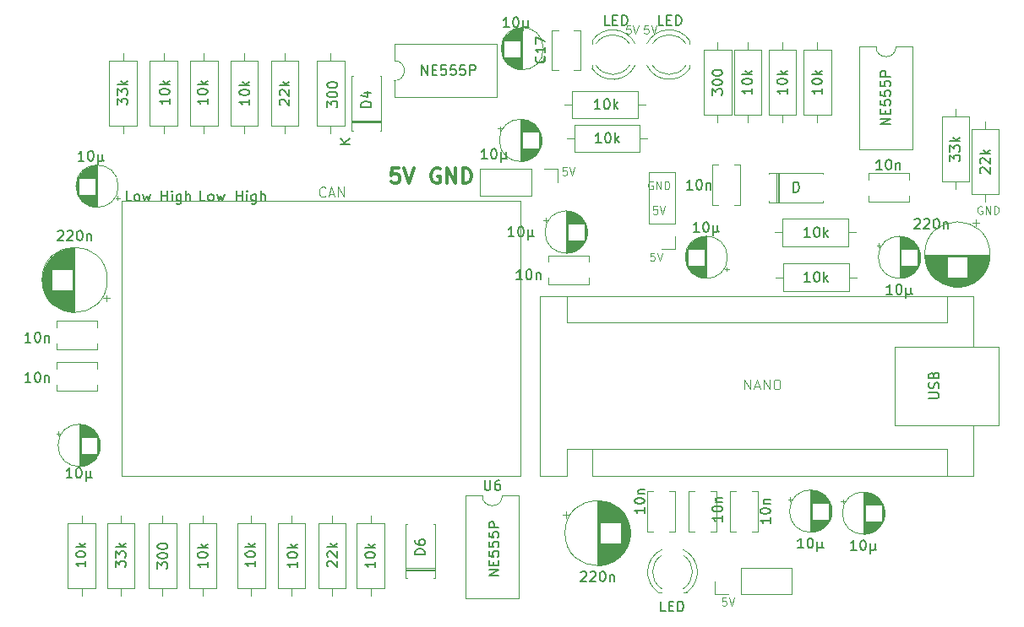
<source format=gto>
%TF.GenerationSoftware,KiCad,Pcbnew,9.0.0*%
%TF.CreationDate,2025-03-25T19:27:29-07:00*%
%TF.ProjectId,Speedometer,53706565-646f-46d6-9574-65722e6b6963,v1*%
%TF.SameCoordinates,Original*%
%TF.FileFunction,Legend,Top*%
%TF.FilePolarity,Positive*%
%FSLAX46Y46*%
G04 Gerber Fmt 4.6, Leading zero omitted, Abs format (unit mm)*
G04 Created by KiCad (PCBNEW 9.0.0) date 2025-03-25 19:27:29*
%MOMM*%
%LPD*%
G01*
G04 APERTURE LIST*
%ADD10C,0.100000*%
%ADD11C,0.150000*%
%ADD12C,0.200000*%
%ADD13C,0.300000*%
%ADD14C,0.120000*%
G04 APERTURE END LIST*
D10*
X126837217Y-71296895D02*
X126456265Y-71296895D01*
X126456265Y-71296895D02*
X126418169Y-71677847D01*
X126418169Y-71677847D02*
X126456265Y-71639752D01*
X126456265Y-71639752D02*
X126532455Y-71601657D01*
X126532455Y-71601657D02*
X126722931Y-71601657D01*
X126722931Y-71601657D02*
X126799122Y-71639752D01*
X126799122Y-71639752D02*
X126837217Y-71677847D01*
X126837217Y-71677847D02*
X126875312Y-71754038D01*
X126875312Y-71754038D02*
X126875312Y-71944514D01*
X126875312Y-71944514D02*
X126837217Y-72020704D01*
X126837217Y-72020704D02*
X126799122Y-72058800D01*
X126799122Y-72058800D02*
X126722931Y-72096895D01*
X126722931Y-72096895D02*
X126532455Y-72096895D01*
X126532455Y-72096895D02*
X126456265Y-72058800D01*
X126456265Y-72058800D02*
X126418169Y-72020704D01*
X127103884Y-71296895D02*
X127370551Y-72096895D01*
X127370551Y-72096895D02*
X127637217Y-71296895D01*
X134037217Y-105896895D02*
X133656265Y-105896895D01*
X133656265Y-105896895D02*
X133618169Y-106277847D01*
X133618169Y-106277847D02*
X133656265Y-106239752D01*
X133656265Y-106239752D02*
X133732455Y-106201657D01*
X133732455Y-106201657D02*
X133922931Y-106201657D01*
X133922931Y-106201657D02*
X133999122Y-106239752D01*
X133999122Y-106239752D02*
X134037217Y-106277847D01*
X134037217Y-106277847D02*
X134075312Y-106354038D01*
X134075312Y-106354038D02*
X134075312Y-106544514D01*
X134075312Y-106544514D02*
X134037217Y-106620704D01*
X134037217Y-106620704D02*
X133999122Y-106658800D01*
X133999122Y-106658800D02*
X133922931Y-106696895D01*
X133922931Y-106696895D02*
X133732455Y-106696895D01*
X133732455Y-106696895D02*
X133656265Y-106658800D01*
X133656265Y-106658800D02*
X133618169Y-106620704D01*
X134303884Y-105896895D02*
X134570551Y-106696895D01*
X134570551Y-106696895D02*
X134837217Y-105896895D01*
X118037217Y-62696895D02*
X117656265Y-62696895D01*
X117656265Y-62696895D02*
X117618169Y-63077847D01*
X117618169Y-63077847D02*
X117656265Y-63039752D01*
X117656265Y-63039752D02*
X117732455Y-63001657D01*
X117732455Y-63001657D02*
X117922931Y-63001657D01*
X117922931Y-63001657D02*
X117999122Y-63039752D01*
X117999122Y-63039752D02*
X118037217Y-63077847D01*
X118037217Y-63077847D02*
X118075312Y-63154038D01*
X118075312Y-63154038D02*
X118075312Y-63344514D01*
X118075312Y-63344514D02*
X118037217Y-63420704D01*
X118037217Y-63420704D02*
X117999122Y-63458800D01*
X117999122Y-63458800D02*
X117922931Y-63496895D01*
X117922931Y-63496895D02*
X117732455Y-63496895D01*
X117732455Y-63496895D02*
X117656265Y-63458800D01*
X117656265Y-63458800D02*
X117618169Y-63420704D01*
X118303884Y-62696895D02*
X118570551Y-63496895D01*
X118570551Y-63496895D02*
X118837217Y-62696895D01*
X126237217Y-48496895D02*
X125856265Y-48496895D01*
X125856265Y-48496895D02*
X125818169Y-48877847D01*
X125818169Y-48877847D02*
X125856265Y-48839752D01*
X125856265Y-48839752D02*
X125932455Y-48801657D01*
X125932455Y-48801657D02*
X126122931Y-48801657D01*
X126122931Y-48801657D02*
X126199122Y-48839752D01*
X126199122Y-48839752D02*
X126237217Y-48877847D01*
X126237217Y-48877847D02*
X126275312Y-48954038D01*
X126275312Y-48954038D02*
X126275312Y-49144514D01*
X126275312Y-49144514D02*
X126237217Y-49220704D01*
X126237217Y-49220704D02*
X126199122Y-49258800D01*
X126199122Y-49258800D02*
X126122931Y-49296895D01*
X126122931Y-49296895D02*
X125932455Y-49296895D01*
X125932455Y-49296895D02*
X125856265Y-49258800D01*
X125856265Y-49258800D02*
X125818169Y-49220704D01*
X126503884Y-48496895D02*
X126770551Y-49296895D01*
X126770551Y-49296895D02*
X127037217Y-48496895D01*
D11*
X122357142Y-48454819D02*
X121880952Y-48454819D01*
X121880952Y-48454819D02*
X121880952Y-47454819D01*
X122690476Y-47931009D02*
X123023809Y-47931009D01*
X123166666Y-48454819D02*
X122690476Y-48454819D01*
X122690476Y-48454819D02*
X122690476Y-47454819D01*
X122690476Y-47454819D02*
X123166666Y-47454819D01*
X123595238Y-48454819D02*
X123595238Y-47454819D01*
X123595238Y-47454819D02*
X123833333Y-47454819D01*
X123833333Y-47454819D02*
X123976190Y-47502438D01*
X123976190Y-47502438D02*
X124071428Y-47597676D01*
X124071428Y-47597676D02*
X124119047Y-47692914D01*
X124119047Y-47692914D02*
X124166666Y-47883390D01*
X124166666Y-47883390D02*
X124166666Y-48026247D01*
X124166666Y-48026247D02*
X124119047Y-48216723D01*
X124119047Y-48216723D02*
X124071428Y-48311961D01*
X124071428Y-48311961D02*
X123976190Y-48407200D01*
X123976190Y-48407200D02*
X123833333Y-48454819D01*
X123833333Y-48454819D02*
X123595238Y-48454819D01*
D10*
X127137217Y-66596895D02*
X126756265Y-66596895D01*
X126756265Y-66596895D02*
X126718169Y-66977847D01*
X126718169Y-66977847D02*
X126756265Y-66939752D01*
X126756265Y-66939752D02*
X126832455Y-66901657D01*
X126832455Y-66901657D02*
X127022931Y-66901657D01*
X127022931Y-66901657D02*
X127099122Y-66939752D01*
X127099122Y-66939752D02*
X127137217Y-66977847D01*
X127137217Y-66977847D02*
X127175312Y-67054038D01*
X127175312Y-67054038D02*
X127175312Y-67244514D01*
X127175312Y-67244514D02*
X127137217Y-67320704D01*
X127137217Y-67320704D02*
X127099122Y-67358800D01*
X127099122Y-67358800D02*
X127022931Y-67396895D01*
X127022931Y-67396895D02*
X126832455Y-67396895D01*
X126832455Y-67396895D02*
X126756265Y-67358800D01*
X126756265Y-67358800D02*
X126718169Y-67320704D01*
X127403884Y-66596895D02*
X127670551Y-67396895D01*
X127670551Y-67396895D02*
X127937217Y-66596895D01*
X124437217Y-48496895D02*
X124056265Y-48496895D01*
X124056265Y-48496895D02*
X124018169Y-48877847D01*
X124018169Y-48877847D02*
X124056265Y-48839752D01*
X124056265Y-48839752D02*
X124132455Y-48801657D01*
X124132455Y-48801657D02*
X124322931Y-48801657D01*
X124322931Y-48801657D02*
X124399122Y-48839752D01*
X124399122Y-48839752D02*
X124437217Y-48877847D01*
X124437217Y-48877847D02*
X124475312Y-48954038D01*
X124475312Y-48954038D02*
X124475312Y-49144514D01*
X124475312Y-49144514D02*
X124437217Y-49220704D01*
X124437217Y-49220704D02*
X124399122Y-49258800D01*
X124399122Y-49258800D02*
X124322931Y-49296895D01*
X124322931Y-49296895D02*
X124132455Y-49296895D01*
X124132455Y-49296895D02*
X124056265Y-49258800D01*
X124056265Y-49258800D02*
X124018169Y-49220704D01*
X124703884Y-48496895D02*
X124970551Y-49296895D01*
X124970551Y-49296895D02*
X125237217Y-48496895D01*
D12*
X74445863Y-66067219D02*
X73969673Y-66067219D01*
X73969673Y-66067219D02*
X73969673Y-65067219D01*
X74922054Y-66067219D02*
X74826816Y-66019600D01*
X74826816Y-66019600D02*
X74779197Y-65971980D01*
X74779197Y-65971980D02*
X74731578Y-65876742D01*
X74731578Y-65876742D02*
X74731578Y-65591028D01*
X74731578Y-65591028D02*
X74779197Y-65495790D01*
X74779197Y-65495790D02*
X74826816Y-65448171D01*
X74826816Y-65448171D02*
X74922054Y-65400552D01*
X74922054Y-65400552D02*
X75064911Y-65400552D01*
X75064911Y-65400552D02*
X75160149Y-65448171D01*
X75160149Y-65448171D02*
X75207768Y-65495790D01*
X75207768Y-65495790D02*
X75255387Y-65591028D01*
X75255387Y-65591028D02*
X75255387Y-65876742D01*
X75255387Y-65876742D02*
X75207768Y-65971980D01*
X75207768Y-65971980D02*
X75160149Y-66019600D01*
X75160149Y-66019600D02*
X75064911Y-66067219D01*
X75064911Y-66067219D02*
X74922054Y-66067219D01*
X75588721Y-65400552D02*
X75779197Y-66067219D01*
X75779197Y-66067219D02*
X75969673Y-65591028D01*
X75969673Y-65591028D02*
X76160149Y-66067219D01*
X76160149Y-66067219D02*
X76350625Y-65400552D01*
D13*
X105340225Y-62872257D02*
X105197368Y-62800828D01*
X105197368Y-62800828D02*
X104983082Y-62800828D01*
X104983082Y-62800828D02*
X104768796Y-62872257D01*
X104768796Y-62872257D02*
X104625939Y-63015114D01*
X104625939Y-63015114D02*
X104554510Y-63157971D01*
X104554510Y-63157971D02*
X104483082Y-63443685D01*
X104483082Y-63443685D02*
X104483082Y-63657971D01*
X104483082Y-63657971D02*
X104554510Y-63943685D01*
X104554510Y-63943685D02*
X104625939Y-64086542D01*
X104625939Y-64086542D02*
X104768796Y-64229400D01*
X104768796Y-64229400D02*
X104983082Y-64300828D01*
X104983082Y-64300828D02*
X105125939Y-64300828D01*
X105125939Y-64300828D02*
X105340225Y-64229400D01*
X105340225Y-64229400D02*
X105411653Y-64157971D01*
X105411653Y-64157971D02*
X105411653Y-63657971D01*
X105411653Y-63657971D02*
X105125939Y-63657971D01*
X106054510Y-64300828D02*
X106054510Y-62800828D01*
X106054510Y-62800828D02*
X106911653Y-64300828D01*
X106911653Y-64300828D02*
X106911653Y-62800828D01*
X107625939Y-64300828D02*
X107625939Y-62800828D01*
X107625939Y-62800828D02*
X107983082Y-62800828D01*
X107983082Y-62800828D02*
X108197368Y-62872257D01*
X108197368Y-62872257D02*
X108340225Y-63015114D01*
X108340225Y-63015114D02*
X108411654Y-63157971D01*
X108411654Y-63157971D02*
X108483082Y-63443685D01*
X108483082Y-63443685D02*
X108483082Y-63657971D01*
X108483082Y-63657971D02*
X108411654Y-63943685D01*
X108411654Y-63943685D02*
X108340225Y-64086542D01*
X108340225Y-64086542D02*
X108197368Y-64229400D01*
X108197368Y-64229400D02*
X107983082Y-64300828D01*
X107983082Y-64300828D02*
X107625939Y-64300828D01*
D10*
X135883884Y-84982419D02*
X135883884Y-83982419D01*
X135883884Y-83982419D02*
X136455312Y-84982419D01*
X136455312Y-84982419D02*
X136455312Y-83982419D01*
X136883884Y-84696704D02*
X137360074Y-84696704D01*
X136788646Y-84982419D02*
X137121979Y-83982419D01*
X137121979Y-83982419D02*
X137455312Y-84982419D01*
X137788646Y-84982419D02*
X137788646Y-83982419D01*
X137788646Y-83982419D02*
X138360074Y-84982419D01*
X138360074Y-84982419D02*
X138360074Y-83982419D01*
X139026741Y-83982419D02*
X139217217Y-83982419D01*
X139217217Y-83982419D02*
X139312455Y-84030038D01*
X139312455Y-84030038D02*
X139407693Y-84125276D01*
X139407693Y-84125276D02*
X139455312Y-84315752D01*
X139455312Y-84315752D02*
X139455312Y-84649085D01*
X139455312Y-84649085D02*
X139407693Y-84839561D01*
X139407693Y-84839561D02*
X139312455Y-84934800D01*
X139312455Y-84934800D02*
X139217217Y-84982419D01*
X139217217Y-84982419D02*
X139026741Y-84982419D01*
X139026741Y-84982419D02*
X138931503Y-84934800D01*
X138931503Y-84934800D02*
X138836265Y-84839561D01*
X138836265Y-84839561D02*
X138788646Y-84649085D01*
X138788646Y-84649085D02*
X138788646Y-84315752D01*
X138788646Y-84315752D02*
X138836265Y-84125276D01*
X138836265Y-84125276D02*
X138931503Y-84030038D01*
X138931503Y-84030038D02*
X139026741Y-83982419D01*
D12*
X77469673Y-66067219D02*
X77469673Y-65067219D01*
X77469673Y-65543409D02*
X78041101Y-65543409D01*
X78041101Y-66067219D02*
X78041101Y-65067219D01*
X78517292Y-66067219D02*
X78517292Y-65400552D01*
X78517292Y-65067219D02*
X78469673Y-65114838D01*
X78469673Y-65114838D02*
X78517292Y-65162457D01*
X78517292Y-65162457D02*
X78564911Y-65114838D01*
X78564911Y-65114838D02*
X78517292Y-65067219D01*
X78517292Y-65067219D02*
X78517292Y-65162457D01*
X79422053Y-65400552D02*
X79422053Y-66210076D01*
X79422053Y-66210076D02*
X79374434Y-66305314D01*
X79374434Y-66305314D02*
X79326815Y-66352933D01*
X79326815Y-66352933D02*
X79231577Y-66400552D01*
X79231577Y-66400552D02*
X79088720Y-66400552D01*
X79088720Y-66400552D02*
X78993482Y-66352933D01*
X79422053Y-66019600D02*
X79326815Y-66067219D01*
X79326815Y-66067219D02*
X79136339Y-66067219D01*
X79136339Y-66067219D02*
X79041101Y-66019600D01*
X79041101Y-66019600D02*
X78993482Y-65971980D01*
X78993482Y-65971980D02*
X78945863Y-65876742D01*
X78945863Y-65876742D02*
X78945863Y-65591028D01*
X78945863Y-65591028D02*
X78993482Y-65495790D01*
X78993482Y-65495790D02*
X79041101Y-65448171D01*
X79041101Y-65448171D02*
X79136339Y-65400552D01*
X79136339Y-65400552D02*
X79326815Y-65400552D01*
X79326815Y-65400552D02*
X79422053Y-65448171D01*
X79898244Y-66067219D02*
X79898244Y-65067219D01*
X80326815Y-66067219D02*
X80326815Y-65543409D01*
X80326815Y-65543409D02*
X80279196Y-65448171D01*
X80279196Y-65448171D02*
X80183958Y-65400552D01*
X80183958Y-65400552D02*
X80041101Y-65400552D01*
X80041101Y-65400552D02*
X79945863Y-65448171D01*
X79945863Y-65448171D02*
X79898244Y-65495790D01*
D10*
X126675312Y-64134990D02*
X126599122Y-64096895D01*
X126599122Y-64096895D02*
X126484836Y-64096895D01*
X126484836Y-64096895D02*
X126370550Y-64134990D01*
X126370550Y-64134990D02*
X126294360Y-64211180D01*
X126294360Y-64211180D02*
X126256265Y-64287371D01*
X126256265Y-64287371D02*
X126218169Y-64439752D01*
X126218169Y-64439752D02*
X126218169Y-64554038D01*
X126218169Y-64554038D02*
X126256265Y-64706419D01*
X126256265Y-64706419D02*
X126294360Y-64782609D01*
X126294360Y-64782609D02*
X126370550Y-64858800D01*
X126370550Y-64858800D02*
X126484836Y-64896895D01*
X126484836Y-64896895D02*
X126561027Y-64896895D01*
X126561027Y-64896895D02*
X126675312Y-64858800D01*
X126675312Y-64858800D02*
X126713408Y-64820704D01*
X126713408Y-64820704D02*
X126713408Y-64554038D01*
X126713408Y-64554038D02*
X126561027Y-64554038D01*
X127056265Y-64896895D02*
X127056265Y-64096895D01*
X127056265Y-64096895D02*
X127513408Y-64896895D01*
X127513408Y-64896895D02*
X127513408Y-64096895D01*
X127894360Y-64896895D02*
X127894360Y-64096895D01*
X127894360Y-64096895D02*
X128084836Y-64096895D01*
X128084836Y-64096895D02*
X128199122Y-64134990D01*
X128199122Y-64134990D02*
X128275312Y-64211180D01*
X128275312Y-64211180D02*
X128313407Y-64287371D01*
X128313407Y-64287371D02*
X128351503Y-64439752D01*
X128351503Y-64439752D02*
X128351503Y-64554038D01*
X128351503Y-64554038D02*
X128313407Y-64706419D01*
X128313407Y-64706419D02*
X128275312Y-64782609D01*
X128275312Y-64782609D02*
X128199122Y-64858800D01*
X128199122Y-64858800D02*
X128084836Y-64896895D01*
X128084836Y-64896895D02*
X127894360Y-64896895D01*
X159675312Y-66634990D02*
X159599122Y-66596895D01*
X159599122Y-66596895D02*
X159484836Y-66596895D01*
X159484836Y-66596895D02*
X159370550Y-66634990D01*
X159370550Y-66634990D02*
X159294360Y-66711180D01*
X159294360Y-66711180D02*
X159256265Y-66787371D01*
X159256265Y-66787371D02*
X159218169Y-66939752D01*
X159218169Y-66939752D02*
X159218169Y-67054038D01*
X159218169Y-67054038D02*
X159256265Y-67206419D01*
X159256265Y-67206419D02*
X159294360Y-67282609D01*
X159294360Y-67282609D02*
X159370550Y-67358800D01*
X159370550Y-67358800D02*
X159484836Y-67396895D01*
X159484836Y-67396895D02*
X159561027Y-67396895D01*
X159561027Y-67396895D02*
X159675312Y-67358800D01*
X159675312Y-67358800D02*
X159713408Y-67320704D01*
X159713408Y-67320704D02*
X159713408Y-67054038D01*
X159713408Y-67054038D02*
X159561027Y-67054038D01*
X160056265Y-67396895D02*
X160056265Y-66596895D01*
X160056265Y-66596895D02*
X160513408Y-67396895D01*
X160513408Y-67396895D02*
X160513408Y-66596895D01*
X160894360Y-67396895D02*
X160894360Y-66596895D01*
X160894360Y-66596895D02*
X161084836Y-66596895D01*
X161084836Y-66596895D02*
X161199122Y-66634990D01*
X161199122Y-66634990D02*
X161275312Y-66711180D01*
X161275312Y-66711180D02*
X161313407Y-66787371D01*
X161313407Y-66787371D02*
X161351503Y-66939752D01*
X161351503Y-66939752D02*
X161351503Y-67054038D01*
X161351503Y-67054038D02*
X161313407Y-67206419D01*
X161313407Y-67206419D02*
X161275312Y-67282609D01*
X161275312Y-67282609D02*
X161199122Y-67358800D01*
X161199122Y-67358800D02*
X161084836Y-67396895D01*
X161084836Y-67396895D02*
X160894360Y-67396895D01*
D13*
X101268796Y-62800828D02*
X100554510Y-62800828D01*
X100554510Y-62800828D02*
X100483082Y-63515114D01*
X100483082Y-63515114D02*
X100554510Y-63443685D01*
X100554510Y-63443685D02*
X100697368Y-63372257D01*
X100697368Y-63372257D02*
X101054510Y-63372257D01*
X101054510Y-63372257D02*
X101197368Y-63443685D01*
X101197368Y-63443685D02*
X101268796Y-63515114D01*
X101268796Y-63515114D02*
X101340225Y-63657971D01*
X101340225Y-63657971D02*
X101340225Y-64015114D01*
X101340225Y-64015114D02*
X101268796Y-64157971D01*
X101268796Y-64157971D02*
X101197368Y-64229400D01*
X101197368Y-64229400D02*
X101054510Y-64300828D01*
X101054510Y-64300828D02*
X100697368Y-64300828D01*
X100697368Y-64300828D02*
X100554510Y-64229400D01*
X100554510Y-64229400D02*
X100483082Y-64157971D01*
X101768796Y-62800828D02*
X102268796Y-64300828D01*
X102268796Y-64300828D02*
X102768796Y-62800828D01*
D12*
X81845863Y-66067219D02*
X81369673Y-66067219D01*
X81369673Y-66067219D02*
X81369673Y-65067219D01*
X82322054Y-66067219D02*
X82226816Y-66019600D01*
X82226816Y-66019600D02*
X82179197Y-65971980D01*
X82179197Y-65971980D02*
X82131578Y-65876742D01*
X82131578Y-65876742D02*
X82131578Y-65591028D01*
X82131578Y-65591028D02*
X82179197Y-65495790D01*
X82179197Y-65495790D02*
X82226816Y-65448171D01*
X82226816Y-65448171D02*
X82322054Y-65400552D01*
X82322054Y-65400552D02*
X82464911Y-65400552D01*
X82464911Y-65400552D02*
X82560149Y-65448171D01*
X82560149Y-65448171D02*
X82607768Y-65495790D01*
X82607768Y-65495790D02*
X82655387Y-65591028D01*
X82655387Y-65591028D02*
X82655387Y-65876742D01*
X82655387Y-65876742D02*
X82607768Y-65971980D01*
X82607768Y-65971980D02*
X82560149Y-66019600D01*
X82560149Y-66019600D02*
X82464911Y-66067219D01*
X82464911Y-66067219D02*
X82322054Y-66067219D01*
X82988721Y-65400552D02*
X83179197Y-66067219D01*
X83179197Y-66067219D02*
X83369673Y-65591028D01*
X83369673Y-65591028D02*
X83560149Y-66067219D01*
X83560149Y-66067219D02*
X83750625Y-65400552D01*
X84969673Y-66067219D02*
X84969673Y-65067219D01*
X84969673Y-65543409D02*
X85541101Y-65543409D01*
X85541101Y-66067219D02*
X85541101Y-65067219D01*
X86017292Y-66067219D02*
X86017292Y-65400552D01*
X86017292Y-65067219D02*
X85969673Y-65114838D01*
X85969673Y-65114838D02*
X86017292Y-65162457D01*
X86017292Y-65162457D02*
X86064911Y-65114838D01*
X86064911Y-65114838D02*
X86017292Y-65067219D01*
X86017292Y-65067219D02*
X86017292Y-65162457D01*
X86922053Y-65400552D02*
X86922053Y-66210076D01*
X86922053Y-66210076D02*
X86874434Y-66305314D01*
X86874434Y-66305314D02*
X86826815Y-66352933D01*
X86826815Y-66352933D02*
X86731577Y-66400552D01*
X86731577Y-66400552D02*
X86588720Y-66400552D01*
X86588720Y-66400552D02*
X86493482Y-66352933D01*
X86922053Y-66019600D02*
X86826815Y-66067219D01*
X86826815Y-66067219D02*
X86636339Y-66067219D01*
X86636339Y-66067219D02*
X86541101Y-66019600D01*
X86541101Y-66019600D02*
X86493482Y-65971980D01*
X86493482Y-65971980D02*
X86445863Y-65876742D01*
X86445863Y-65876742D02*
X86445863Y-65591028D01*
X86445863Y-65591028D02*
X86493482Y-65495790D01*
X86493482Y-65495790D02*
X86541101Y-65448171D01*
X86541101Y-65448171D02*
X86636339Y-65400552D01*
X86636339Y-65400552D02*
X86826815Y-65400552D01*
X86826815Y-65400552D02*
X86922053Y-65448171D01*
X87398244Y-66067219D02*
X87398244Y-65067219D01*
X87826815Y-66067219D02*
X87826815Y-65543409D01*
X87826815Y-65543409D02*
X87779196Y-65448171D01*
X87779196Y-65448171D02*
X87683958Y-65400552D01*
X87683958Y-65400552D02*
X87541101Y-65400552D01*
X87541101Y-65400552D02*
X87445863Y-65448171D01*
X87445863Y-65448171D02*
X87398244Y-65495790D01*
D10*
X93875312Y-65577180D02*
X93827693Y-65624800D01*
X93827693Y-65624800D02*
X93684836Y-65672419D01*
X93684836Y-65672419D02*
X93589598Y-65672419D01*
X93589598Y-65672419D02*
X93446741Y-65624800D01*
X93446741Y-65624800D02*
X93351503Y-65529561D01*
X93351503Y-65529561D02*
X93303884Y-65434323D01*
X93303884Y-65434323D02*
X93256265Y-65243847D01*
X93256265Y-65243847D02*
X93256265Y-65100990D01*
X93256265Y-65100990D02*
X93303884Y-64910514D01*
X93303884Y-64910514D02*
X93351503Y-64815276D01*
X93351503Y-64815276D02*
X93446741Y-64720038D01*
X93446741Y-64720038D02*
X93589598Y-64672419D01*
X93589598Y-64672419D02*
X93684836Y-64672419D01*
X93684836Y-64672419D02*
X93827693Y-64720038D01*
X93827693Y-64720038D02*
X93875312Y-64767657D01*
X94256265Y-65386704D02*
X94732455Y-65386704D01*
X94161027Y-65672419D02*
X94494360Y-64672419D01*
X94494360Y-64672419D02*
X94827693Y-65672419D01*
X95161027Y-65672419D02*
X95161027Y-64672419D01*
X95161027Y-64672419D02*
X95732455Y-65672419D01*
X95732455Y-65672419D02*
X95732455Y-64672419D01*
D11*
X69854819Y-102195238D02*
X69854819Y-102766666D01*
X69854819Y-102480952D02*
X68854819Y-102480952D01*
X68854819Y-102480952D02*
X68997676Y-102576190D01*
X68997676Y-102576190D02*
X69092914Y-102671428D01*
X69092914Y-102671428D02*
X69140533Y-102766666D01*
X68854819Y-101576190D02*
X68854819Y-101480952D01*
X68854819Y-101480952D02*
X68902438Y-101385714D01*
X68902438Y-101385714D02*
X68950057Y-101338095D01*
X68950057Y-101338095D02*
X69045295Y-101290476D01*
X69045295Y-101290476D02*
X69235771Y-101242857D01*
X69235771Y-101242857D02*
X69473866Y-101242857D01*
X69473866Y-101242857D02*
X69664342Y-101290476D01*
X69664342Y-101290476D02*
X69759580Y-101338095D01*
X69759580Y-101338095D02*
X69807200Y-101385714D01*
X69807200Y-101385714D02*
X69854819Y-101480952D01*
X69854819Y-101480952D02*
X69854819Y-101576190D01*
X69854819Y-101576190D02*
X69807200Y-101671428D01*
X69807200Y-101671428D02*
X69759580Y-101719047D01*
X69759580Y-101719047D02*
X69664342Y-101766666D01*
X69664342Y-101766666D02*
X69473866Y-101814285D01*
X69473866Y-101814285D02*
X69235771Y-101814285D01*
X69235771Y-101814285D02*
X69045295Y-101766666D01*
X69045295Y-101766666D02*
X68950057Y-101719047D01*
X68950057Y-101719047D02*
X68902438Y-101671428D01*
X68902438Y-101671428D02*
X68854819Y-101576190D01*
X69854819Y-100814285D02*
X68854819Y-100814285D01*
X69473866Y-100719047D02*
X69854819Y-100433333D01*
X69188152Y-100433333D02*
X69569104Y-100814285D01*
X82054819Y-102275238D02*
X82054819Y-102846666D01*
X82054819Y-102560952D02*
X81054819Y-102560952D01*
X81054819Y-102560952D02*
X81197676Y-102656190D01*
X81197676Y-102656190D02*
X81292914Y-102751428D01*
X81292914Y-102751428D02*
X81340533Y-102846666D01*
X81054819Y-101656190D02*
X81054819Y-101560952D01*
X81054819Y-101560952D02*
X81102438Y-101465714D01*
X81102438Y-101465714D02*
X81150057Y-101418095D01*
X81150057Y-101418095D02*
X81245295Y-101370476D01*
X81245295Y-101370476D02*
X81435771Y-101322857D01*
X81435771Y-101322857D02*
X81673866Y-101322857D01*
X81673866Y-101322857D02*
X81864342Y-101370476D01*
X81864342Y-101370476D02*
X81959580Y-101418095D01*
X81959580Y-101418095D02*
X82007200Y-101465714D01*
X82007200Y-101465714D02*
X82054819Y-101560952D01*
X82054819Y-101560952D02*
X82054819Y-101656190D01*
X82054819Y-101656190D02*
X82007200Y-101751428D01*
X82007200Y-101751428D02*
X81959580Y-101799047D01*
X81959580Y-101799047D02*
X81864342Y-101846666D01*
X81864342Y-101846666D02*
X81673866Y-101894285D01*
X81673866Y-101894285D02*
X81435771Y-101894285D01*
X81435771Y-101894285D02*
X81245295Y-101846666D01*
X81245295Y-101846666D02*
X81150057Y-101799047D01*
X81150057Y-101799047D02*
X81102438Y-101751428D01*
X81102438Y-101751428D02*
X81054819Y-101656190D01*
X82054819Y-100894285D02*
X81054819Y-100894285D01*
X81673866Y-100799047D02*
X82054819Y-100513333D01*
X81388152Y-100513333D02*
X81769104Y-100894285D01*
X77054819Y-102965713D02*
X77054819Y-102346666D01*
X77054819Y-102346666D02*
X77435771Y-102679999D01*
X77435771Y-102679999D02*
X77435771Y-102537142D01*
X77435771Y-102537142D02*
X77483390Y-102441904D01*
X77483390Y-102441904D02*
X77531009Y-102394285D01*
X77531009Y-102394285D02*
X77626247Y-102346666D01*
X77626247Y-102346666D02*
X77864342Y-102346666D01*
X77864342Y-102346666D02*
X77959580Y-102394285D01*
X77959580Y-102394285D02*
X78007200Y-102441904D01*
X78007200Y-102441904D02*
X78054819Y-102537142D01*
X78054819Y-102537142D02*
X78054819Y-102822856D01*
X78054819Y-102822856D02*
X78007200Y-102918094D01*
X78007200Y-102918094D02*
X77959580Y-102965713D01*
X77054819Y-101727618D02*
X77054819Y-101632380D01*
X77054819Y-101632380D02*
X77102438Y-101537142D01*
X77102438Y-101537142D02*
X77150057Y-101489523D01*
X77150057Y-101489523D02*
X77245295Y-101441904D01*
X77245295Y-101441904D02*
X77435771Y-101394285D01*
X77435771Y-101394285D02*
X77673866Y-101394285D01*
X77673866Y-101394285D02*
X77864342Y-101441904D01*
X77864342Y-101441904D02*
X77959580Y-101489523D01*
X77959580Y-101489523D02*
X78007200Y-101537142D01*
X78007200Y-101537142D02*
X78054819Y-101632380D01*
X78054819Y-101632380D02*
X78054819Y-101727618D01*
X78054819Y-101727618D02*
X78007200Y-101822856D01*
X78007200Y-101822856D02*
X77959580Y-101870475D01*
X77959580Y-101870475D02*
X77864342Y-101918094D01*
X77864342Y-101918094D02*
X77673866Y-101965713D01*
X77673866Y-101965713D02*
X77435771Y-101965713D01*
X77435771Y-101965713D02*
X77245295Y-101918094D01*
X77245295Y-101918094D02*
X77150057Y-101870475D01*
X77150057Y-101870475D02*
X77102438Y-101822856D01*
X77102438Y-101822856D02*
X77054819Y-101727618D01*
X77054819Y-100775237D02*
X77054819Y-100679999D01*
X77054819Y-100679999D02*
X77102438Y-100584761D01*
X77102438Y-100584761D02*
X77150057Y-100537142D01*
X77150057Y-100537142D02*
X77245295Y-100489523D01*
X77245295Y-100489523D02*
X77435771Y-100441904D01*
X77435771Y-100441904D02*
X77673866Y-100441904D01*
X77673866Y-100441904D02*
X77864342Y-100489523D01*
X77864342Y-100489523D02*
X77959580Y-100537142D01*
X77959580Y-100537142D02*
X78007200Y-100584761D01*
X78007200Y-100584761D02*
X78054819Y-100679999D01*
X78054819Y-100679999D02*
X78054819Y-100775237D01*
X78054819Y-100775237D02*
X78007200Y-100870475D01*
X78007200Y-100870475D02*
X77959580Y-100918094D01*
X77959580Y-100918094D02*
X77864342Y-100965713D01*
X77864342Y-100965713D02*
X77673866Y-101013332D01*
X77673866Y-101013332D02*
X77435771Y-101013332D01*
X77435771Y-101013332D02*
X77245295Y-100965713D01*
X77245295Y-100965713D02*
X77150057Y-100918094D01*
X77150057Y-100918094D02*
X77102438Y-100870475D01*
X77102438Y-100870475D02*
X77054819Y-100775237D01*
X94150057Y-102766666D02*
X94102438Y-102719047D01*
X94102438Y-102719047D02*
X94054819Y-102623809D01*
X94054819Y-102623809D02*
X94054819Y-102385714D01*
X94054819Y-102385714D02*
X94102438Y-102290476D01*
X94102438Y-102290476D02*
X94150057Y-102242857D01*
X94150057Y-102242857D02*
X94245295Y-102195238D01*
X94245295Y-102195238D02*
X94340533Y-102195238D01*
X94340533Y-102195238D02*
X94483390Y-102242857D01*
X94483390Y-102242857D02*
X95054819Y-102814285D01*
X95054819Y-102814285D02*
X95054819Y-102195238D01*
X94150057Y-101814285D02*
X94102438Y-101766666D01*
X94102438Y-101766666D02*
X94054819Y-101671428D01*
X94054819Y-101671428D02*
X94054819Y-101433333D01*
X94054819Y-101433333D02*
X94102438Y-101338095D01*
X94102438Y-101338095D02*
X94150057Y-101290476D01*
X94150057Y-101290476D02*
X94245295Y-101242857D01*
X94245295Y-101242857D02*
X94340533Y-101242857D01*
X94340533Y-101242857D02*
X94483390Y-101290476D01*
X94483390Y-101290476D02*
X95054819Y-101861904D01*
X95054819Y-101861904D02*
X95054819Y-101242857D01*
X95054819Y-100814285D02*
X94054819Y-100814285D01*
X94673866Y-100719047D02*
X95054819Y-100433333D01*
X94388152Y-100433333D02*
X94769104Y-100814285D01*
X86854819Y-102195238D02*
X86854819Y-102766666D01*
X86854819Y-102480952D02*
X85854819Y-102480952D01*
X85854819Y-102480952D02*
X85997676Y-102576190D01*
X85997676Y-102576190D02*
X86092914Y-102671428D01*
X86092914Y-102671428D02*
X86140533Y-102766666D01*
X85854819Y-101576190D02*
X85854819Y-101480952D01*
X85854819Y-101480952D02*
X85902438Y-101385714D01*
X85902438Y-101385714D02*
X85950057Y-101338095D01*
X85950057Y-101338095D02*
X86045295Y-101290476D01*
X86045295Y-101290476D02*
X86235771Y-101242857D01*
X86235771Y-101242857D02*
X86473866Y-101242857D01*
X86473866Y-101242857D02*
X86664342Y-101290476D01*
X86664342Y-101290476D02*
X86759580Y-101338095D01*
X86759580Y-101338095D02*
X86807200Y-101385714D01*
X86807200Y-101385714D02*
X86854819Y-101480952D01*
X86854819Y-101480952D02*
X86854819Y-101576190D01*
X86854819Y-101576190D02*
X86807200Y-101671428D01*
X86807200Y-101671428D02*
X86759580Y-101719047D01*
X86759580Y-101719047D02*
X86664342Y-101766666D01*
X86664342Y-101766666D02*
X86473866Y-101814285D01*
X86473866Y-101814285D02*
X86235771Y-101814285D01*
X86235771Y-101814285D02*
X86045295Y-101766666D01*
X86045295Y-101766666D02*
X85950057Y-101719047D01*
X85950057Y-101719047D02*
X85902438Y-101671428D01*
X85902438Y-101671428D02*
X85854819Y-101576190D01*
X86854819Y-100814285D02*
X85854819Y-100814285D01*
X86473866Y-100719047D02*
X86854819Y-100433333D01*
X86188152Y-100433333D02*
X86569104Y-100814285D01*
X72854819Y-102814285D02*
X72854819Y-102195238D01*
X72854819Y-102195238D02*
X73235771Y-102528571D01*
X73235771Y-102528571D02*
X73235771Y-102385714D01*
X73235771Y-102385714D02*
X73283390Y-102290476D01*
X73283390Y-102290476D02*
X73331009Y-102242857D01*
X73331009Y-102242857D02*
X73426247Y-102195238D01*
X73426247Y-102195238D02*
X73664342Y-102195238D01*
X73664342Y-102195238D02*
X73759580Y-102242857D01*
X73759580Y-102242857D02*
X73807200Y-102290476D01*
X73807200Y-102290476D02*
X73854819Y-102385714D01*
X73854819Y-102385714D02*
X73854819Y-102671428D01*
X73854819Y-102671428D02*
X73807200Y-102766666D01*
X73807200Y-102766666D02*
X73759580Y-102814285D01*
X72854819Y-101861904D02*
X72854819Y-101242857D01*
X72854819Y-101242857D02*
X73235771Y-101576190D01*
X73235771Y-101576190D02*
X73235771Y-101433333D01*
X73235771Y-101433333D02*
X73283390Y-101338095D01*
X73283390Y-101338095D02*
X73331009Y-101290476D01*
X73331009Y-101290476D02*
X73426247Y-101242857D01*
X73426247Y-101242857D02*
X73664342Y-101242857D01*
X73664342Y-101242857D02*
X73759580Y-101290476D01*
X73759580Y-101290476D02*
X73807200Y-101338095D01*
X73807200Y-101338095D02*
X73854819Y-101433333D01*
X73854819Y-101433333D02*
X73854819Y-101719047D01*
X73854819Y-101719047D02*
X73807200Y-101814285D01*
X73807200Y-101814285D02*
X73759580Y-101861904D01*
X73854819Y-100814285D02*
X72854819Y-100814285D01*
X73473866Y-100719047D02*
X73854819Y-100433333D01*
X73188152Y-100433333D02*
X73569104Y-100814285D01*
X91054819Y-102275238D02*
X91054819Y-102846666D01*
X91054819Y-102560952D02*
X90054819Y-102560952D01*
X90054819Y-102560952D02*
X90197676Y-102656190D01*
X90197676Y-102656190D02*
X90292914Y-102751428D01*
X90292914Y-102751428D02*
X90340533Y-102846666D01*
X90054819Y-101656190D02*
X90054819Y-101560952D01*
X90054819Y-101560952D02*
X90102438Y-101465714D01*
X90102438Y-101465714D02*
X90150057Y-101418095D01*
X90150057Y-101418095D02*
X90245295Y-101370476D01*
X90245295Y-101370476D02*
X90435771Y-101322857D01*
X90435771Y-101322857D02*
X90673866Y-101322857D01*
X90673866Y-101322857D02*
X90864342Y-101370476D01*
X90864342Y-101370476D02*
X90959580Y-101418095D01*
X90959580Y-101418095D02*
X91007200Y-101465714D01*
X91007200Y-101465714D02*
X91054819Y-101560952D01*
X91054819Y-101560952D02*
X91054819Y-101656190D01*
X91054819Y-101656190D02*
X91007200Y-101751428D01*
X91007200Y-101751428D02*
X90959580Y-101799047D01*
X90959580Y-101799047D02*
X90864342Y-101846666D01*
X90864342Y-101846666D02*
X90673866Y-101894285D01*
X90673866Y-101894285D02*
X90435771Y-101894285D01*
X90435771Y-101894285D02*
X90245295Y-101846666D01*
X90245295Y-101846666D02*
X90150057Y-101799047D01*
X90150057Y-101799047D02*
X90102438Y-101751428D01*
X90102438Y-101751428D02*
X90054819Y-101656190D01*
X91054819Y-100894285D02*
X90054819Y-100894285D01*
X90673866Y-100799047D02*
X91054819Y-100513333D01*
X90388152Y-100513333D02*
X90769104Y-100894285D01*
X98854819Y-102275238D02*
X98854819Y-102846666D01*
X98854819Y-102560952D02*
X97854819Y-102560952D01*
X97854819Y-102560952D02*
X97997676Y-102656190D01*
X97997676Y-102656190D02*
X98092914Y-102751428D01*
X98092914Y-102751428D02*
X98140533Y-102846666D01*
X97854819Y-101656190D02*
X97854819Y-101560952D01*
X97854819Y-101560952D02*
X97902438Y-101465714D01*
X97902438Y-101465714D02*
X97950057Y-101418095D01*
X97950057Y-101418095D02*
X98045295Y-101370476D01*
X98045295Y-101370476D02*
X98235771Y-101322857D01*
X98235771Y-101322857D02*
X98473866Y-101322857D01*
X98473866Y-101322857D02*
X98664342Y-101370476D01*
X98664342Y-101370476D02*
X98759580Y-101418095D01*
X98759580Y-101418095D02*
X98807200Y-101465714D01*
X98807200Y-101465714D02*
X98854819Y-101560952D01*
X98854819Y-101560952D02*
X98854819Y-101656190D01*
X98854819Y-101656190D02*
X98807200Y-101751428D01*
X98807200Y-101751428D02*
X98759580Y-101799047D01*
X98759580Y-101799047D02*
X98664342Y-101846666D01*
X98664342Y-101846666D02*
X98473866Y-101894285D01*
X98473866Y-101894285D02*
X98235771Y-101894285D01*
X98235771Y-101894285D02*
X98045295Y-101846666D01*
X98045295Y-101846666D02*
X97950057Y-101799047D01*
X97950057Y-101799047D02*
X97902438Y-101751428D01*
X97902438Y-101751428D02*
X97854819Y-101656190D01*
X98854819Y-100894285D02*
X97854819Y-100894285D01*
X98473866Y-100799047D02*
X98854819Y-100513333D01*
X98188152Y-100513333D02*
X98569104Y-100894285D01*
X109843095Y-94114819D02*
X109843095Y-94924342D01*
X109843095Y-94924342D02*
X109890714Y-95019580D01*
X109890714Y-95019580D02*
X109938333Y-95067200D01*
X109938333Y-95067200D02*
X110033571Y-95114819D01*
X110033571Y-95114819D02*
X110224047Y-95114819D01*
X110224047Y-95114819D02*
X110319285Y-95067200D01*
X110319285Y-95067200D02*
X110366904Y-95019580D01*
X110366904Y-95019580D02*
X110414523Y-94924342D01*
X110414523Y-94924342D02*
X110414523Y-94114819D01*
X111319285Y-94114819D02*
X111128809Y-94114819D01*
X111128809Y-94114819D02*
X111033571Y-94162438D01*
X111033571Y-94162438D02*
X110985952Y-94210057D01*
X110985952Y-94210057D02*
X110890714Y-94352914D01*
X110890714Y-94352914D02*
X110843095Y-94543390D01*
X110843095Y-94543390D02*
X110843095Y-94924342D01*
X110843095Y-94924342D02*
X110890714Y-95019580D01*
X110890714Y-95019580D02*
X110938333Y-95067200D01*
X110938333Y-95067200D02*
X111033571Y-95114819D01*
X111033571Y-95114819D02*
X111224047Y-95114819D01*
X111224047Y-95114819D02*
X111319285Y-95067200D01*
X111319285Y-95067200D02*
X111366904Y-95019580D01*
X111366904Y-95019580D02*
X111414523Y-94924342D01*
X111414523Y-94924342D02*
X111414523Y-94686247D01*
X111414523Y-94686247D02*
X111366904Y-94591009D01*
X111366904Y-94591009D02*
X111319285Y-94543390D01*
X111319285Y-94543390D02*
X111224047Y-94495771D01*
X111224047Y-94495771D02*
X111033571Y-94495771D01*
X111033571Y-94495771D02*
X110938333Y-94543390D01*
X110938333Y-94543390D02*
X110890714Y-94591009D01*
X110890714Y-94591009D02*
X110843095Y-94686247D01*
X111254819Y-103666666D02*
X110254819Y-103666666D01*
X110254819Y-103666666D02*
X111254819Y-103095238D01*
X111254819Y-103095238D02*
X110254819Y-103095238D01*
X110731009Y-102619047D02*
X110731009Y-102285714D01*
X111254819Y-102142857D02*
X111254819Y-102619047D01*
X111254819Y-102619047D02*
X110254819Y-102619047D01*
X110254819Y-102619047D02*
X110254819Y-102142857D01*
X110254819Y-101238095D02*
X110254819Y-101714285D01*
X110254819Y-101714285D02*
X110731009Y-101761904D01*
X110731009Y-101761904D02*
X110683390Y-101714285D01*
X110683390Y-101714285D02*
X110635771Y-101619047D01*
X110635771Y-101619047D02*
X110635771Y-101380952D01*
X110635771Y-101380952D02*
X110683390Y-101285714D01*
X110683390Y-101285714D02*
X110731009Y-101238095D01*
X110731009Y-101238095D02*
X110826247Y-101190476D01*
X110826247Y-101190476D02*
X111064342Y-101190476D01*
X111064342Y-101190476D02*
X111159580Y-101238095D01*
X111159580Y-101238095D02*
X111207200Y-101285714D01*
X111207200Y-101285714D02*
X111254819Y-101380952D01*
X111254819Y-101380952D02*
X111254819Y-101619047D01*
X111254819Y-101619047D02*
X111207200Y-101714285D01*
X111207200Y-101714285D02*
X111159580Y-101761904D01*
X110254819Y-100285714D02*
X110254819Y-100761904D01*
X110254819Y-100761904D02*
X110731009Y-100809523D01*
X110731009Y-100809523D02*
X110683390Y-100761904D01*
X110683390Y-100761904D02*
X110635771Y-100666666D01*
X110635771Y-100666666D02*
X110635771Y-100428571D01*
X110635771Y-100428571D02*
X110683390Y-100333333D01*
X110683390Y-100333333D02*
X110731009Y-100285714D01*
X110731009Y-100285714D02*
X110826247Y-100238095D01*
X110826247Y-100238095D02*
X111064342Y-100238095D01*
X111064342Y-100238095D02*
X111159580Y-100285714D01*
X111159580Y-100285714D02*
X111207200Y-100333333D01*
X111207200Y-100333333D02*
X111254819Y-100428571D01*
X111254819Y-100428571D02*
X111254819Y-100666666D01*
X111254819Y-100666666D02*
X111207200Y-100761904D01*
X111207200Y-100761904D02*
X111159580Y-100809523D01*
X110254819Y-99333333D02*
X110254819Y-99809523D01*
X110254819Y-99809523D02*
X110731009Y-99857142D01*
X110731009Y-99857142D02*
X110683390Y-99809523D01*
X110683390Y-99809523D02*
X110635771Y-99714285D01*
X110635771Y-99714285D02*
X110635771Y-99476190D01*
X110635771Y-99476190D02*
X110683390Y-99380952D01*
X110683390Y-99380952D02*
X110731009Y-99333333D01*
X110731009Y-99333333D02*
X110826247Y-99285714D01*
X110826247Y-99285714D02*
X111064342Y-99285714D01*
X111064342Y-99285714D02*
X111159580Y-99333333D01*
X111159580Y-99333333D02*
X111207200Y-99380952D01*
X111207200Y-99380952D02*
X111254819Y-99476190D01*
X111254819Y-99476190D02*
X111254819Y-99714285D01*
X111254819Y-99714285D02*
X111207200Y-99809523D01*
X111207200Y-99809523D02*
X111159580Y-99857142D01*
X111254819Y-98857142D02*
X110254819Y-98857142D01*
X110254819Y-98857142D02*
X110254819Y-98476190D01*
X110254819Y-98476190D02*
X110302438Y-98380952D01*
X110302438Y-98380952D02*
X110350057Y-98333333D01*
X110350057Y-98333333D02*
X110445295Y-98285714D01*
X110445295Y-98285714D02*
X110588152Y-98285714D01*
X110588152Y-98285714D02*
X110683390Y-98333333D01*
X110683390Y-98333333D02*
X110731009Y-98380952D01*
X110731009Y-98380952D02*
X110778628Y-98476190D01*
X110778628Y-98476190D02*
X110778628Y-98857142D01*
X103854819Y-101558094D02*
X102854819Y-101558094D01*
X102854819Y-101558094D02*
X102854819Y-101319999D01*
X102854819Y-101319999D02*
X102902438Y-101177142D01*
X102902438Y-101177142D02*
X102997676Y-101081904D01*
X102997676Y-101081904D02*
X103092914Y-101034285D01*
X103092914Y-101034285D02*
X103283390Y-100986666D01*
X103283390Y-100986666D02*
X103426247Y-100986666D01*
X103426247Y-100986666D02*
X103616723Y-101034285D01*
X103616723Y-101034285D02*
X103711961Y-101081904D01*
X103711961Y-101081904D02*
X103807200Y-101177142D01*
X103807200Y-101177142D02*
X103854819Y-101319999D01*
X103854819Y-101319999D02*
X103854819Y-101558094D01*
X102854819Y-100129523D02*
X102854819Y-100319999D01*
X102854819Y-100319999D02*
X102902438Y-100415237D01*
X102902438Y-100415237D02*
X102950057Y-100462856D01*
X102950057Y-100462856D02*
X103092914Y-100558094D01*
X103092914Y-100558094D02*
X103283390Y-100605713D01*
X103283390Y-100605713D02*
X103664342Y-100605713D01*
X103664342Y-100605713D02*
X103759580Y-100558094D01*
X103759580Y-100558094D02*
X103807200Y-100510475D01*
X103807200Y-100510475D02*
X103854819Y-100415237D01*
X103854819Y-100415237D02*
X103854819Y-100224761D01*
X103854819Y-100224761D02*
X103807200Y-100129523D01*
X103807200Y-100129523D02*
X103759580Y-100081904D01*
X103759580Y-100081904D02*
X103664342Y-100034285D01*
X103664342Y-100034285D02*
X103426247Y-100034285D01*
X103426247Y-100034285D02*
X103331009Y-100081904D01*
X103331009Y-100081904D02*
X103283390Y-100129523D01*
X103283390Y-100129523D02*
X103235771Y-100224761D01*
X103235771Y-100224761D02*
X103235771Y-100415237D01*
X103235771Y-100415237D02*
X103283390Y-100510475D01*
X103283390Y-100510475D02*
X103331009Y-100558094D01*
X103331009Y-100558094D02*
X103426247Y-100605713D01*
X127957142Y-107254819D02*
X127480952Y-107254819D01*
X127480952Y-107254819D02*
X127480952Y-106254819D01*
X128290476Y-106731009D02*
X128623809Y-106731009D01*
X128766666Y-107254819D02*
X128290476Y-107254819D01*
X128290476Y-107254819D02*
X128290476Y-106254819D01*
X128290476Y-106254819D02*
X128766666Y-106254819D01*
X129195238Y-107254819D02*
X129195238Y-106254819D01*
X129195238Y-106254819D02*
X129433333Y-106254819D01*
X129433333Y-106254819D02*
X129576190Y-106302438D01*
X129576190Y-106302438D02*
X129671428Y-106397676D01*
X129671428Y-106397676D02*
X129719047Y-106492914D01*
X129719047Y-106492914D02*
X129766666Y-106683390D01*
X129766666Y-106683390D02*
X129766666Y-106826247D01*
X129766666Y-106826247D02*
X129719047Y-107016723D01*
X129719047Y-107016723D02*
X129671428Y-107111961D01*
X129671428Y-107111961D02*
X129576190Y-107207200D01*
X129576190Y-107207200D02*
X129433333Y-107254819D01*
X129433333Y-107254819D02*
X129195238Y-107254819D01*
X119459524Y-103350057D02*
X119507143Y-103302438D01*
X119507143Y-103302438D02*
X119602381Y-103254819D01*
X119602381Y-103254819D02*
X119840476Y-103254819D01*
X119840476Y-103254819D02*
X119935714Y-103302438D01*
X119935714Y-103302438D02*
X119983333Y-103350057D01*
X119983333Y-103350057D02*
X120030952Y-103445295D01*
X120030952Y-103445295D02*
X120030952Y-103540533D01*
X120030952Y-103540533D02*
X119983333Y-103683390D01*
X119983333Y-103683390D02*
X119411905Y-104254819D01*
X119411905Y-104254819D02*
X120030952Y-104254819D01*
X120411905Y-103350057D02*
X120459524Y-103302438D01*
X120459524Y-103302438D02*
X120554762Y-103254819D01*
X120554762Y-103254819D02*
X120792857Y-103254819D01*
X120792857Y-103254819D02*
X120888095Y-103302438D01*
X120888095Y-103302438D02*
X120935714Y-103350057D01*
X120935714Y-103350057D02*
X120983333Y-103445295D01*
X120983333Y-103445295D02*
X120983333Y-103540533D01*
X120983333Y-103540533D02*
X120935714Y-103683390D01*
X120935714Y-103683390D02*
X120364286Y-104254819D01*
X120364286Y-104254819D02*
X120983333Y-104254819D01*
X121602381Y-103254819D02*
X121697619Y-103254819D01*
X121697619Y-103254819D02*
X121792857Y-103302438D01*
X121792857Y-103302438D02*
X121840476Y-103350057D01*
X121840476Y-103350057D02*
X121888095Y-103445295D01*
X121888095Y-103445295D02*
X121935714Y-103635771D01*
X121935714Y-103635771D02*
X121935714Y-103873866D01*
X121935714Y-103873866D02*
X121888095Y-104064342D01*
X121888095Y-104064342D02*
X121840476Y-104159580D01*
X121840476Y-104159580D02*
X121792857Y-104207200D01*
X121792857Y-104207200D02*
X121697619Y-104254819D01*
X121697619Y-104254819D02*
X121602381Y-104254819D01*
X121602381Y-104254819D02*
X121507143Y-104207200D01*
X121507143Y-104207200D02*
X121459524Y-104159580D01*
X121459524Y-104159580D02*
X121411905Y-104064342D01*
X121411905Y-104064342D02*
X121364286Y-103873866D01*
X121364286Y-103873866D02*
X121364286Y-103635771D01*
X121364286Y-103635771D02*
X121411905Y-103445295D01*
X121411905Y-103445295D02*
X121459524Y-103350057D01*
X121459524Y-103350057D02*
X121507143Y-103302438D01*
X121507143Y-103302438D02*
X121602381Y-103254819D01*
X122364286Y-103588152D02*
X122364286Y-104254819D01*
X122364286Y-103683390D02*
X122411905Y-103635771D01*
X122411905Y-103635771D02*
X122507143Y-103588152D01*
X122507143Y-103588152D02*
X122650000Y-103588152D01*
X122650000Y-103588152D02*
X122745238Y-103635771D01*
X122745238Y-103635771D02*
X122792857Y-103731009D01*
X122792857Y-103731009D02*
X122792857Y-104254819D01*
X138454819Y-97842857D02*
X138454819Y-98414285D01*
X138454819Y-98128571D02*
X137454819Y-98128571D01*
X137454819Y-98128571D02*
X137597676Y-98223809D01*
X137597676Y-98223809D02*
X137692914Y-98319047D01*
X137692914Y-98319047D02*
X137740533Y-98414285D01*
X137454819Y-97223809D02*
X137454819Y-97128571D01*
X137454819Y-97128571D02*
X137502438Y-97033333D01*
X137502438Y-97033333D02*
X137550057Y-96985714D01*
X137550057Y-96985714D02*
X137645295Y-96938095D01*
X137645295Y-96938095D02*
X137835771Y-96890476D01*
X137835771Y-96890476D02*
X138073866Y-96890476D01*
X138073866Y-96890476D02*
X138264342Y-96938095D01*
X138264342Y-96938095D02*
X138359580Y-96985714D01*
X138359580Y-96985714D02*
X138407200Y-97033333D01*
X138407200Y-97033333D02*
X138454819Y-97128571D01*
X138454819Y-97128571D02*
X138454819Y-97223809D01*
X138454819Y-97223809D02*
X138407200Y-97319047D01*
X138407200Y-97319047D02*
X138359580Y-97366666D01*
X138359580Y-97366666D02*
X138264342Y-97414285D01*
X138264342Y-97414285D02*
X138073866Y-97461904D01*
X138073866Y-97461904D02*
X137835771Y-97461904D01*
X137835771Y-97461904D02*
X137645295Y-97414285D01*
X137645295Y-97414285D02*
X137550057Y-97366666D01*
X137550057Y-97366666D02*
X137502438Y-97319047D01*
X137502438Y-97319047D02*
X137454819Y-97223809D01*
X137788152Y-96461904D02*
X138454819Y-96461904D01*
X137883390Y-96461904D02*
X137835771Y-96414285D01*
X137835771Y-96414285D02*
X137788152Y-96319047D01*
X137788152Y-96319047D02*
X137788152Y-96176190D01*
X137788152Y-96176190D02*
X137835771Y-96080952D01*
X137835771Y-96080952D02*
X137931009Y-96033333D01*
X137931009Y-96033333D02*
X138454819Y-96033333D01*
X133654819Y-97642857D02*
X133654819Y-98214285D01*
X133654819Y-97928571D02*
X132654819Y-97928571D01*
X132654819Y-97928571D02*
X132797676Y-98023809D01*
X132797676Y-98023809D02*
X132892914Y-98119047D01*
X132892914Y-98119047D02*
X132940533Y-98214285D01*
X132654819Y-97023809D02*
X132654819Y-96928571D01*
X132654819Y-96928571D02*
X132702438Y-96833333D01*
X132702438Y-96833333D02*
X132750057Y-96785714D01*
X132750057Y-96785714D02*
X132845295Y-96738095D01*
X132845295Y-96738095D02*
X133035771Y-96690476D01*
X133035771Y-96690476D02*
X133273866Y-96690476D01*
X133273866Y-96690476D02*
X133464342Y-96738095D01*
X133464342Y-96738095D02*
X133559580Y-96785714D01*
X133559580Y-96785714D02*
X133607200Y-96833333D01*
X133607200Y-96833333D02*
X133654819Y-96928571D01*
X133654819Y-96928571D02*
X133654819Y-97023809D01*
X133654819Y-97023809D02*
X133607200Y-97119047D01*
X133607200Y-97119047D02*
X133559580Y-97166666D01*
X133559580Y-97166666D02*
X133464342Y-97214285D01*
X133464342Y-97214285D02*
X133273866Y-97261904D01*
X133273866Y-97261904D02*
X133035771Y-97261904D01*
X133035771Y-97261904D02*
X132845295Y-97214285D01*
X132845295Y-97214285D02*
X132750057Y-97166666D01*
X132750057Y-97166666D02*
X132702438Y-97119047D01*
X132702438Y-97119047D02*
X132654819Y-97023809D01*
X132988152Y-96261904D02*
X133654819Y-96261904D01*
X133083390Y-96261904D02*
X133035771Y-96214285D01*
X133035771Y-96214285D02*
X132988152Y-96119047D01*
X132988152Y-96119047D02*
X132988152Y-95976190D01*
X132988152Y-95976190D02*
X133035771Y-95880952D01*
X133035771Y-95880952D02*
X133131009Y-95833333D01*
X133131009Y-95833333D02*
X133654819Y-95833333D01*
X125854819Y-96842857D02*
X125854819Y-97414285D01*
X125854819Y-97128571D02*
X124854819Y-97128571D01*
X124854819Y-97128571D02*
X124997676Y-97223809D01*
X124997676Y-97223809D02*
X125092914Y-97319047D01*
X125092914Y-97319047D02*
X125140533Y-97414285D01*
X124854819Y-96223809D02*
X124854819Y-96128571D01*
X124854819Y-96128571D02*
X124902438Y-96033333D01*
X124902438Y-96033333D02*
X124950057Y-95985714D01*
X124950057Y-95985714D02*
X125045295Y-95938095D01*
X125045295Y-95938095D02*
X125235771Y-95890476D01*
X125235771Y-95890476D02*
X125473866Y-95890476D01*
X125473866Y-95890476D02*
X125664342Y-95938095D01*
X125664342Y-95938095D02*
X125759580Y-95985714D01*
X125759580Y-95985714D02*
X125807200Y-96033333D01*
X125807200Y-96033333D02*
X125854819Y-96128571D01*
X125854819Y-96128571D02*
X125854819Y-96223809D01*
X125854819Y-96223809D02*
X125807200Y-96319047D01*
X125807200Y-96319047D02*
X125759580Y-96366666D01*
X125759580Y-96366666D02*
X125664342Y-96414285D01*
X125664342Y-96414285D02*
X125473866Y-96461904D01*
X125473866Y-96461904D02*
X125235771Y-96461904D01*
X125235771Y-96461904D02*
X125045295Y-96414285D01*
X125045295Y-96414285D02*
X124950057Y-96366666D01*
X124950057Y-96366666D02*
X124902438Y-96319047D01*
X124902438Y-96319047D02*
X124854819Y-96223809D01*
X125188152Y-95461904D02*
X125854819Y-95461904D01*
X125283390Y-95461904D02*
X125235771Y-95414285D01*
X125235771Y-95414285D02*
X125188152Y-95319047D01*
X125188152Y-95319047D02*
X125188152Y-95176190D01*
X125188152Y-95176190D02*
X125235771Y-95080952D01*
X125235771Y-95080952D02*
X125331009Y-95033333D01*
X125331009Y-95033333D02*
X125854819Y-95033333D01*
X147085714Y-101104819D02*
X146514286Y-101104819D01*
X146800000Y-101104819D02*
X146800000Y-100104819D01*
X146800000Y-100104819D02*
X146704762Y-100247676D01*
X146704762Y-100247676D02*
X146609524Y-100342914D01*
X146609524Y-100342914D02*
X146514286Y-100390533D01*
X147704762Y-100104819D02*
X147800000Y-100104819D01*
X147800000Y-100104819D02*
X147895238Y-100152438D01*
X147895238Y-100152438D02*
X147942857Y-100200057D01*
X147942857Y-100200057D02*
X147990476Y-100295295D01*
X147990476Y-100295295D02*
X148038095Y-100485771D01*
X148038095Y-100485771D02*
X148038095Y-100723866D01*
X148038095Y-100723866D02*
X147990476Y-100914342D01*
X147990476Y-100914342D02*
X147942857Y-101009580D01*
X147942857Y-101009580D02*
X147895238Y-101057200D01*
X147895238Y-101057200D02*
X147800000Y-101104819D01*
X147800000Y-101104819D02*
X147704762Y-101104819D01*
X147704762Y-101104819D02*
X147609524Y-101057200D01*
X147609524Y-101057200D02*
X147561905Y-101009580D01*
X147561905Y-101009580D02*
X147514286Y-100914342D01*
X147514286Y-100914342D02*
X147466667Y-100723866D01*
X147466667Y-100723866D02*
X147466667Y-100485771D01*
X147466667Y-100485771D02*
X147514286Y-100295295D01*
X147514286Y-100295295D02*
X147561905Y-100200057D01*
X147561905Y-100200057D02*
X147609524Y-100152438D01*
X147609524Y-100152438D02*
X147704762Y-100104819D01*
X148466667Y-100438152D02*
X148466667Y-101438152D01*
X148942857Y-100961961D02*
X148990476Y-101057200D01*
X148990476Y-101057200D02*
X149085714Y-101104819D01*
X148466667Y-100961961D02*
X148514286Y-101057200D01*
X148514286Y-101057200D02*
X148609524Y-101104819D01*
X148609524Y-101104819D02*
X148800000Y-101104819D01*
X148800000Y-101104819D02*
X148895238Y-101057200D01*
X148895238Y-101057200D02*
X148942857Y-100961961D01*
X148942857Y-100961961D02*
X148942857Y-100438152D01*
X141785714Y-100904819D02*
X141214286Y-100904819D01*
X141500000Y-100904819D02*
X141500000Y-99904819D01*
X141500000Y-99904819D02*
X141404762Y-100047676D01*
X141404762Y-100047676D02*
X141309524Y-100142914D01*
X141309524Y-100142914D02*
X141214286Y-100190533D01*
X142404762Y-99904819D02*
X142500000Y-99904819D01*
X142500000Y-99904819D02*
X142595238Y-99952438D01*
X142595238Y-99952438D02*
X142642857Y-100000057D01*
X142642857Y-100000057D02*
X142690476Y-100095295D01*
X142690476Y-100095295D02*
X142738095Y-100285771D01*
X142738095Y-100285771D02*
X142738095Y-100523866D01*
X142738095Y-100523866D02*
X142690476Y-100714342D01*
X142690476Y-100714342D02*
X142642857Y-100809580D01*
X142642857Y-100809580D02*
X142595238Y-100857200D01*
X142595238Y-100857200D02*
X142500000Y-100904819D01*
X142500000Y-100904819D02*
X142404762Y-100904819D01*
X142404762Y-100904819D02*
X142309524Y-100857200D01*
X142309524Y-100857200D02*
X142261905Y-100809580D01*
X142261905Y-100809580D02*
X142214286Y-100714342D01*
X142214286Y-100714342D02*
X142166667Y-100523866D01*
X142166667Y-100523866D02*
X142166667Y-100285771D01*
X142166667Y-100285771D02*
X142214286Y-100095295D01*
X142214286Y-100095295D02*
X142261905Y-100000057D01*
X142261905Y-100000057D02*
X142309524Y-99952438D01*
X142309524Y-99952438D02*
X142404762Y-99904819D01*
X143166667Y-100238152D02*
X143166667Y-101238152D01*
X143642857Y-100761961D02*
X143690476Y-100857200D01*
X143690476Y-100857200D02*
X143785714Y-100904819D01*
X143166667Y-100761961D02*
X143214286Y-100857200D01*
X143214286Y-100857200D02*
X143309524Y-100904819D01*
X143309524Y-100904819D02*
X143500000Y-100904819D01*
X143500000Y-100904819D02*
X143595238Y-100857200D01*
X143595238Y-100857200D02*
X143642857Y-100761961D01*
X143642857Y-100761961D02*
X143642857Y-100238152D01*
X68485714Y-93854819D02*
X67914286Y-93854819D01*
X68200000Y-93854819D02*
X68200000Y-92854819D01*
X68200000Y-92854819D02*
X68104762Y-92997676D01*
X68104762Y-92997676D02*
X68009524Y-93092914D01*
X68009524Y-93092914D02*
X67914286Y-93140533D01*
X69104762Y-92854819D02*
X69200000Y-92854819D01*
X69200000Y-92854819D02*
X69295238Y-92902438D01*
X69295238Y-92902438D02*
X69342857Y-92950057D01*
X69342857Y-92950057D02*
X69390476Y-93045295D01*
X69390476Y-93045295D02*
X69438095Y-93235771D01*
X69438095Y-93235771D02*
X69438095Y-93473866D01*
X69438095Y-93473866D02*
X69390476Y-93664342D01*
X69390476Y-93664342D02*
X69342857Y-93759580D01*
X69342857Y-93759580D02*
X69295238Y-93807200D01*
X69295238Y-93807200D02*
X69200000Y-93854819D01*
X69200000Y-93854819D02*
X69104762Y-93854819D01*
X69104762Y-93854819D02*
X69009524Y-93807200D01*
X69009524Y-93807200D02*
X68961905Y-93759580D01*
X68961905Y-93759580D02*
X68914286Y-93664342D01*
X68914286Y-93664342D02*
X68866667Y-93473866D01*
X68866667Y-93473866D02*
X68866667Y-93235771D01*
X68866667Y-93235771D02*
X68914286Y-93045295D01*
X68914286Y-93045295D02*
X68961905Y-92950057D01*
X68961905Y-92950057D02*
X69009524Y-92902438D01*
X69009524Y-92902438D02*
X69104762Y-92854819D01*
X69866667Y-93188152D02*
X69866667Y-94188152D01*
X70342857Y-93711961D02*
X70390476Y-93807200D01*
X70390476Y-93807200D02*
X70485714Y-93854819D01*
X69866667Y-93711961D02*
X69914286Y-93807200D01*
X69914286Y-93807200D02*
X70009524Y-93854819D01*
X70009524Y-93854819D02*
X70200000Y-93854819D01*
X70200000Y-93854819D02*
X70295238Y-93807200D01*
X70295238Y-93807200D02*
X70342857Y-93711961D01*
X70342857Y-93711961D02*
X70342857Y-93188152D01*
X127757142Y-48454819D02*
X127280952Y-48454819D01*
X127280952Y-48454819D02*
X127280952Y-47454819D01*
X128090476Y-47931009D02*
X128423809Y-47931009D01*
X128566666Y-48454819D02*
X128090476Y-48454819D01*
X128090476Y-48454819D02*
X128090476Y-47454819D01*
X128090476Y-47454819D02*
X128566666Y-47454819D01*
X128995238Y-48454819D02*
X128995238Y-47454819D01*
X128995238Y-47454819D02*
X129233333Y-47454819D01*
X129233333Y-47454819D02*
X129376190Y-47502438D01*
X129376190Y-47502438D02*
X129471428Y-47597676D01*
X129471428Y-47597676D02*
X129519047Y-47692914D01*
X129519047Y-47692914D02*
X129566666Y-47883390D01*
X129566666Y-47883390D02*
X129566666Y-48026247D01*
X129566666Y-48026247D02*
X129519047Y-48216723D01*
X129519047Y-48216723D02*
X129471428Y-48311961D01*
X129471428Y-48311961D02*
X129376190Y-48407200D01*
X129376190Y-48407200D02*
X129233333Y-48454819D01*
X129233333Y-48454819D02*
X128995238Y-48454819D01*
X64357142Y-80254819D02*
X63785714Y-80254819D01*
X64071428Y-80254819D02*
X64071428Y-79254819D01*
X64071428Y-79254819D02*
X63976190Y-79397676D01*
X63976190Y-79397676D02*
X63880952Y-79492914D01*
X63880952Y-79492914D02*
X63785714Y-79540533D01*
X64976190Y-79254819D02*
X65071428Y-79254819D01*
X65071428Y-79254819D02*
X65166666Y-79302438D01*
X65166666Y-79302438D02*
X65214285Y-79350057D01*
X65214285Y-79350057D02*
X65261904Y-79445295D01*
X65261904Y-79445295D02*
X65309523Y-79635771D01*
X65309523Y-79635771D02*
X65309523Y-79873866D01*
X65309523Y-79873866D02*
X65261904Y-80064342D01*
X65261904Y-80064342D02*
X65214285Y-80159580D01*
X65214285Y-80159580D02*
X65166666Y-80207200D01*
X65166666Y-80207200D02*
X65071428Y-80254819D01*
X65071428Y-80254819D02*
X64976190Y-80254819D01*
X64976190Y-80254819D02*
X64880952Y-80207200D01*
X64880952Y-80207200D02*
X64833333Y-80159580D01*
X64833333Y-80159580D02*
X64785714Y-80064342D01*
X64785714Y-80064342D02*
X64738095Y-79873866D01*
X64738095Y-79873866D02*
X64738095Y-79635771D01*
X64738095Y-79635771D02*
X64785714Y-79445295D01*
X64785714Y-79445295D02*
X64833333Y-79350057D01*
X64833333Y-79350057D02*
X64880952Y-79302438D01*
X64880952Y-79302438D02*
X64976190Y-79254819D01*
X65738095Y-79588152D02*
X65738095Y-80254819D01*
X65738095Y-79683390D02*
X65785714Y-79635771D01*
X65785714Y-79635771D02*
X65880952Y-79588152D01*
X65880952Y-79588152D02*
X66023809Y-79588152D01*
X66023809Y-79588152D02*
X66119047Y-79635771D01*
X66119047Y-79635771D02*
X66166666Y-79731009D01*
X66166666Y-79731009D02*
X66166666Y-80254819D01*
X113607142Y-73954819D02*
X113035714Y-73954819D01*
X113321428Y-73954819D02*
X113321428Y-72954819D01*
X113321428Y-72954819D02*
X113226190Y-73097676D01*
X113226190Y-73097676D02*
X113130952Y-73192914D01*
X113130952Y-73192914D02*
X113035714Y-73240533D01*
X114226190Y-72954819D02*
X114321428Y-72954819D01*
X114321428Y-72954819D02*
X114416666Y-73002438D01*
X114416666Y-73002438D02*
X114464285Y-73050057D01*
X114464285Y-73050057D02*
X114511904Y-73145295D01*
X114511904Y-73145295D02*
X114559523Y-73335771D01*
X114559523Y-73335771D02*
X114559523Y-73573866D01*
X114559523Y-73573866D02*
X114511904Y-73764342D01*
X114511904Y-73764342D02*
X114464285Y-73859580D01*
X114464285Y-73859580D02*
X114416666Y-73907200D01*
X114416666Y-73907200D02*
X114321428Y-73954819D01*
X114321428Y-73954819D02*
X114226190Y-73954819D01*
X114226190Y-73954819D02*
X114130952Y-73907200D01*
X114130952Y-73907200D02*
X114083333Y-73859580D01*
X114083333Y-73859580D02*
X114035714Y-73764342D01*
X114035714Y-73764342D02*
X113988095Y-73573866D01*
X113988095Y-73573866D02*
X113988095Y-73335771D01*
X113988095Y-73335771D02*
X114035714Y-73145295D01*
X114035714Y-73145295D02*
X114083333Y-73050057D01*
X114083333Y-73050057D02*
X114130952Y-73002438D01*
X114130952Y-73002438D02*
X114226190Y-72954819D01*
X114988095Y-73288152D02*
X114988095Y-73954819D01*
X114988095Y-73383390D02*
X115035714Y-73335771D01*
X115035714Y-73335771D02*
X115130952Y-73288152D01*
X115130952Y-73288152D02*
X115273809Y-73288152D01*
X115273809Y-73288152D02*
X115369047Y-73335771D01*
X115369047Y-73335771D02*
X115416666Y-73431009D01*
X115416666Y-73431009D02*
X115416666Y-73954819D01*
X64357142Y-84254819D02*
X63785714Y-84254819D01*
X64071428Y-84254819D02*
X64071428Y-83254819D01*
X64071428Y-83254819D02*
X63976190Y-83397676D01*
X63976190Y-83397676D02*
X63880952Y-83492914D01*
X63880952Y-83492914D02*
X63785714Y-83540533D01*
X64976190Y-83254819D02*
X65071428Y-83254819D01*
X65071428Y-83254819D02*
X65166666Y-83302438D01*
X65166666Y-83302438D02*
X65214285Y-83350057D01*
X65214285Y-83350057D02*
X65261904Y-83445295D01*
X65261904Y-83445295D02*
X65309523Y-83635771D01*
X65309523Y-83635771D02*
X65309523Y-83873866D01*
X65309523Y-83873866D02*
X65261904Y-84064342D01*
X65261904Y-84064342D02*
X65214285Y-84159580D01*
X65214285Y-84159580D02*
X65166666Y-84207200D01*
X65166666Y-84207200D02*
X65071428Y-84254819D01*
X65071428Y-84254819D02*
X64976190Y-84254819D01*
X64976190Y-84254819D02*
X64880952Y-84207200D01*
X64880952Y-84207200D02*
X64833333Y-84159580D01*
X64833333Y-84159580D02*
X64785714Y-84064342D01*
X64785714Y-84064342D02*
X64738095Y-83873866D01*
X64738095Y-83873866D02*
X64738095Y-83635771D01*
X64738095Y-83635771D02*
X64785714Y-83445295D01*
X64785714Y-83445295D02*
X64833333Y-83350057D01*
X64833333Y-83350057D02*
X64880952Y-83302438D01*
X64880952Y-83302438D02*
X64976190Y-83254819D01*
X65738095Y-83588152D02*
X65738095Y-84254819D01*
X65738095Y-83683390D02*
X65785714Y-83635771D01*
X65785714Y-83635771D02*
X65880952Y-83588152D01*
X65880952Y-83588152D02*
X66023809Y-83588152D01*
X66023809Y-83588152D02*
X66119047Y-83635771D01*
X66119047Y-83635771D02*
X66166666Y-83731009D01*
X66166666Y-83731009D02*
X66166666Y-84254819D01*
X112285714Y-48654819D02*
X111714286Y-48654819D01*
X112000000Y-48654819D02*
X112000000Y-47654819D01*
X112000000Y-47654819D02*
X111904762Y-47797676D01*
X111904762Y-47797676D02*
X111809524Y-47892914D01*
X111809524Y-47892914D02*
X111714286Y-47940533D01*
X112904762Y-47654819D02*
X113000000Y-47654819D01*
X113000000Y-47654819D02*
X113095238Y-47702438D01*
X113095238Y-47702438D02*
X113142857Y-47750057D01*
X113142857Y-47750057D02*
X113190476Y-47845295D01*
X113190476Y-47845295D02*
X113238095Y-48035771D01*
X113238095Y-48035771D02*
X113238095Y-48273866D01*
X113238095Y-48273866D02*
X113190476Y-48464342D01*
X113190476Y-48464342D02*
X113142857Y-48559580D01*
X113142857Y-48559580D02*
X113095238Y-48607200D01*
X113095238Y-48607200D02*
X113000000Y-48654819D01*
X113000000Y-48654819D02*
X112904762Y-48654819D01*
X112904762Y-48654819D02*
X112809524Y-48607200D01*
X112809524Y-48607200D02*
X112761905Y-48559580D01*
X112761905Y-48559580D02*
X112714286Y-48464342D01*
X112714286Y-48464342D02*
X112666667Y-48273866D01*
X112666667Y-48273866D02*
X112666667Y-48035771D01*
X112666667Y-48035771D02*
X112714286Y-47845295D01*
X112714286Y-47845295D02*
X112761905Y-47750057D01*
X112761905Y-47750057D02*
X112809524Y-47702438D01*
X112809524Y-47702438D02*
X112904762Y-47654819D01*
X113666667Y-47988152D02*
X113666667Y-48988152D01*
X114142857Y-48511961D02*
X114190476Y-48607200D01*
X114190476Y-48607200D02*
X114285714Y-48654819D01*
X113666667Y-48511961D02*
X113714286Y-48607200D01*
X113714286Y-48607200D02*
X113809524Y-48654819D01*
X113809524Y-48654819D02*
X114000000Y-48654819D01*
X114000000Y-48654819D02*
X114095238Y-48607200D01*
X114095238Y-48607200D02*
X114142857Y-48511961D01*
X114142857Y-48511961D02*
X114142857Y-47988152D01*
X103533333Y-53454819D02*
X103533333Y-52454819D01*
X103533333Y-52454819D02*
X104104761Y-53454819D01*
X104104761Y-53454819D02*
X104104761Y-52454819D01*
X104580952Y-52931009D02*
X104914285Y-52931009D01*
X105057142Y-53454819D02*
X104580952Y-53454819D01*
X104580952Y-53454819D02*
X104580952Y-52454819D01*
X104580952Y-52454819D02*
X105057142Y-52454819D01*
X105961904Y-52454819D02*
X105485714Y-52454819D01*
X105485714Y-52454819D02*
X105438095Y-52931009D01*
X105438095Y-52931009D02*
X105485714Y-52883390D01*
X105485714Y-52883390D02*
X105580952Y-52835771D01*
X105580952Y-52835771D02*
X105819047Y-52835771D01*
X105819047Y-52835771D02*
X105914285Y-52883390D01*
X105914285Y-52883390D02*
X105961904Y-52931009D01*
X105961904Y-52931009D02*
X106009523Y-53026247D01*
X106009523Y-53026247D02*
X106009523Y-53264342D01*
X106009523Y-53264342D02*
X105961904Y-53359580D01*
X105961904Y-53359580D02*
X105914285Y-53407200D01*
X105914285Y-53407200D02*
X105819047Y-53454819D01*
X105819047Y-53454819D02*
X105580952Y-53454819D01*
X105580952Y-53454819D02*
X105485714Y-53407200D01*
X105485714Y-53407200D02*
X105438095Y-53359580D01*
X106914285Y-52454819D02*
X106438095Y-52454819D01*
X106438095Y-52454819D02*
X106390476Y-52931009D01*
X106390476Y-52931009D02*
X106438095Y-52883390D01*
X106438095Y-52883390D02*
X106533333Y-52835771D01*
X106533333Y-52835771D02*
X106771428Y-52835771D01*
X106771428Y-52835771D02*
X106866666Y-52883390D01*
X106866666Y-52883390D02*
X106914285Y-52931009D01*
X106914285Y-52931009D02*
X106961904Y-53026247D01*
X106961904Y-53026247D02*
X106961904Y-53264342D01*
X106961904Y-53264342D02*
X106914285Y-53359580D01*
X106914285Y-53359580D02*
X106866666Y-53407200D01*
X106866666Y-53407200D02*
X106771428Y-53454819D01*
X106771428Y-53454819D02*
X106533333Y-53454819D01*
X106533333Y-53454819D02*
X106438095Y-53407200D01*
X106438095Y-53407200D02*
X106390476Y-53359580D01*
X107866666Y-52454819D02*
X107390476Y-52454819D01*
X107390476Y-52454819D02*
X107342857Y-52931009D01*
X107342857Y-52931009D02*
X107390476Y-52883390D01*
X107390476Y-52883390D02*
X107485714Y-52835771D01*
X107485714Y-52835771D02*
X107723809Y-52835771D01*
X107723809Y-52835771D02*
X107819047Y-52883390D01*
X107819047Y-52883390D02*
X107866666Y-52931009D01*
X107866666Y-52931009D02*
X107914285Y-53026247D01*
X107914285Y-53026247D02*
X107914285Y-53264342D01*
X107914285Y-53264342D02*
X107866666Y-53359580D01*
X107866666Y-53359580D02*
X107819047Y-53407200D01*
X107819047Y-53407200D02*
X107723809Y-53454819D01*
X107723809Y-53454819D02*
X107485714Y-53454819D01*
X107485714Y-53454819D02*
X107390476Y-53407200D01*
X107390476Y-53407200D02*
X107342857Y-53359580D01*
X108342857Y-53454819D02*
X108342857Y-52454819D01*
X108342857Y-52454819D02*
X108723809Y-52454819D01*
X108723809Y-52454819D02*
X108819047Y-52502438D01*
X108819047Y-52502438D02*
X108866666Y-52550057D01*
X108866666Y-52550057D02*
X108914285Y-52645295D01*
X108914285Y-52645295D02*
X108914285Y-52788152D01*
X108914285Y-52788152D02*
X108866666Y-52883390D01*
X108866666Y-52883390D02*
X108819047Y-52931009D01*
X108819047Y-52931009D02*
X108723809Y-52978628D01*
X108723809Y-52978628D02*
X108342857Y-52978628D01*
X132635865Y-55460277D02*
X132635865Y-54841230D01*
X132635865Y-54841230D02*
X133016817Y-55174563D01*
X133016817Y-55174563D02*
X133016817Y-55031706D01*
X133016817Y-55031706D02*
X133064436Y-54936468D01*
X133064436Y-54936468D02*
X133112055Y-54888849D01*
X133112055Y-54888849D02*
X133207293Y-54841230D01*
X133207293Y-54841230D02*
X133445388Y-54841230D01*
X133445388Y-54841230D02*
X133540626Y-54888849D01*
X133540626Y-54888849D02*
X133588246Y-54936468D01*
X133588246Y-54936468D02*
X133635865Y-55031706D01*
X133635865Y-55031706D02*
X133635865Y-55317420D01*
X133635865Y-55317420D02*
X133588246Y-55412658D01*
X133588246Y-55412658D02*
X133540626Y-55460277D01*
X132635865Y-54222182D02*
X132635865Y-54126944D01*
X132635865Y-54126944D02*
X132683484Y-54031706D01*
X132683484Y-54031706D02*
X132731103Y-53984087D01*
X132731103Y-53984087D02*
X132826341Y-53936468D01*
X132826341Y-53936468D02*
X133016817Y-53888849D01*
X133016817Y-53888849D02*
X133254912Y-53888849D01*
X133254912Y-53888849D02*
X133445388Y-53936468D01*
X133445388Y-53936468D02*
X133540626Y-53984087D01*
X133540626Y-53984087D02*
X133588246Y-54031706D01*
X133588246Y-54031706D02*
X133635865Y-54126944D01*
X133635865Y-54126944D02*
X133635865Y-54222182D01*
X133635865Y-54222182D02*
X133588246Y-54317420D01*
X133588246Y-54317420D02*
X133540626Y-54365039D01*
X133540626Y-54365039D02*
X133445388Y-54412658D01*
X133445388Y-54412658D02*
X133254912Y-54460277D01*
X133254912Y-54460277D02*
X133016817Y-54460277D01*
X133016817Y-54460277D02*
X132826341Y-54412658D01*
X132826341Y-54412658D02*
X132731103Y-54365039D01*
X132731103Y-54365039D02*
X132683484Y-54317420D01*
X132683484Y-54317420D02*
X132635865Y-54222182D01*
X132635865Y-53269801D02*
X132635865Y-53174563D01*
X132635865Y-53174563D02*
X132683484Y-53079325D01*
X132683484Y-53079325D02*
X132731103Y-53031706D01*
X132731103Y-53031706D02*
X132826341Y-52984087D01*
X132826341Y-52984087D02*
X133016817Y-52936468D01*
X133016817Y-52936468D02*
X133254912Y-52936468D01*
X133254912Y-52936468D02*
X133445388Y-52984087D01*
X133445388Y-52984087D02*
X133540626Y-53031706D01*
X133540626Y-53031706D02*
X133588246Y-53079325D01*
X133588246Y-53079325D02*
X133635865Y-53174563D01*
X133635865Y-53174563D02*
X133635865Y-53269801D01*
X133635865Y-53269801D02*
X133588246Y-53365039D01*
X133588246Y-53365039D02*
X133540626Y-53412658D01*
X133540626Y-53412658D02*
X133445388Y-53460277D01*
X133445388Y-53460277D02*
X133254912Y-53507896D01*
X133254912Y-53507896D02*
X133016817Y-53507896D01*
X133016817Y-53507896D02*
X132826341Y-53460277D01*
X132826341Y-53460277D02*
X132731103Y-53412658D01*
X132731103Y-53412658D02*
X132683484Y-53365039D01*
X132683484Y-53365039D02*
X132635865Y-53269801D01*
X94054819Y-56685713D02*
X94054819Y-56066666D01*
X94054819Y-56066666D02*
X94435771Y-56399999D01*
X94435771Y-56399999D02*
X94435771Y-56257142D01*
X94435771Y-56257142D02*
X94483390Y-56161904D01*
X94483390Y-56161904D02*
X94531009Y-56114285D01*
X94531009Y-56114285D02*
X94626247Y-56066666D01*
X94626247Y-56066666D02*
X94864342Y-56066666D01*
X94864342Y-56066666D02*
X94959580Y-56114285D01*
X94959580Y-56114285D02*
X95007200Y-56161904D01*
X95007200Y-56161904D02*
X95054819Y-56257142D01*
X95054819Y-56257142D02*
X95054819Y-56542856D01*
X95054819Y-56542856D02*
X95007200Y-56638094D01*
X95007200Y-56638094D02*
X94959580Y-56685713D01*
X94054819Y-55447618D02*
X94054819Y-55352380D01*
X94054819Y-55352380D02*
X94102438Y-55257142D01*
X94102438Y-55257142D02*
X94150057Y-55209523D01*
X94150057Y-55209523D02*
X94245295Y-55161904D01*
X94245295Y-55161904D02*
X94435771Y-55114285D01*
X94435771Y-55114285D02*
X94673866Y-55114285D01*
X94673866Y-55114285D02*
X94864342Y-55161904D01*
X94864342Y-55161904D02*
X94959580Y-55209523D01*
X94959580Y-55209523D02*
X95007200Y-55257142D01*
X95007200Y-55257142D02*
X95054819Y-55352380D01*
X95054819Y-55352380D02*
X95054819Y-55447618D01*
X95054819Y-55447618D02*
X95007200Y-55542856D01*
X95007200Y-55542856D02*
X94959580Y-55590475D01*
X94959580Y-55590475D02*
X94864342Y-55638094D01*
X94864342Y-55638094D02*
X94673866Y-55685713D01*
X94673866Y-55685713D02*
X94435771Y-55685713D01*
X94435771Y-55685713D02*
X94245295Y-55638094D01*
X94245295Y-55638094D02*
X94150057Y-55590475D01*
X94150057Y-55590475D02*
X94102438Y-55542856D01*
X94102438Y-55542856D02*
X94054819Y-55447618D01*
X94054819Y-54495237D02*
X94054819Y-54399999D01*
X94054819Y-54399999D02*
X94102438Y-54304761D01*
X94102438Y-54304761D02*
X94150057Y-54257142D01*
X94150057Y-54257142D02*
X94245295Y-54209523D01*
X94245295Y-54209523D02*
X94435771Y-54161904D01*
X94435771Y-54161904D02*
X94673866Y-54161904D01*
X94673866Y-54161904D02*
X94864342Y-54209523D01*
X94864342Y-54209523D02*
X94959580Y-54257142D01*
X94959580Y-54257142D02*
X95007200Y-54304761D01*
X95007200Y-54304761D02*
X95054819Y-54399999D01*
X95054819Y-54399999D02*
X95054819Y-54495237D01*
X95054819Y-54495237D02*
X95007200Y-54590475D01*
X95007200Y-54590475D02*
X94959580Y-54638094D01*
X94959580Y-54638094D02*
X94864342Y-54685713D01*
X94864342Y-54685713D02*
X94673866Y-54733332D01*
X94673866Y-54733332D02*
X94435771Y-54733332D01*
X94435771Y-54733332D02*
X94245295Y-54685713D01*
X94245295Y-54685713D02*
X94150057Y-54638094D01*
X94150057Y-54638094D02*
X94102438Y-54590475D01*
X94102438Y-54590475D02*
X94054819Y-54495237D01*
X140135865Y-54769802D02*
X140135865Y-55341230D01*
X140135865Y-55055516D02*
X139135865Y-55055516D01*
X139135865Y-55055516D02*
X139278722Y-55150754D01*
X139278722Y-55150754D02*
X139373960Y-55245992D01*
X139373960Y-55245992D02*
X139421579Y-55341230D01*
X139135865Y-54150754D02*
X139135865Y-54055516D01*
X139135865Y-54055516D02*
X139183484Y-53960278D01*
X139183484Y-53960278D02*
X139231103Y-53912659D01*
X139231103Y-53912659D02*
X139326341Y-53865040D01*
X139326341Y-53865040D02*
X139516817Y-53817421D01*
X139516817Y-53817421D02*
X139754912Y-53817421D01*
X139754912Y-53817421D02*
X139945388Y-53865040D01*
X139945388Y-53865040D02*
X140040626Y-53912659D01*
X140040626Y-53912659D02*
X140088246Y-53960278D01*
X140088246Y-53960278D02*
X140135865Y-54055516D01*
X140135865Y-54055516D02*
X140135865Y-54150754D01*
X140135865Y-54150754D02*
X140088246Y-54245992D01*
X140088246Y-54245992D02*
X140040626Y-54293611D01*
X140040626Y-54293611D02*
X139945388Y-54341230D01*
X139945388Y-54341230D02*
X139754912Y-54388849D01*
X139754912Y-54388849D02*
X139516817Y-54388849D01*
X139516817Y-54388849D02*
X139326341Y-54341230D01*
X139326341Y-54341230D02*
X139231103Y-54293611D01*
X139231103Y-54293611D02*
X139183484Y-54245992D01*
X139183484Y-54245992D02*
X139135865Y-54150754D01*
X140135865Y-53388849D02*
X139135865Y-53388849D01*
X139754912Y-53293611D02*
X140135865Y-53007897D01*
X139469198Y-53007897D02*
X139850150Y-53388849D01*
X154354819Y-85881904D02*
X155164342Y-85881904D01*
X155164342Y-85881904D02*
X155259580Y-85834285D01*
X155259580Y-85834285D02*
X155307200Y-85786666D01*
X155307200Y-85786666D02*
X155354819Y-85691428D01*
X155354819Y-85691428D02*
X155354819Y-85500952D01*
X155354819Y-85500952D02*
X155307200Y-85405714D01*
X155307200Y-85405714D02*
X155259580Y-85358095D01*
X155259580Y-85358095D02*
X155164342Y-85310476D01*
X155164342Y-85310476D02*
X154354819Y-85310476D01*
X155307200Y-84881904D02*
X155354819Y-84739047D01*
X155354819Y-84739047D02*
X155354819Y-84500952D01*
X155354819Y-84500952D02*
X155307200Y-84405714D01*
X155307200Y-84405714D02*
X155259580Y-84358095D01*
X155259580Y-84358095D02*
X155164342Y-84310476D01*
X155164342Y-84310476D02*
X155069104Y-84310476D01*
X155069104Y-84310476D02*
X154973866Y-84358095D01*
X154973866Y-84358095D02*
X154926247Y-84405714D01*
X154926247Y-84405714D02*
X154878628Y-84500952D01*
X154878628Y-84500952D02*
X154831009Y-84691428D01*
X154831009Y-84691428D02*
X154783390Y-84786666D01*
X154783390Y-84786666D02*
X154735771Y-84834285D01*
X154735771Y-84834285D02*
X154640533Y-84881904D01*
X154640533Y-84881904D02*
X154545295Y-84881904D01*
X154545295Y-84881904D02*
X154450057Y-84834285D01*
X154450057Y-84834285D02*
X154402438Y-84786666D01*
X154402438Y-84786666D02*
X154354819Y-84691428D01*
X154354819Y-84691428D02*
X154354819Y-84453333D01*
X154354819Y-84453333D02*
X154402438Y-84310476D01*
X154831009Y-83548571D02*
X154878628Y-83405714D01*
X154878628Y-83405714D02*
X154926247Y-83358095D01*
X154926247Y-83358095D02*
X155021485Y-83310476D01*
X155021485Y-83310476D02*
X155164342Y-83310476D01*
X155164342Y-83310476D02*
X155259580Y-83358095D01*
X155259580Y-83358095D02*
X155307200Y-83405714D01*
X155307200Y-83405714D02*
X155354819Y-83500952D01*
X155354819Y-83500952D02*
X155354819Y-83881904D01*
X155354819Y-83881904D02*
X154354819Y-83881904D01*
X154354819Y-83881904D02*
X154354819Y-83548571D01*
X154354819Y-83548571D02*
X154402438Y-83453333D01*
X154402438Y-83453333D02*
X154450057Y-83405714D01*
X154450057Y-83405714D02*
X154545295Y-83358095D01*
X154545295Y-83358095D02*
X154640533Y-83358095D01*
X154640533Y-83358095D02*
X154735771Y-83405714D01*
X154735771Y-83405714D02*
X154783390Y-83453333D01*
X154783390Y-83453333D02*
X154831009Y-83548571D01*
X154831009Y-83548571D02*
X154831009Y-83881904D01*
X112785714Y-69654819D02*
X112214286Y-69654819D01*
X112500000Y-69654819D02*
X112500000Y-68654819D01*
X112500000Y-68654819D02*
X112404762Y-68797676D01*
X112404762Y-68797676D02*
X112309524Y-68892914D01*
X112309524Y-68892914D02*
X112214286Y-68940533D01*
X113404762Y-68654819D02*
X113500000Y-68654819D01*
X113500000Y-68654819D02*
X113595238Y-68702438D01*
X113595238Y-68702438D02*
X113642857Y-68750057D01*
X113642857Y-68750057D02*
X113690476Y-68845295D01*
X113690476Y-68845295D02*
X113738095Y-69035771D01*
X113738095Y-69035771D02*
X113738095Y-69273866D01*
X113738095Y-69273866D02*
X113690476Y-69464342D01*
X113690476Y-69464342D02*
X113642857Y-69559580D01*
X113642857Y-69559580D02*
X113595238Y-69607200D01*
X113595238Y-69607200D02*
X113500000Y-69654819D01*
X113500000Y-69654819D02*
X113404762Y-69654819D01*
X113404762Y-69654819D02*
X113309524Y-69607200D01*
X113309524Y-69607200D02*
X113261905Y-69559580D01*
X113261905Y-69559580D02*
X113214286Y-69464342D01*
X113214286Y-69464342D02*
X113166667Y-69273866D01*
X113166667Y-69273866D02*
X113166667Y-69035771D01*
X113166667Y-69035771D02*
X113214286Y-68845295D01*
X113214286Y-68845295D02*
X113261905Y-68750057D01*
X113261905Y-68750057D02*
X113309524Y-68702438D01*
X113309524Y-68702438D02*
X113404762Y-68654819D01*
X114166667Y-68988152D02*
X114166667Y-69988152D01*
X114642857Y-69511961D02*
X114690476Y-69607200D01*
X114690476Y-69607200D02*
X114785714Y-69654819D01*
X114166667Y-69511961D02*
X114214286Y-69607200D01*
X114214286Y-69607200D02*
X114309524Y-69654819D01*
X114309524Y-69654819D02*
X114500000Y-69654819D01*
X114500000Y-69654819D02*
X114595238Y-69607200D01*
X114595238Y-69607200D02*
X114642857Y-69511961D01*
X114642857Y-69511961D02*
X114642857Y-68988152D01*
X121404761Y-56854819D02*
X120833333Y-56854819D01*
X121119047Y-56854819D02*
X121119047Y-55854819D01*
X121119047Y-55854819D02*
X121023809Y-55997676D01*
X121023809Y-55997676D02*
X120928571Y-56092914D01*
X120928571Y-56092914D02*
X120833333Y-56140533D01*
X122023809Y-55854819D02*
X122119047Y-55854819D01*
X122119047Y-55854819D02*
X122214285Y-55902438D01*
X122214285Y-55902438D02*
X122261904Y-55950057D01*
X122261904Y-55950057D02*
X122309523Y-56045295D01*
X122309523Y-56045295D02*
X122357142Y-56235771D01*
X122357142Y-56235771D02*
X122357142Y-56473866D01*
X122357142Y-56473866D02*
X122309523Y-56664342D01*
X122309523Y-56664342D02*
X122261904Y-56759580D01*
X122261904Y-56759580D02*
X122214285Y-56807200D01*
X122214285Y-56807200D02*
X122119047Y-56854819D01*
X122119047Y-56854819D02*
X122023809Y-56854819D01*
X122023809Y-56854819D02*
X121928571Y-56807200D01*
X121928571Y-56807200D02*
X121880952Y-56759580D01*
X121880952Y-56759580D02*
X121833333Y-56664342D01*
X121833333Y-56664342D02*
X121785714Y-56473866D01*
X121785714Y-56473866D02*
X121785714Y-56235771D01*
X121785714Y-56235771D02*
X121833333Y-56045295D01*
X121833333Y-56045295D02*
X121880952Y-55950057D01*
X121880952Y-55950057D02*
X121928571Y-55902438D01*
X121928571Y-55902438D02*
X122023809Y-55854819D01*
X122785714Y-56854819D02*
X122785714Y-55854819D01*
X122880952Y-56473866D02*
X123166666Y-56854819D01*
X123166666Y-56188152D02*
X122785714Y-56569104D01*
X142450749Y-69692854D02*
X141879321Y-69692854D01*
X142165035Y-69692854D02*
X142165035Y-68692854D01*
X142165035Y-68692854D02*
X142069797Y-68835711D01*
X142069797Y-68835711D02*
X141974559Y-68930949D01*
X141974559Y-68930949D02*
X141879321Y-68978568D01*
X143069797Y-68692854D02*
X143165035Y-68692854D01*
X143165035Y-68692854D02*
X143260273Y-68740473D01*
X143260273Y-68740473D02*
X143307892Y-68788092D01*
X143307892Y-68788092D02*
X143355511Y-68883330D01*
X143355511Y-68883330D02*
X143403130Y-69073806D01*
X143403130Y-69073806D02*
X143403130Y-69311901D01*
X143403130Y-69311901D02*
X143355511Y-69502377D01*
X143355511Y-69502377D02*
X143307892Y-69597615D01*
X143307892Y-69597615D02*
X143260273Y-69645235D01*
X143260273Y-69645235D02*
X143165035Y-69692854D01*
X143165035Y-69692854D02*
X143069797Y-69692854D01*
X143069797Y-69692854D02*
X142974559Y-69645235D01*
X142974559Y-69645235D02*
X142926940Y-69597615D01*
X142926940Y-69597615D02*
X142879321Y-69502377D01*
X142879321Y-69502377D02*
X142831702Y-69311901D01*
X142831702Y-69311901D02*
X142831702Y-69073806D01*
X142831702Y-69073806D02*
X142879321Y-68883330D01*
X142879321Y-68883330D02*
X142926940Y-68788092D01*
X142926940Y-68788092D02*
X142974559Y-68740473D01*
X142974559Y-68740473D02*
X143069797Y-68692854D01*
X143831702Y-69692854D02*
X143831702Y-68692854D01*
X143926940Y-69311901D02*
X144212654Y-69692854D01*
X144212654Y-69026187D02*
X143831702Y-69407139D01*
X78254819Y-55795238D02*
X78254819Y-56366666D01*
X78254819Y-56080952D02*
X77254819Y-56080952D01*
X77254819Y-56080952D02*
X77397676Y-56176190D01*
X77397676Y-56176190D02*
X77492914Y-56271428D01*
X77492914Y-56271428D02*
X77540533Y-56366666D01*
X77254819Y-55176190D02*
X77254819Y-55080952D01*
X77254819Y-55080952D02*
X77302438Y-54985714D01*
X77302438Y-54985714D02*
X77350057Y-54938095D01*
X77350057Y-54938095D02*
X77445295Y-54890476D01*
X77445295Y-54890476D02*
X77635771Y-54842857D01*
X77635771Y-54842857D02*
X77873866Y-54842857D01*
X77873866Y-54842857D02*
X78064342Y-54890476D01*
X78064342Y-54890476D02*
X78159580Y-54938095D01*
X78159580Y-54938095D02*
X78207200Y-54985714D01*
X78207200Y-54985714D02*
X78254819Y-55080952D01*
X78254819Y-55080952D02*
X78254819Y-55176190D01*
X78254819Y-55176190D02*
X78207200Y-55271428D01*
X78207200Y-55271428D02*
X78159580Y-55319047D01*
X78159580Y-55319047D02*
X78064342Y-55366666D01*
X78064342Y-55366666D02*
X77873866Y-55414285D01*
X77873866Y-55414285D02*
X77635771Y-55414285D01*
X77635771Y-55414285D02*
X77445295Y-55366666D01*
X77445295Y-55366666D02*
X77350057Y-55319047D01*
X77350057Y-55319047D02*
X77302438Y-55271428D01*
X77302438Y-55271428D02*
X77254819Y-55176190D01*
X78254819Y-54414285D02*
X77254819Y-54414285D01*
X77873866Y-54319047D02*
X78254819Y-54033333D01*
X77588152Y-54033333D02*
X77969104Y-54414285D01*
X130653130Y-64942854D02*
X130081702Y-64942854D01*
X130367416Y-64942854D02*
X130367416Y-63942854D01*
X130367416Y-63942854D02*
X130272178Y-64085711D01*
X130272178Y-64085711D02*
X130176940Y-64180949D01*
X130176940Y-64180949D02*
X130081702Y-64228568D01*
X131272178Y-63942854D02*
X131367416Y-63942854D01*
X131367416Y-63942854D02*
X131462654Y-63990473D01*
X131462654Y-63990473D02*
X131510273Y-64038092D01*
X131510273Y-64038092D02*
X131557892Y-64133330D01*
X131557892Y-64133330D02*
X131605511Y-64323806D01*
X131605511Y-64323806D02*
X131605511Y-64561901D01*
X131605511Y-64561901D02*
X131557892Y-64752377D01*
X131557892Y-64752377D02*
X131510273Y-64847615D01*
X131510273Y-64847615D02*
X131462654Y-64895235D01*
X131462654Y-64895235D02*
X131367416Y-64942854D01*
X131367416Y-64942854D02*
X131272178Y-64942854D01*
X131272178Y-64942854D02*
X131176940Y-64895235D01*
X131176940Y-64895235D02*
X131129321Y-64847615D01*
X131129321Y-64847615D02*
X131081702Y-64752377D01*
X131081702Y-64752377D02*
X131034083Y-64561901D01*
X131034083Y-64561901D02*
X131034083Y-64323806D01*
X131034083Y-64323806D02*
X131081702Y-64133330D01*
X131081702Y-64133330D02*
X131129321Y-64038092D01*
X131129321Y-64038092D02*
X131176940Y-63990473D01*
X131176940Y-63990473D02*
X131272178Y-63942854D01*
X132034083Y-64276187D02*
X132034083Y-64942854D01*
X132034083Y-64371425D02*
X132081702Y-64323806D01*
X132081702Y-64323806D02*
X132176940Y-64276187D01*
X132176940Y-64276187D02*
X132319797Y-64276187D01*
X132319797Y-64276187D02*
X132415035Y-64323806D01*
X132415035Y-64323806D02*
X132462654Y-64419044D01*
X132462654Y-64419044D02*
X132462654Y-64942854D01*
X136635865Y-54769802D02*
X136635865Y-55341230D01*
X136635865Y-55055516D02*
X135635865Y-55055516D01*
X135635865Y-55055516D02*
X135778722Y-55150754D01*
X135778722Y-55150754D02*
X135873960Y-55245992D01*
X135873960Y-55245992D02*
X135921579Y-55341230D01*
X135635865Y-54150754D02*
X135635865Y-54055516D01*
X135635865Y-54055516D02*
X135683484Y-53960278D01*
X135683484Y-53960278D02*
X135731103Y-53912659D01*
X135731103Y-53912659D02*
X135826341Y-53865040D01*
X135826341Y-53865040D02*
X136016817Y-53817421D01*
X136016817Y-53817421D02*
X136254912Y-53817421D01*
X136254912Y-53817421D02*
X136445388Y-53865040D01*
X136445388Y-53865040D02*
X136540626Y-53912659D01*
X136540626Y-53912659D02*
X136588246Y-53960278D01*
X136588246Y-53960278D02*
X136635865Y-54055516D01*
X136635865Y-54055516D02*
X136635865Y-54150754D01*
X136635865Y-54150754D02*
X136588246Y-54245992D01*
X136588246Y-54245992D02*
X136540626Y-54293611D01*
X136540626Y-54293611D02*
X136445388Y-54341230D01*
X136445388Y-54341230D02*
X136254912Y-54388849D01*
X136254912Y-54388849D02*
X136016817Y-54388849D01*
X136016817Y-54388849D02*
X135826341Y-54341230D01*
X135826341Y-54341230D02*
X135731103Y-54293611D01*
X135731103Y-54293611D02*
X135683484Y-54245992D01*
X135683484Y-54245992D02*
X135635865Y-54150754D01*
X136635865Y-53388849D02*
X135635865Y-53388849D01*
X136254912Y-53293611D02*
X136635865Y-53007897D01*
X135969198Y-53007897D02*
X136350150Y-53388849D01*
X159550057Y-63286666D02*
X159502438Y-63239047D01*
X159502438Y-63239047D02*
X159454819Y-63143809D01*
X159454819Y-63143809D02*
X159454819Y-62905714D01*
X159454819Y-62905714D02*
X159502438Y-62810476D01*
X159502438Y-62810476D02*
X159550057Y-62762857D01*
X159550057Y-62762857D02*
X159645295Y-62715238D01*
X159645295Y-62715238D02*
X159740533Y-62715238D01*
X159740533Y-62715238D02*
X159883390Y-62762857D01*
X159883390Y-62762857D02*
X160454819Y-63334285D01*
X160454819Y-63334285D02*
X160454819Y-62715238D01*
X159550057Y-62334285D02*
X159502438Y-62286666D01*
X159502438Y-62286666D02*
X159454819Y-62191428D01*
X159454819Y-62191428D02*
X159454819Y-61953333D01*
X159454819Y-61953333D02*
X159502438Y-61858095D01*
X159502438Y-61858095D02*
X159550057Y-61810476D01*
X159550057Y-61810476D02*
X159645295Y-61762857D01*
X159645295Y-61762857D02*
X159740533Y-61762857D01*
X159740533Y-61762857D02*
X159883390Y-61810476D01*
X159883390Y-61810476D02*
X160454819Y-62381904D01*
X160454819Y-62381904D02*
X160454819Y-61762857D01*
X160454819Y-61334285D02*
X159454819Y-61334285D01*
X160073866Y-61239047D02*
X160454819Y-60953333D01*
X159788152Y-60953333D02*
X160169104Y-61334285D01*
X89350057Y-56446666D02*
X89302438Y-56399047D01*
X89302438Y-56399047D02*
X89254819Y-56303809D01*
X89254819Y-56303809D02*
X89254819Y-56065714D01*
X89254819Y-56065714D02*
X89302438Y-55970476D01*
X89302438Y-55970476D02*
X89350057Y-55922857D01*
X89350057Y-55922857D02*
X89445295Y-55875238D01*
X89445295Y-55875238D02*
X89540533Y-55875238D01*
X89540533Y-55875238D02*
X89683390Y-55922857D01*
X89683390Y-55922857D02*
X90254819Y-56494285D01*
X90254819Y-56494285D02*
X90254819Y-55875238D01*
X89350057Y-55494285D02*
X89302438Y-55446666D01*
X89302438Y-55446666D02*
X89254819Y-55351428D01*
X89254819Y-55351428D02*
X89254819Y-55113333D01*
X89254819Y-55113333D02*
X89302438Y-55018095D01*
X89302438Y-55018095D02*
X89350057Y-54970476D01*
X89350057Y-54970476D02*
X89445295Y-54922857D01*
X89445295Y-54922857D02*
X89540533Y-54922857D01*
X89540533Y-54922857D02*
X89683390Y-54970476D01*
X89683390Y-54970476D02*
X90254819Y-55541904D01*
X90254819Y-55541904D02*
X90254819Y-54922857D01*
X90254819Y-54494285D02*
X89254819Y-54494285D01*
X89873866Y-54399047D02*
X90254819Y-54113333D01*
X89588152Y-54113333D02*
X89969104Y-54494285D01*
X150685714Y-75442854D02*
X150114286Y-75442854D01*
X150400000Y-75442854D02*
X150400000Y-74442854D01*
X150400000Y-74442854D02*
X150304762Y-74585711D01*
X150304762Y-74585711D02*
X150209524Y-74680949D01*
X150209524Y-74680949D02*
X150114286Y-74728568D01*
X151304762Y-74442854D02*
X151400000Y-74442854D01*
X151400000Y-74442854D02*
X151495238Y-74490473D01*
X151495238Y-74490473D02*
X151542857Y-74538092D01*
X151542857Y-74538092D02*
X151590476Y-74633330D01*
X151590476Y-74633330D02*
X151638095Y-74823806D01*
X151638095Y-74823806D02*
X151638095Y-75061901D01*
X151638095Y-75061901D02*
X151590476Y-75252377D01*
X151590476Y-75252377D02*
X151542857Y-75347615D01*
X151542857Y-75347615D02*
X151495238Y-75395235D01*
X151495238Y-75395235D02*
X151400000Y-75442854D01*
X151400000Y-75442854D02*
X151304762Y-75442854D01*
X151304762Y-75442854D02*
X151209524Y-75395235D01*
X151209524Y-75395235D02*
X151161905Y-75347615D01*
X151161905Y-75347615D02*
X151114286Y-75252377D01*
X151114286Y-75252377D02*
X151066667Y-75061901D01*
X151066667Y-75061901D02*
X151066667Y-74823806D01*
X151066667Y-74823806D02*
X151114286Y-74633330D01*
X151114286Y-74633330D02*
X151161905Y-74538092D01*
X151161905Y-74538092D02*
X151209524Y-74490473D01*
X151209524Y-74490473D02*
X151304762Y-74442854D01*
X152066667Y-74776187D02*
X152066667Y-75776187D01*
X152542857Y-75299996D02*
X152590476Y-75395235D01*
X152590476Y-75395235D02*
X152685714Y-75442854D01*
X152066667Y-75299996D02*
X152114286Y-75395235D01*
X152114286Y-75395235D02*
X152209524Y-75442854D01*
X152209524Y-75442854D02*
X152400000Y-75442854D01*
X152400000Y-75442854D02*
X152495238Y-75395235D01*
X152495238Y-75395235D02*
X152542857Y-75299996D01*
X152542857Y-75299996D02*
X152542857Y-74776187D01*
X115809580Y-51592857D02*
X115857200Y-51640476D01*
X115857200Y-51640476D02*
X115904819Y-51783333D01*
X115904819Y-51783333D02*
X115904819Y-51878571D01*
X115904819Y-51878571D02*
X115857200Y-52021428D01*
X115857200Y-52021428D02*
X115761961Y-52116666D01*
X115761961Y-52116666D02*
X115666723Y-52164285D01*
X115666723Y-52164285D02*
X115476247Y-52211904D01*
X115476247Y-52211904D02*
X115333390Y-52211904D01*
X115333390Y-52211904D02*
X115142914Y-52164285D01*
X115142914Y-52164285D02*
X115047676Y-52116666D01*
X115047676Y-52116666D02*
X114952438Y-52021428D01*
X114952438Y-52021428D02*
X114904819Y-51878571D01*
X114904819Y-51878571D02*
X114904819Y-51783333D01*
X114904819Y-51783333D02*
X114952438Y-51640476D01*
X114952438Y-51640476D02*
X115000057Y-51592857D01*
X115904819Y-50640476D02*
X115904819Y-51211904D01*
X115904819Y-50926190D02*
X114904819Y-50926190D01*
X114904819Y-50926190D02*
X115047676Y-51021428D01*
X115047676Y-51021428D02*
X115142914Y-51116666D01*
X115142914Y-51116666D02*
X115190533Y-51211904D01*
X114904819Y-50307142D02*
X114904819Y-49640476D01*
X114904819Y-49640476D02*
X115904819Y-50069047D01*
X156454819Y-62094285D02*
X156454819Y-61475238D01*
X156454819Y-61475238D02*
X156835771Y-61808571D01*
X156835771Y-61808571D02*
X156835771Y-61665714D01*
X156835771Y-61665714D02*
X156883390Y-61570476D01*
X156883390Y-61570476D02*
X156931009Y-61522857D01*
X156931009Y-61522857D02*
X157026247Y-61475238D01*
X157026247Y-61475238D02*
X157264342Y-61475238D01*
X157264342Y-61475238D02*
X157359580Y-61522857D01*
X157359580Y-61522857D02*
X157407200Y-61570476D01*
X157407200Y-61570476D02*
X157454819Y-61665714D01*
X157454819Y-61665714D02*
X157454819Y-61951428D01*
X157454819Y-61951428D02*
X157407200Y-62046666D01*
X157407200Y-62046666D02*
X157359580Y-62094285D01*
X156454819Y-61141904D02*
X156454819Y-60522857D01*
X156454819Y-60522857D02*
X156835771Y-60856190D01*
X156835771Y-60856190D02*
X156835771Y-60713333D01*
X156835771Y-60713333D02*
X156883390Y-60618095D01*
X156883390Y-60618095D02*
X156931009Y-60570476D01*
X156931009Y-60570476D02*
X157026247Y-60522857D01*
X157026247Y-60522857D02*
X157264342Y-60522857D01*
X157264342Y-60522857D02*
X157359580Y-60570476D01*
X157359580Y-60570476D02*
X157407200Y-60618095D01*
X157407200Y-60618095D02*
X157454819Y-60713333D01*
X157454819Y-60713333D02*
X157454819Y-60999047D01*
X157454819Y-60999047D02*
X157407200Y-61094285D01*
X157407200Y-61094285D02*
X157359580Y-61141904D01*
X157454819Y-60094285D02*
X156454819Y-60094285D01*
X157073866Y-59999047D02*
X157454819Y-59713333D01*
X156788152Y-59713333D02*
X157169104Y-60094285D01*
X121524761Y-60254819D02*
X120953333Y-60254819D01*
X121239047Y-60254819D02*
X121239047Y-59254819D01*
X121239047Y-59254819D02*
X121143809Y-59397676D01*
X121143809Y-59397676D02*
X121048571Y-59492914D01*
X121048571Y-59492914D02*
X120953333Y-59540533D01*
X122143809Y-59254819D02*
X122239047Y-59254819D01*
X122239047Y-59254819D02*
X122334285Y-59302438D01*
X122334285Y-59302438D02*
X122381904Y-59350057D01*
X122381904Y-59350057D02*
X122429523Y-59445295D01*
X122429523Y-59445295D02*
X122477142Y-59635771D01*
X122477142Y-59635771D02*
X122477142Y-59873866D01*
X122477142Y-59873866D02*
X122429523Y-60064342D01*
X122429523Y-60064342D02*
X122381904Y-60159580D01*
X122381904Y-60159580D02*
X122334285Y-60207200D01*
X122334285Y-60207200D02*
X122239047Y-60254819D01*
X122239047Y-60254819D02*
X122143809Y-60254819D01*
X122143809Y-60254819D02*
X122048571Y-60207200D01*
X122048571Y-60207200D02*
X122000952Y-60159580D01*
X122000952Y-60159580D02*
X121953333Y-60064342D01*
X121953333Y-60064342D02*
X121905714Y-59873866D01*
X121905714Y-59873866D02*
X121905714Y-59635771D01*
X121905714Y-59635771D02*
X121953333Y-59445295D01*
X121953333Y-59445295D02*
X122000952Y-59350057D01*
X122000952Y-59350057D02*
X122048571Y-59302438D01*
X122048571Y-59302438D02*
X122143809Y-59254819D01*
X122905714Y-60254819D02*
X122905714Y-59254819D01*
X123000952Y-59873866D02*
X123286666Y-60254819D01*
X123286666Y-59588152D02*
X122905714Y-59969104D01*
X149653130Y-62942854D02*
X149081702Y-62942854D01*
X149367416Y-62942854D02*
X149367416Y-61942854D01*
X149367416Y-61942854D02*
X149272178Y-62085711D01*
X149272178Y-62085711D02*
X149176940Y-62180949D01*
X149176940Y-62180949D02*
X149081702Y-62228568D01*
X150272178Y-61942854D02*
X150367416Y-61942854D01*
X150367416Y-61942854D02*
X150462654Y-61990473D01*
X150462654Y-61990473D02*
X150510273Y-62038092D01*
X150510273Y-62038092D02*
X150557892Y-62133330D01*
X150557892Y-62133330D02*
X150605511Y-62323806D01*
X150605511Y-62323806D02*
X150605511Y-62561901D01*
X150605511Y-62561901D02*
X150557892Y-62752377D01*
X150557892Y-62752377D02*
X150510273Y-62847615D01*
X150510273Y-62847615D02*
X150462654Y-62895235D01*
X150462654Y-62895235D02*
X150367416Y-62942854D01*
X150367416Y-62942854D02*
X150272178Y-62942854D01*
X150272178Y-62942854D02*
X150176940Y-62895235D01*
X150176940Y-62895235D02*
X150129321Y-62847615D01*
X150129321Y-62847615D02*
X150081702Y-62752377D01*
X150081702Y-62752377D02*
X150034083Y-62561901D01*
X150034083Y-62561901D02*
X150034083Y-62323806D01*
X150034083Y-62323806D02*
X150081702Y-62133330D01*
X150081702Y-62133330D02*
X150129321Y-62038092D01*
X150129321Y-62038092D02*
X150176940Y-61990473D01*
X150176940Y-61990473D02*
X150272178Y-61942854D01*
X151034083Y-62276187D02*
X151034083Y-62942854D01*
X151034083Y-62371425D02*
X151081702Y-62323806D01*
X151081702Y-62323806D02*
X151176940Y-62276187D01*
X151176940Y-62276187D02*
X151319797Y-62276187D01*
X151319797Y-62276187D02*
X151415035Y-62323806D01*
X151415035Y-62323806D02*
X151462654Y-62419044D01*
X151462654Y-62419044D02*
X151462654Y-62942854D01*
X96354819Y-60371904D02*
X95354819Y-60371904D01*
X96354819Y-59800476D02*
X95783390Y-60229047D01*
X95354819Y-59800476D02*
X95926247Y-60371904D01*
X98454819Y-56648094D02*
X97454819Y-56648094D01*
X97454819Y-56648094D02*
X97454819Y-56409999D01*
X97454819Y-56409999D02*
X97502438Y-56267142D01*
X97502438Y-56267142D02*
X97597676Y-56171904D01*
X97597676Y-56171904D02*
X97692914Y-56124285D01*
X97692914Y-56124285D02*
X97883390Y-56076666D01*
X97883390Y-56076666D02*
X98026247Y-56076666D01*
X98026247Y-56076666D02*
X98216723Y-56124285D01*
X98216723Y-56124285D02*
X98311961Y-56171904D01*
X98311961Y-56171904D02*
X98407200Y-56267142D01*
X98407200Y-56267142D02*
X98454819Y-56409999D01*
X98454819Y-56409999D02*
X98454819Y-56648094D01*
X97788152Y-55219523D02*
X98454819Y-55219523D01*
X97407200Y-55457618D02*
X98121485Y-55695713D01*
X98121485Y-55695713D02*
X98121485Y-55076666D01*
X150500807Y-58404701D02*
X149500807Y-58404701D01*
X149500807Y-58404701D02*
X150500807Y-57833273D01*
X150500807Y-57833273D02*
X149500807Y-57833273D01*
X149976997Y-57357082D02*
X149976997Y-57023749D01*
X150500807Y-56880892D02*
X150500807Y-57357082D01*
X150500807Y-57357082D02*
X149500807Y-57357082D01*
X149500807Y-57357082D02*
X149500807Y-56880892D01*
X149500807Y-55976130D02*
X149500807Y-56452320D01*
X149500807Y-56452320D02*
X149976997Y-56499939D01*
X149976997Y-56499939D02*
X149929378Y-56452320D01*
X149929378Y-56452320D02*
X149881759Y-56357082D01*
X149881759Y-56357082D02*
X149881759Y-56118987D01*
X149881759Y-56118987D02*
X149929378Y-56023749D01*
X149929378Y-56023749D02*
X149976997Y-55976130D01*
X149976997Y-55976130D02*
X150072235Y-55928511D01*
X150072235Y-55928511D02*
X150310330Y-55928511D01*
X150310330Y-55928511D02*
X150405568Y-55976130D01*
X150405568Y-55976130D02*
X150453188Y-56023749D01*
X150453188Y-56023749D02*
X150500807Y-56118987D01*
X150500807Y-56118987D02*
X150500807Y-56357082D01*
X150500807Y-56357082D02*
X150453188Y-56452320D01*
X150453188Y-56452320D02*
X150405568Y-56499939D01*
X149500807Y-55023749D02*
X149500807Y-55499939D01*
X149500807Y-55499939D02*
X149976997Y-55547558D01*
X149976997Y-55547558D02*
X149929378Y-55499939D01*
X149929378Y-55499939D02*
X149881759Y-55404701D01*
X149881759Y-55404701D02*
X149881759Y-55166606D01*
X149881759Y-55166606D02*
X149929378Y-55071368D01*
X149929378Y-55071368D02*
X149976997Y-55023749D01*
X149976997Y-55023749D02*
X150072235Y-54976130D01*
X150072235Y-54976130D02*
X150310330Y-54976130D01*
X150310330Y-54976130D02*
X150405568Y-55023749D01*
X150405568Y-55023749D02*
X150453188Y-55071368D01*
X150453188Y-55071368D02*
X150500807Y-55166606D01*
X150500807Y-55166606D02*
X150500807Y-55404701D01*
X150500807Y-55404701D02*
X150453188Y-55499939D01*
X150453188Y-55499939D02*
X150405568Y-55547558D01*
X149500807Y-54071368D02*
X149500807Y-54547558D01*
X149500807Y-54547558D02*
X149976997Y-54595177D01*
X149976997Y-54595177D02*
X149929378Y-54547558D01*
X149929378Y-54547558D02*
X149881759Y-54452320D01*
X149881759Y-54452320D02*
X149881759Y-54214225D01*
X149881759Y-54214225D02*
X149929378Y-54118987D01*
X149929378Y-54118987D02*
X149976997Y-54071368D01*
X149976997Y-54071368D02*
X150072235Y-54023749D01*
X150072235Y-54023749D02*
X150310330Y-54023749D01*
X150310330Y-54023749D02*
X150405568Y-54071368D01*
X150405568Y-54071368D02*
X150453188Y-54118987D01*
X150453188Y-54118987D02*
X150500807Y-54214225D01*
X150500807Y-54214225D02*
X150500807Y-54452320D01*
X150500807Y-54452320D02*
X150453188Y-54547558D01*
X150453188Y-54547558D02*
X150405568Y-54595177D01*
X150500807Y-53595177D02*
X149500807Y-53595177D01*
X149500807Y-53595177D02*
X149500807Y-53214225D01*
X149500807Y-53214225D02*
X149548426Y-53118987D01*
X149548426Y-53118987D02*
X149596045Y-53071368D01*
X149596045Y-53071368D02*
X149691283Y-53023749D01*
X149691283Y-53023749D02*
X149834140Y-53023749D01*
X149834140Y-53023749D02*
X149929378Y-53071368D01*
X149929378Y-53071368D02*
X149976997Y-53118987D01*
X149976997Y-53118987D02*
X150024616Y-53214225D01*
X150024616Y-53214225D02*
X150024616Y-53595177D01*
X152909524Y-67950057D02*
X152957143Y-67902438D01*
X152957143Y-67902438D02*
X153052381Y-67854819D01*
X153052381Y-67854819D02*
X153290476Y-67854819D01*
X153290476Y-67854819D02*
X153385714Y-67902438D01*
X153385714Y-67902438D02*
X153433333Y-67950057D01*
X153433333Y-67950057D02*
X153480952Y-68045295D01*
X153480952Y-68045295D02*
X153480952Y-68140533D01*
X153480952Y-68140533D02*
X153433333Y-68283390D01*
X153433333Y-68283390D02*
X152861905Y-68854819D01*
X152861905Y-68854819D02*
X153480952Y-68854819D01*
X153861905Y-67950057D02*
X153909524Y-67902438D01*
X153909524Y-67902438D02*
X154004762Y-67854819D01*
X154004762Y-67854819D02*
X154242857Y-67854819D01*
X154242857Y-67854819D02*
X154338095Y-67902438D01*
X154338095Y-67902438D02*
X154385714Y-67950057D01*
X154385714Y-67950057D02*
X154433333Y-68045295D01*
X154433333Y-68045295D02*
X154433333Y-68140533D01*
X154433333Y-68140533D02*
X154385714Y-68283390D01*
X154385714Y-68283390D02*
X153814286Y-68854819D01*
X153814286Y-68854819D02*
X154433333Y-68854819D01*
X155052381Y-67854819D02*
X155147619Y-67854819D01*
X155147619Y-67854819D02*
X155242857Y-67902438D01*
X155242857Y-67902438D02*
X155290476Y-67950057D01*
X155290476Y-67950057D02*
X155338095Y-68045295D01*
X155338095Y-68045295D02*
X155385714Y-68235771D01*
X155385714Y-68235771D02*
X155385714Y-68473866D01*
X155385714Y-68473866D02*
X155338095Y-68664342D01*
X155338095Y-68664342D02*
X155290476Y-68759580D01*
X155290476Y-68759580D02*
X155242857Y-68807200D01*
X155242857Y-68807200D02*
X155147619Y-68854819D01*
X155147619Y-68854819D02*
X155052381Y-68854819D01*
X155052381Y-68854819D02*
X154957143Y-68807200D01*
X154957143Y-68807200D02*
X154909524Y-68759580D01*
X154909524Y-68759580D02*
X154861905Y-68664342D01*
X154861905Y-68664342D02*
X154814286Y-68473866D01*
X154814286Y-68473866D02*
X154814286Y-68235771D01*
X154814286Y-68235771D02*
X154861905Y-68045295D01*
X154861905Y-68045295D02*
X154909524Y-67950057D01*
X154909524Y-67950057D02*
X154957143Y-67902438D01*
X154957143Y-67902438D02*
X155052381Y-67854819D01*
X155814286Y-68188152D02*
X155814286Y-68854819D01*
X155814286Y-68283390D02*
X155861905Y-68235771D01*
X155861905Y-68235771D02*
X155957143Y-68188152D01*
X155957143Y-68188152D02*
X156100000Y-68188152D01*
X156100000Y-68188152D02*
X156195238Y-68235771D01*
X156195238Y-68235771D02*
X156242857Y-68331009D01*
X156242857Y-68331009D02*
X156242857Y-68854819D01*
X140784083Y-65192854D02*
X140784083Y-64192854D01*
X140784083Y-64192854D02*
X141022178Y-64192854D01*
X141022178Y-64192854D02*
X141165035Y-64240473D01*
X141165035Y-64240473D02*
X141260273Y-64335711D01*
X141260273Y-64335711D02*
X141307892Y-64430949D01*
X141307892Y-64430949D02*
X141355511Y-64621425D01*
X141355511Y-64621425D02*
X141355511Y-64764282D01*
X141355511Y-64764282D02*
X141307892Y-64954758D01*
X141307892Y-64954758D02*
X141260273Y-65049996D01*
X141260273Y-65049996D02*
X141165035Y-65145235D01*
X141165035Y-65145235D02*
X141022178Y-65192854D01*
X141022178Y-65192854D02*
X140784083Y-65192854D01*
X142450749Y-74192854D02*
X141879321Y-74192854D01*
X142165035Y-74192854D02*
X142165035Y-73192854D01*
X142165035Y-73192854D02*
X142069797Y-73335711D01*
X142069797Y-73335711D02*
X141974559Y-73430949D01*
X141974559Y-73430949D02*
X141879321Y-73478568D01*
X143069797Y-73192854D02*
X143165035Y-73192854D01*
X143165035Y-73192854D02*
X143260273Y-73240473D01*
X143260273Y-73240473D02*
X143307892Y-73288092D01*
X143307892Y-73288092D02*
X143355511Y-73383330D01*
X143355511Y-73383330D02*
X143403130Y-73573806D01*
X143403130Y-73573806D02*
X143403130Y-73811901D01*
X143403130Y-73811901D02*
X143355511Y-74002377D01*
X143355511Y-74002377D02*
X143307892Y-74097615D01*
X143307892Y-74097615D02*
X143260273Y-74145235D01*
X143260273Y-74145235D02*
X143165035Y-74192854D01*
X143165035Y-74192854D02*
X143069797Y-74192854D01*
X143069797Y-74192854D02*
X142974559Y-74145235D01*
X142974559Y-74145235D02*
X142926940Y-74097615D01*
X142926940Y-74097615D02*
X142879321Y-74002377D01*
X142879321Y-74002377D02*
X142831702Y-73811901D01*
X142831702Y-73811901D02*
X142831702Y-73573806D01*
X142831702Y-73573806D02*
X142879321Y-73383330D01*
X142879321Y-73383330D02*
X142926940Y-73288092D01*
X142926940Y-73288092D02*
X142974559Y-73240473D01*
X142974559Y-73240473D02*
X143069797Y-73192854D01*
X143831702Y-74192854D02*
X143831702Y-73192854D01*
X143926940Y-73811901D02*
X144212654Y-74192854D01*
X144212654Y-73526187D02*
X143831702Y-73907139D01*
X110085714Y-61854819D02*
X109514286Y-61854819D01*
X109800000Y-61854819D02*
X109800000Y-60854819D01*
X109800000Y-60854819D02*
X109704762Y-60997676D01*
X109704762Y-60997676D02*
X109609524Y-61092914D01*
X109609524Y-61092914D02*
X109514286Y-61140533D01*
X110704762Y-60854819D02*
X110800000Y-60854819D01*
X110800000Y-60854819D02*
X110895238Y-60902438D01*
X110895238Y-60902438D02*
X110942857Y-60950057D01*
X110942857Y-60950057D02*
X110990476Y-61045295D01*
X110990476Y-61045295D02*
X111038095Y-61235771D01*
X111038095Y-61235771D02*
X111038095Y-61473866D01*
X111038095Y-61473866D02*
X110990476Y-61664342D01*
X110990476Y-61664342D02*
X110942857Y-61759580D01*
X110942857Y-61759580D02*
X110895238Y-61807200D01*
X110895238Y-61807200D02*
X110800000Y-61854819D01*
X110800000Y-61854819D02*
X110704762Y-61854819D01*
X110704762Y-61854819D02*
X110609524Y-61807200D01*
X110609524Y-61807200D02*
X110561905Y-61759580D01*
X110561905Y-61759580D02*
X110514286Y-61664342D01*
X110514286Y-61664342D02*
X110466667Y-61473866D01*
X110466667Y-61473866D02*
X110466667Y-61235771D01*
X110466667Y-61235771D02*
X110514286Y-61045295D01*
X110514286Y-61045295D02*
X110561905Y-60950057D01*
X110561905Y-60950057D02*
X110609524Y-60902438D01*
X110609524Y-60902438D02*
X110704762Y-60854819D01*
X111466667Y-61188152D02*
X111466667Y-62188152D01*
X111942857Y-61711961D02*
X111990476Y-61807200D01*
X111990476Y-61807200D02*
X112085714Y-61854819D01*
X111466667Y-61711961D02*
X111514286Y-61807200D01*
X111514286Y-61807200D02*
X111609524Y-61854819D01*
X111609524Y-61854819D02*
X111800000Y-61854819D01*
X111800000Y-61854819D02*
X111895238Y-61807200D01*
X111895238Y-61807200D02*
X111942857Y-61711961D01*
X111942857Y-61711961D02*
X111942857Y-61188152D01*
X143635865Y-54769802D02*
X143635865Y-55341230D01*
X143635865Y-55055516D02*
X142635865Y-55055516D01*
X142635865Y-55055516D02*
X142778722Y-55150754D01*
X142778722Y-55150754D02*
X142873960Y-55245992D01*
X142873960Y-55245992D02*
X142921579Y-55341230D01*
X142635865Y-54150754D02*
X142635865Y-54055516D01*
X142635865Y-54055516D02*
X142683484Y-53960278D01*
X142683484Y-53960278D02*
X142731103Y-53912659D01*
X142731103Y-53912659D02*
X142826341Y-53865040D01*
X142826341Y-53865040D02*
X143016817Y-53817421D01*
X143016817Y-53817421D02*
X143254912Y-53817421D01*
X143254912Y-53817421D02*
X143445388Y-53865040D01*
X143445388Y-53865040D02*
X143540626Y-53912659D01*
X143540626Y-53912659D02*
X143588246Y-53960278D01*
X143588246Y-53960278D02*
X143635865Y-54055516D01*
X143635865Y-54055516D02*
X143635865Y-54150754D01*
X143635865Y-54150754D02*
X143588246Y-54245992D01*
X143588246Y-54245992D02*
X143540626Y-54293611D01*
X143540626Y-54293611D02*
X143445388Y-54341230D01*
X143445388Y-54341230D02*
X143254912Y-54388849D01*
X143254912Y-54388849D02*
X143016817Y-54388849D01*
X143016817Y-54388849D02*
X142826341Y-54341230D01*
X142826341Y-54341230D02*
X142731103Y-54293611D01*
X142731103Y-54293611D02*
X142683484Y-54245992D01*
X142683484Y-54245992D02*
X142635865Y-54150754D01*
X143635865Y-53388849D02*
X142635865Y-53388849D01*
X143254912Y-53293611D02*
X143635865Y-53007897D01*
X142969198Y-53007897D02*
X143350150Y-53388849D01*
X131331702Y-69192854D02*
X130760274Y-69192854D01*
X131045988Y-69192854D02*
X131045988Y-68192854D01*
X131045988Y-68192854D02*
X130950750Y-68335711D01*
X130950750Y-68335711D02*
X130855512Y-68430949D01*
X130855512Y-68430949D02*
X130760274Y-68478568D01*
X131950750Y-68192854D02*
X132045988Y-68192854D01*
X132045988Y-68192854D02*
X132141226Y-68240473D01*
X132141226Y-68240473D02*
X132188845Y-68288092D01*
X132188845Y-68288092D02*
X132236464Y-68383330D01*
X132236464Y-68383330D02*
X132284083Y-68573806D01*
X132284083Y-68573806D02*
X132284083Y-68811901D01*
X132284083Y-68811901D02*
X132236464Y-69002377D01*
X132236464Y-69002377D02*
X132188845Y-69097615D01*
X132188845Y-69097615D02*
X132141226Y-69145235D01*
X132141226Y-69145235D02*
X132045988Y-69192854D01*
X132045988Y-69192854D02*
X131950750Y-69192854D01*
X131950750Y-69192854D02*
X131855512Y-69145235D01*
X131855512Y-69145235D02*
X131807893Y-69097615D01*
X131807893Y-69097615D02*
X131760274Y-69002377D01*
X131760274Y-69002377D02*
X131712655Y-68811901D01*
X131712655Y-68811901D02*
X131712655Y-68573806D01*
X131712655Y-68573806D02*
X131760274Y-68383330D01*
X131760274Y-68383330D02*
X131807893Y-68288092D01*
X131807893Y-68288092D02*
X131855512Y-68240473D01*
X131855512Y-68240473D02*
X131950750Y-68192854D01*
X132712655Y-68526187D02*
X132712655Y-69526187D01*
X133188845Y-69049996D02*
X133236464Y-69145235D01*
X133236464Y-69145235D02*
X133331702Y-69192854D01*
X132712655Y-69049996D02*
X132760274Y-69145235D01*
X132760274Y-69145235D02*
X132855512Y-69192854D01*
X132855512Y-69192854D02*
X133045988Y-69192854D01*
X133045988Y-69192854D02*
X133141226Y-69145235D01*
X133141226Y-69145235D02*
X133188845Y-69049996D01*
X133188845Y-69049996D02*
X133188845Y-68526187D01*
X69685714Y-62054819D02*
X69114286Y-62054819D01*
X69400000Y-62054819D02*
X69400000Y-61054819D01*
X69400000Y-61054819D02*
X69304762Y-61197676D01*
X69304762Y-61197676D02*
X69209524Y-61292914D01*
X69209524Y-61292914D02*
X69114286Y-61340533D01*
X70304762Y-61054819D02*
X70400000Y-61054819D01*
X70400000Y-61054819D02*
X70495238Y-61102438D01*
X70495238Y-61102438D02*
X70542857Y-61150057D01*
X70542857Y-61150057D02*
X70590476Y-61245295D01*
X70590476Y-61245295D02*
X70638095Y-61435771D01*
X70638095Y-61435771D02*
X70638095Y-61673866D01*
X70638095Y-61673866D02*
X70590476Y-61864342D01*
X70590476Y-61864342D02*
X70542857Y-61959580D01*
X70542857Y-61959580D02*
X70495238Y-62007200D01*
X70495238Y-62007200D02*
X70400000Y-62054819D01*
X70400000Y-62054819D02*
X70304762Y-62054819D01*
X70304762Y-62054819D02*
X70209524Y-62007200D01*
X70209524Y-62007200D02*
X70161905Y-61959580D01*
X70161905Y-61959580D02*
X70114286Y-61864342D01*
X70114286Y-61864342D02*
X70066667Y-61673866D01*
X70066667Y-61673866D02*
X70066667Y-61435771D01*
X70066667Y-61435771D02*
X70114286Y-61245295D01*
X70114286Y-61245295D02*
X70161905Y-61150057D01*
X70161905Y-61150057D02*
X70209524Y-61102438D01*
X70209524Y-61102438D02*
X70304762Y-61054819D01*
X71066667Y-61388152D02*
X71066667Y-62388152D01*
X71542857Y-61911961D02*
X71590476Y-62007200D01*
X71590476Y-62007200D02*
X71685714Y-62054819D01*
X71066667Y-61911961D02*
X71114286Y-62007200D01*
X71114286Y-62007200D02*
X71209524Y-62054819D01*
X71209524Y-62054819D02*
X71400000Y-62054819D01*
X71400000Y-62054819D02*
X71495238Y-62007200D01*
X71495238Y-62007200D02*
X71542857Y-61911961D01*
X71542857Y-61911961D02*
X71542857Y-61388152D01*
X67059524Y-69150057D02*
X67107143Y-69102438D01*
X67107143Y-69102438D02*
X67202381Y-69054819D01*
X67202381Y-69054819D02*
X67440476Y-69054819D01*
X67440476Y-69054819D02*
X67535714Y-69102438D01*
X67535714Y-69102438D02*
X67583333Y-69150057D01*
X67583333Y-69150057D02*
X67630952Y-69245295D01*
X67630952Y-69245295D02*
X67630952Y-69340533D01*
X67630952Y-69340533D02*
X67583333Y-69483390D01*
X67583333Y-69483390D02*
X67011905Y-70054819D01*
X67011905Y-70054819D02*
X67630952Y-70054819D01*
X68011905Y-69150057D02*
X68059524Y-69102438D01*
X68059524Y-69102438D02*
X68154762Y-69054819D01*
X68154762Y-69054819D02*
X68392857Y-69054819D01*
X68392857Y-69054819D02*
X68488095Y-69102438D01*
X68488095Y-69102438D02*
X68535714Y-69150057D01*
X68535714Y-69150057D02*
X68583333Y-69245295D01*
X68583333Y-69245295D02*
X68583333Y-69340533D01*
X68583333Y-69340533D02*
X68535714Y-69483390D01*
X68535714Y-69483390D02*
X67964286Y-70054819D01*
X67964286Y-70054819D02*
X68583333Y-70054819D01*
X69202381Y-69054819D02*
X69297619Y-69054819D01*
X69297619Y-69054819D02*
X69392857Y-69102438D01*
X69392857Y-69102438D02*
X69440476Y-69150057D01*
X69440476Y-69150057D02*
X69488095Y-69245295D01*
X69488095Y-69245295D02*
X69535714Y-69435771D01*
X69535714Y-69435771D02*
X69535714Y-69673866D01*
X69535714Y-69673866D02*
X69488095Y-69864342D01*
X69488095Y-69864342D02*
X69440476Y-69959580D01*
X69440476Y-69959580D02*
X69392857Y-70007200D01*
X69392857Y-70007200D02*
X69297619Y-70054819D01*
X69297619Y-70054819D02*
X69202381Y-70054819D01*
X69202381Y-70054819D02*
X69107143Y-70007200D01*
X69107143Y-70007200D02*
X69059524Y-69959580D01*
X69059524Y-69959580D02*
X69011905Y-69864342D01*
X69011905Y-69864342D02*
X68964286Y-69673866D01*
X68964286Y-69673866D02*
X68964286Y-69435771D01*
X68964286Y-69435771D02*
X69011905Y-69245295D01*
X69011905Y-69245295D02*
X69059524Y-69150057D01*
X69059524Y-69150057D02*
X69107143Y-69102438D01*
X69107143Y-69102438D02*
X69202381Y-69054819D01*
X69964286Y-69388152D02*
X69964286Y-70054819D01*
X69964286Y-69483390D02*
X70011905Y-69435771D01*
X70011905Y-69435771D02*
X70107143Y-69388152D01*
X70107143Y-69388152D02*
X70250000Y-69388152D01*
X70250000Y-69388152D02*
X70345238Y-69435771D01*
X70345238Y-69435771D02*
X70392857Y-69531009D01*
X70392857Y-69531009D02*
X70392857Y-70054819D01*
X86254819Y-55875238D02*
X86254819Y-56446666D01*
X86254819Y-56160952D02*
X85254819Y-56160952D01*
X85254819Y-56160952D02*
X85397676Y-56256190D01*
X85397676Y-56256190D02*
X85492914Y-56351428D01*
X85492914Y-56351428D02*
X85540533Y-56446666D01*
X85254819Y-55256190D02*
X85254819Y-55160952D01*
X85254819Y-55160952D02*
X85302438Y-55065714D01*
X85302438Y-55065714D02*
X85350057Y-55018095D01*
X85350057Y-55018095D02*
X85445295Y-54970476D01*
X85445295Y-54970476D02*
X85635771Y-54922857D01*
X85635771Y-54922857D02*
X85873866Y-54922857D01*
X85873866Y-54922857D02*
X86064342Y-54970476D01*
X86064342Y-54970476D02*
X86159580Y-55018095D01*
X86159580Y-55018095D02*
X86207200Y-55065714D01*
X86207200Y-55065714D02*
X86254819Y-55160952D01*
X86254819Y-55160952D02*
X86254819Y-55256190D01*
X86254819Y-55256190D02*
X86207200Y-55351428D01*
X86207200Y-55351428D02*
X86159580Y-55399047D01*
X86159580Y-55399047D02*
X86064342Y-55446666D01*
X86064342Y-55446666D02*
X85873866Y-55494285D01*
X85873866Y-55494285D02*
X85635771Y-55494285D01*
X85635771Y-55494285D02*
X85445295Y-55446666D01*
X85445295Y-55446666D02*
X85350057Y-55399047D01*
X85350057Y-55399047D02*
X85302438Y-55351428D01*
X85302438Y-55351428D02*
X85254819Y-55256190D01*
X86254819Y-54494285D02*
X85254819Y-54494285D01*
X85873866Y-54399047D02*
X86254819Y-54113333D01*
X85588152Y-54113333D02*
X85969104Y-54494285D01*
X82054819Y-55795238D02*
X82054819Y-56366666D01*
X82054819Y-56080952D02*
X81054819Y-56080952D01*
X81054819Y-56080952D02*
X81197676Y-56176190D01*
X81197676Y-56176190D02*
X81292914Y-56271428D01*
X81292914Y-56271428D02*
X81340533Y-56366666D01*
X81054819Y-55176190D02*
X81054819Y-55080952D01*
X81054819Y-55080952D02*
X81102438Y-54985714D01*
X81102438Y-54985714D02*
X81150057Y-54938095D01*
X81150057Y-54938095D02*
X81245295Y-54890476D01*
X81245295Y-54890476D02*
X81435771Y-54842857D01*
X81435771Y-54842857D02*
X81673866Y-54842857D01*
X81673866Y-54842857D02*
X81864342Y-54890476D01*
X81864342Y-54890476D02*
X81959580Y-54938095D01*
X81959580Y-54938095D02*
X82007200Y-54985714D01*
X82007200Y-54985714D02*
X82054819Y-55080952D01*
X82054819Y-55080952D02*
X82054819Y-55176190D01*
X82054819Y-55176190D02*
X82007200Y-55271428D01*
X82007200Y-55271428D02*
X81959580Y-55319047D01*
X81959580Y-55319047D02*
X81864342Y-55366666D01*
X81864342Y-55366666D02*
X81673866Y-55414285D01*
X81673866Y-55414285D02*
X81435771Y-55414285D01*
X81435771Y-55414285D02*
X81245295Y-55366666D01*
X81245295Y-55366666D02*
X81150057Y-55319047D01*
X81150057Y-55319047D02*
X81102438Y-55271428D01*
X81102438Y-55271428D02*
X81054819Y-55176190D01*
X82054819Y-54414285D02*
X81054819Y-54414285D01*
X81673866Y-54319047D02*
X82054819Y-54033333D01*
X81388152Y-54033333D02*
X81769104Y-54414285D01*
X73054819Y-56414285D02*
X73054819Y-55795238D01*
X73054819Y-55795238D02*
X73435771Y-56128571D01*
X73435771Y-56128571D02*
X73435771Y-55985714D01*
X73435771Y-55985714D02*
X73483390Y-55890476D01*
X73483390Y-55890476D02*
X73531009Y-55842857D01*
X73531009Y-55842857D02*
X73626247Y-55795238D01*
X73626247Y-55795238D02*
X73864342Y-55795238D01*
X73864342Y-55795238D02*
X73959580Y-55842857D01*
X73959580Y-55842857D02*
X74007200Y-55890476D01*
X74007200Y-55890476D02*
X74054819Y-55985714D01*
X74054819Y-55985714D02*
X74054819Y-56271428D01*
X74054819Y-56271428D02*
X74007200Y-56366666D01*
X74007200Y-56366666D02*
X73959580Y-56414285D01*
X73054819Y-55461904D02*
X73054819Y-54842857D01*
X73054819Y-54842857D02*
X73435771Y-55176190D01*
X73435771Y-55176190D02*
X73435771Y-55033333D01*
X73435771Y-55033333D02*
X73483390Y-54938095D01*
X73483390Y-54938095D02*
X73531009Y-54890476D01*
X73531009Y-54890476D02*
X73626247Y-54842857D01*
X73626247Y-54842857D02*
X73864342Y-54842857D01*
X73864342Y-54842857D02*
X73959580Y-54890476D01*
X73959580Y-54890476D02*
X74007200Y-54938095D01*
X74007200Y-54938095D02*
X74054819Y-55033333D01*
X74054819Y-55033333D02*
X74054819Y-55319047D01*
X74054819Y-55319047D02*
X74007200Y-55414285D01*
X74007200Y-55414285D02*
X73959580Y-55461904D01*
X74054819Y-54414285D02*
X73054819Y-54414285D01*
X73673866Y-54319047D02*
X74054819Y-54033333D01*
X73388152Y-54033333D02*
X73769104Y-54414285D01*
D14*
%TO.C,R8*%
X69450000Y-97640000D02*
X69450000Y-98410000D01*
X70820000Y-98410000D02*
X68080000Y-98410000D01*
X68080000Y-98410000D02*
X68080000Y-104950000D01*
X70820000Y-104950000D02*
X70820000Y-98410000D01*
X68080000Y-104950000D02*
X70820000Y-104950000D01*
X69450000Y-105720000D02*
X69450000Y-104950000D01*
%TO.C,R18*%
X81600000Y-97640000D02*
X81600000Y-98410000D01*
X82970000Y-98410000D02*
X80230000Y-98410000D01*
X80230000Y-98410000D02*
X80230000Y-104950000D01*
X82970000Y-104950000D02*
X82970000Y-98410000D01*
X80230000Y-104950000D02*
X82970000Y-104950000D01*
X81600000Y-105720000D02*
X81600000Y-104950000D01*
%TO.C,R16*%
X77550000Y-97640000D02*
X77550000Y-98410000D01*
X78920000Y-98410000D02*
X76180000Y-98410000D01*
X76180000Y-98410000D02*
X76180000Y-104950000D01*
X78920000Y-104950000D02*
X78920000Y-98410000D01*
X76180000Y-104950000D02*
X78920000Y-104950000D01*
X77550000Y-105720000D02*
X77550000Y-104950000D01*
%TO.C,R23*%
X94550000Y-97640000D02*
X94550000Y-98410000D01*
X95920000Y-98410000D02*
X93180000Y-98410000D01*
X93180000Y-98410000D02*
X93180000Y-104950000D01*
X95920000Y-104950000D02*
X95920000Y-98410000D01*
X93180000Y-104950000D02*
X95920000Y-104950000D01*
X94550000Y-105720000D02*
X94550000Y-104950000D01*
%TO.C,R19*%
X86450000Y-97640000D02*
X86450000Y-98410000D01*
X87820000Y-98410000D02*
X85080000Y-98410000D01*
X85080000Y-98410000D02*
X85080000Y-104950000D01*
X87820000Y-104950000D02*
X87820000Y-98410000D01*
X85080000Y-104950000D02*
X87820000Y-104950000D01*
X86450000Y-105720000D02*
X86450000Y-104950000D01*
%TO.C,R24*%
X73400000Y-97640000D02*
X73400000Y-98410000D01*
X74770000Y-98410000D02*
X72030000Y-98410000D01*
X72030000Y-98410000D02*
X72030000Y-104950000D01*
X74770000Y-104950000D02*
X74770000Y-98410000D01*
X72030000Y-104950000D02*
X74770000Y-104950000D01*
X73400000Y-105720000D02*
X73400000Y-104950000D01*
%TO.C,R22*%
X90500000Y-97640000D02*
X90500000Y-98410000D01*
X91870000Y-98410000D02*
X89130000Y-98410000D01*
X89130000Y-98410000D02*
X89130000Y-104950000D01*
X91870000Y-104950000D02*
X91870000Y-98410000D01*
X89130000Y-104950000D02*
X91870000Y-104950000D01*
X90500000Y-105720000D02*
X90500000Y-104950000D01*
%TO.C,R10*%
X98400000Y-97640000D02*
X98400000Y-98410000D01*
X99770000Y-98410000D02*
X97030000Y-98410000D01*
X97030000Y-98410000D02*
X97030000Y-104950000D01*
X99770000Y-104950000D02*
X99770000Y-98410000D01*
X97030000Y-104950000D02*
X99770000Y-104950000D01*
X98400000Y-105720000D02*
X98400000Y-104950000D01*
%TO.C,U6*%
X107955000Y-95660000D02*
X107955000Y-105940000D01*
X107955000Y-105940000D02*
X113255000Y-105940000D01*
X109605000Y-95660000D02*
X107955000Y-95660000D01*
X113255000Y-95660000D02*
X111605000Y-95660000D01*
X113255000Y-105940000D02*
X113255000Y-95660000D01*
X111605000Y-95660000D02*
G75*
G02*
X109605000Y-95660000I-1000000J0D01*
G01*
%TO.C,U4*%
X132890000Y-105550000D02*
X132890000Y-104220000D01*
X134220000Y-105550000D02*
X132890000Y-105550000D01*
X135490000Y-105550000D02*
X140630000Y-105550000D01*
X135490000Y-105550000D02*
X135490000Y-102890000D01*
X140630000Y-105550000D02*
X140630000Y-102890000D01*
X135490000Y-102890000D02*
X140630000Y-102890000D01*
%TO.C,D6*%
X101930000Y-103930000D02*
X101930000Y-98490000D01*
X102060000Y-103930000D02*
X101930000Y-103930000D01*
X104740000Y-103930000D02*
X104870000Y-103930000D01*
X104870000Y-103930000D02*
X104870000Y-98490000D01*
X101930000Y-103150000D02*
X104870000Y-103150000D01*
X101930000Y-103030000D02*
X104870000Y-103030000D01*
X101930000Y-102910000D02*
X104870000Y-102910000D01*
X101930000Y-98490000D02*
X102060000Y-98490000D01*
X104870000Y-98490000D02*
X104740000Y-98490000D01*
%TO.C,D5*%
X127261000Y-105370000D02*
X127580000Y-105370000D01*
X129740000Y-105370000D02*
X130059000Y-105370000D01*
X127261251Y-105370000D02*
G75*
G02*
X127579931Y-101066443I1398749J2060000D01*
G01*
X127580000Y-104993330D02*
G75*
G02*
X127579943Y-101626706I1080000J1683330D01*
G01*
X129740057Y-101626706D02*
G75*
G02*
X129740000Y-104993330I-1080057J-1683294D01*
G01*
X129740069Y-101066442D02*
G75*
G02*
X130058749Y-105370000I-1080069J-2243558D01*
G01*
%TO.C,C21*%
X117649759Y-97561000D02*
X118279759Y-97561000D01*
X117964759Y-97246000D02*
X117964759Y-97876000D01*
X121150000Y-96170000D02*
X121150000Y-102630000D01*
X121190000Y-96170000D02*
X121190000Y-102630000D01*
X121230000Y-96170000D02*
X121230000Y-102630000D01*
X121270000Y-96172000D02*
X121270000Y-102628000D01*
X121310000Y-96173000D02*
X121310000Y-102627000D01*
X121350000Y-96176000D02*
X121350000Y-102624000D01*
X121390000Y-96178000D02*
X121390000Y-98360000D01*
X121390000Y-100440000D02*
X121390000Y-102622000D01*
X121430000Y-96182000D02*
X121430000Y-98360000D01*
X121430000Y-100440000D02*
X121430000Y-102618000D01*
X121470000Y-96185000D02*
X121470000Y-98360000D01*
X121470000Y-100440000D02*
X121470000Y-102615000D01*
X121510000Y-96189000D02*
X121510000Y-98360000D01*
X121510000Y-100440000D02*
X121510000Y-102611000D01*
X121550000Y-96194000D02*
X121550000Y-98360000D01*
X121550000Y-100440000D02*
X121550000Y-102606000D01*
X121590000Y-96199000D02*
X121590000Y-98360000D01*
X121590000Y-100440000D02*
X121590000Y-102601000D01*
X121630000Y-96205000D02*
X121630000Y-98360000D01*
X121630000Y-100440000D02*
X121630000Y-102595000D01*
X121670000Y-96211000D02*
X121670000Y-98360000D01*
X121670000Y-100440000D02*
X121670000Y-102589000D01*
X121710000Y-96218000D02*
X121710000Y-98360000D01*
X121710000Y-100440000D02*
X121710000Y-102582000D01*
X121750000Y-96225000D02*
X121750000Y-98360000D01*
X121750000Y-100440000D02*
X121750000Y-102575000D01*
X121790000Y-96233000D02*
X121790000Y-98360000D01*
X121790000Y-100440000D02*
X121790000Y-102567000D01*
X121830000Y-96241000D02*
X121830000Y-98360000D01*
X121830000Y-100440000D02*
X121830000Y-102559000D01*
X121871000Y-96250000D02*
X121871000Y-98360000D01*
X121871000Y-100440000D02*
X121871000Y-102550000D01*
X121911000Y-96259000D02*
X121911000Y-98360000D01*
X121911000Y-100440000D02*
X121911000Y-102541000D01*
X121951000Y-96269000D02*
X121951000Y-98360000D01*
X121951000Y-100440000D02*
X121951000Y-102531000D01*
X121991000Y-96279000D02*
X121991000Y-98360000D01*
X121991000Y-100440000D02*
X121991000Y-102521000D01*
X122031000Y-96290000D02*
X122031000Y-98360000D01*
X122031000Y-100440000D02*
X122031000Y-102510000D01*
X122071000Y-96302000D02*
X122071000Y-98360000D01*
X122071000Y-100440000D02*
X122071000Y-102498000D01*
X122111000Y-96314000D02*
X122111000Y-98360000D01*
X122111000Y-100440000D02*
X122111000Y-102486000D01*
X122151000Y-96326000D02*
X122151000Y-98360000D01*
X122151000Y-100440000D02*
X122151000Y-102474000D01*
X122191000Y-96339000D02*
X122191000Y-98360000D01*
X122191000Y-100440000D02*
X122191000Y-102461000D01*
X122231000Y-96353000D02*
X122231000Y-98360000D01*
X122231000Y-100440000D02*
X122231000Y-102447000D01*
X122271000Y-96367000D02*
X122271000Y-98360000D01*
X122271000Y-100440000D02*
X122271000Y-102433000D01*
X122311000Y-96382000D02*
X122311000Y-98360000D01*
X122311000Y-100440000D02*
X122311000Y-102418000D01*
X122351000Y-96398000D02*
X122351000Y-98360000D01*
X122351000Y-100440000D02*
X122351000Y-102402000D01*
X122391000Y-96414000D02*
X122391000Y-98360000D01*
X122391000Y-100440000D02*
X122391000Y-102386000D01*
X122431000Y-96430000D02*
X122431000Y-98360000D01*
X122431000Y-100440000D02*
X122431000Y-102370000D01*
X122471000Y-96448000D02*
X122471000Y-98360000D01*
X122471000Y-100440000D02*
X122471000Y-102352000D01*
X122511000Y-96466000D02*
X122511000Y-98360000D01*
X122511000Y-100440000D02*
X122511000Y-102334000D01*
X122551000Y-96484000D02*
X122551000Y-98360000D01*
X122551000Y-100440000D02*
X122551000Y-102316000D01*
X122591000Y-96504000D02*
X122591000Y-98360000D01*
X122591000Y-100440000D02*
X122591000Y-102296000D01*
X122631000Y-96524000D02*
X122631000Y-98360000D01*
X122631000Y-100440000D02*
X122631000Y-102276000D01*
X122671000Y-96544000D02*
X122671000Y-98360000D01*
X122671000Y-100440000D02*
X122671000Y-102256000D01*
X122711000Y-96566000D02*
X122711000Y-98360000D01*
X122711000Y-100440000D02*
X122711000Y-102234000D01*
X122751000Y-96588000D02*
X122751000Y-98360000D01*
X122751000Y-100440000D02*
X122751000Y-102212000D01*
X122791000Y-96610000D02*
X122791000Y-98360000D01*
X122791000Y-100440000D02*
X122791000Y-102190000D01*
X122831000Y-96634000D02*
X122831000Y-98360000D01*
X122831000Y-100440000D02*
X122831000Y-102166000D01*
X122871000Y-96658000D02*
X122871000Y-98360000D01*
X122871000Y-100440000D02*
X122871000Y-102142000D01*
X122911000Y-96684000D02*
X122911000Y-98360000D01*
X122911000Y-100440000D02*
X122911000Y-102116000D01*
X122951000Y-96710000D02*
X122951000Y-98360000D01*
X122951000Y-100440000D02*
X122951000Y-102090000D01*
X122991000Y-96736000D02*
X122991000Y-98360000D01*
X122991000Y-100440000D02*
X122991000Y-102064000D01*
X123031000Y-96764000D02*
X123031000Y-98360000D01*
X123031000Y-100440000D02*
X123031000Y-102036000D01*
X123071000Y-96793000D02*
X123071000Y-98360000D01*
X123071000Y-100440000D02*
X123071000Y-102007000D01*
X123111000Y-96822000D02*
X123111000Y-98360000D01*
X123111000Y-100440000D02*
X123111000Y-101978000D01*
X123151000Y-96852000D02*
X123151000Y-98360000D01*
X123151000Y-100440000D02*
X123151000Y-101948000D01*
X123191000Y-96884000D02*
X123191000Y-98360000D01*
X123191000Y-100440000D02*
X123191000Y-101916000D01*
X123231000Y-96916000D02*
X123231000Y-98360000D01*
X123231000Y-100440000D02*
X123231000Y-101884000D01*
X123271000Y-96950000D02*
X123271000Y-98360000D01*
X123271000Y-100440000D02*
X123271000Y-101850000D01*
X123311000Y-96984000D02*
X123311000Y-98360000D01*
X123311000Y-100440000D02*
X123311000Y-101816000D01*
X123351000Y-97020000D02*
X123351000Y-98360000D01*
X123351000Y-100440000D02*
X123351000Y-101780000D01*
X123391000Y-97057000D02*
X123391000Y-98360000D01*
X123391000Y-100440000D02*
X123391000Y-101743000D01*
X123431000Y-97095000D02*
X123431000Y-98360000D01*
X123431000Y-100440000D02*
X123431000Y-101705000D01*
X123471000Y-97135000D02*
X123471000Y-101665000D01*
X123511000Y-97176000D02*
X123511000Y-101624000D01*
X123551000Y-97218000D02*
X123551000Y-101582000D01*
X123591000Y-97263000D02*
X123591000Y-101537000D01*
X123631000Y-97308000D02*
X123631000Y-101492000D01*
X123671000Y-97356000D02*
X123671000Y-101444000D01*
X123711000Y-97405000D02*
X123711000Y-101395000D01*
X123751000Y-97456000D02*
X123751000Y-101344000D01*
X123791000Y-97510000D02*
X123791000Y-101290000D01*
X123831000Y-97566000D02*
X123831000Y-101234000D01*
X123871000Y-97624000D02*
X123871000Y-101176000D01*
X123911000Y-97686000D02*
X123911000Y-101114000D01*
X123951000Y-97750000D02*
X123951000Y-101050000D01*
X123991000Y-97819000D02*
X123991000Y-100981000D01*
X124031000Y-97891000D02*
X124031000Y-100909000D01*
X124071000Y-97968000D02*
X124071000Y-100832000D01*
X124111000Y-98050000D02*
X124111000Y-100750000D01*
X124151000Y-98138000D02*
X124151000Y-100662000D01*
X124191000Y-98235000D02*
X124191000Y-100565000D01*
X124231000Y-98341000D02*
X124231000Y-100459000D01*
X124271000Y-98460000D02*
X124271000Y-100340000D01*
X124311000Y-98598000D02*
X124311000Y-100202000D01*
X124351000Y-98767000D02*
X124351000Y-100033000D01*
X124391000Y-98998000D02*
X124391000Y-99802000D01*
X124420000Y-99400000D02*
G75*
G02*
X117880000Y-99400000I-3270000J0D01*
G01*
X117880000Y-99400000D02*
G75*
G02*
X124420000Y-99400000I3270000J0D01*
G01*
%TO.C,C20*%
X134380000Y-99270000D02*
X135005000Y-99270000D01*
X134380000Y-99270000D02*
X134380000Y-95230000D01*
X136595000Y-99270000D02*
X137220000Y-99270000D01*
X137220000Y-99270000D02*
X137220000Y-95230000D01*
X134380000Y-95230000D02*
X135005000Y-95230000D01*
X136595000Y-95230000D02*
X137220000Y-95230000D01*
%TO.C,C18*%
X130230000Y-99270000D02*
X130855000Y-99270000D01*
X130230000Y-99270000D02*
X130230000Y-95230000D01*
X132445000Y-99270000D02*
X133070000Y-99270000D01*
X133070000Y-99270000D02*
X133070000Y-95230000D01*
X130230000Y-95230000D02*
X130855000Y-95230000D01*
X132445000Y-95230000D02*
X133070000Y-95230000D01*
%TO.C,C13*%
X126080000Y-99270000D02*
X126705000Y-99270000D01*
X126080000Y-99270000D02*
X126080000Y-95230000D01*
X128295000Y-99270000D02*
X128920000Y-99270000D01*
X128920000Y-99270000D02*
X128920000Y-95230000D01*
X126080000Y-95230000D02*
X126705000Y-95230000D01*
X128295000Y-95230000D02*
X128920000Y-95230000D01*
%TO.C,C12*%
X145530199Y-96205000D02*
X145930199Y-96205000D01*
X145730199Y-96005000D02*
X145730199Y-96405000D01*
X147800000Y-95320000D02*
X147800000Y-99480000D01*
X147840000Y-95320000D02*
X147840000Y-99480000D01*
X147880000Y-95321000D02*
X147880000Y-99479000D01*
X147920000Y-95323000D02*
X147920000Y-99477000D01*
X147960000Y-95326000D02*
X147960000Y-99474000D01*
X148000000Y-95329000D02*
X148000000Y-96560000D01*
X148000000Y-98240000D02*
X148000000Y-99471000D01*
X148040000Y-95333000D02*
X148040000Y-96560000D01*
X148040000Y-98240000D02*
X148040000Y-99467000D01*
X148080000Y-95338000D02*
X148080000Y-96560000D01*
X148080000Y-98240000D02*
X148080000Y-99462000D01*
X148120000Y-95344000D02*
X148120000Y-96560000D01*
X148120000Y-98240000D02*
X148120000Y-99456000D01*
X148160000Y-95350000D02*
X148160000Y-96560000D01*
X148160000Y-98240000D02*
X148160000Y-99450000D01*
X148200000Y-95358000D02*
X148200000Y-96560000D01*
X148200000Y-98240000D02*
X148200000Y-99442000D01*
X148240000Y-95366000D02*
X148240000Y-96560000D01*
X148240000Y-98240000D02*
X148240000Y-99434000D01*
X148280000Y-95375000D02*
X148280000Y-96560000D01*
X148280000Y-98240000D02*
X148280000Y-99425000D01*
X148320000Y-95384000D02*
X148320000Y-96560000D01*
X148320000Y-98240000D02*
X148320000Y-99416000D01*
X148360000Y-95395000D02*
X148360000Y-96560000D01*
X148360000Y-98240000D02*
X148360000Y-99405000D01*
X148400000Y-95406000D02*
X148400000Y-96560000D01*
X148400000Y-98240000D02*
X148400000Y-99394000D01*
X148440000Y-95418000D02*
X148440000Y-96560000D01*
X148440000Y-98240000D02*
X148440000Y-99382000D01*
X148480000Y-95432000D02*
X148480000Y-96560000D01*
X148480000Y-98240000D02*
X148480000Y-99368000D01*
X148521000Y-95446000D02*
X148521000Y-96560000D01*
X148521000Y-98240000D02*
X148521000Y-99354000D01*
X148561000Y-95460000D02*
X148561000Y-96560000D01*
X148561000Y-98240000D02*
X148561000Y-99340000D01*
X148601000Y-95476000D02*
X148601000Y-96560000D01*
X148601000Y-98240000D02*
X148601000Y-99324000D01*
X148641000Y-95493000D02*
X148641000Y-96560000D01*
X148641000Y-98240000D02*
X148641000Y-99307000D01*
X148681000Y-95511000D02*
X148681000Y-96560000D01*
X148681000Y-98240000D02*
X148681000Y-99289000D01*
X148721000Y-95530000D02*
X148721000Y-96560000D01*
X148721000Y-98240000D02*
X148721000Y-99270000D01*
X148761000Y-95549000D02*
X148761000Y-96560000D01*
X148761000Y-98240000D02*
X148761000Y-99251000D01*
X148801000Y-95570000D02*
X148801000Y-96560000D01*
X148801000Y-98240000D02*
X148801000Y-99230000D01*
X148841000Y-95592000D02*
X148841000Y-96560000D01*
X148841000Y-98240000D02*
X148841000Y-99208000D01*
X148881000Y-95615000D02*
X148881000Y-96560000D01*
X148881000Y-98240000D02*
X148881000Y-99185000D01*
X148921000Y-95640000D02*
X148921000Y-96560000D01*
X148921000Y-98240000D02*
X148921000Y-99160000D01*
X148961000Y-95665000D02*
X148961000Y-96560000D01*
X148961000Y-98240000D02*
X148961000Y-99135000D01*
X149001000Y-95692000D02*
X149001000Y-96560000D01*
X149001000Y-98240000D02*
X149001000Y-99108000D01*
X149041000Y-95720000D02*
X149041000Y-96560000D01*
X149041000Y-98240000D02*
X149041000Y-99080000D01*
X149081000Y-95750000D02*
X149081000Y-96560000D01*
X149081000Y-98240000D02*
X149081000Y-99050000D01*
X149121000Y-95781000D02*
X149121000Y-96560000D01*
X149121000Y-98240000D02*
X149121000Y-99019000D01*
X149161000Y-95813000D02*
X149161000Y-96560000D01*
X149161000Y-98240000D02*
X149161000Y-98987000D01*
X149201000Y-95848000D02*
X149201000Y-96560000D01*
X149201000Y-98240000D02*
X149201000Y-98952000D01*
X149241000Y-95884000D02*
X149241000Y-96560000D01*
X149241000Y-98240000D02*
X149241000Y-98916000D01*
X149281000Y-95922000D02*
X149281000Y-96560000D01*
X149281000Y-98240000D02*
X149281000Y-98878000D01*
X149321000Y-95962000D02*
X149321000Y-96560000D01*
X149321000Y-98240000D02*
X149321000Y-98838000D01*
X149361000Y-96004000D02*
X149361000Y-96560000D01*
X149361000Y-98240000D02*
X149361000Y-98796000D01*
X149401000Y-96049000D02*
X149401000Y-96560000D01*
X149401000Y-98240000D02*
X149401000Y-98751000D01*
X149441000Y-96096000D02*
X149441000Y-96560000D01*
X149441000Y-98240000D02*
X149441000Y-98704000D01*
X149481000Y-96146000D02*
X149481000Y-96560000D01*
X149481000Y-98240000D02*
X149481000Y-98654000D01*
X149521000Y-96200000D02*
X149521000Y-96560000D01*
X149521000Y-98240000D02*
X149521000Y-98600000D01*
X149561000Y-96258000D02*
X149561000Y-96560000D01*
X149561000Y-98240000D02*
X149561000Y-98542000D01*
X149601000Y-96320000D02*
X149601000Y-96560000D01*
X149601000Y-98240000D02*
X149601000Y-98480000D01*
X149641000Y-96387000D02*
X149641000Y-98413000D01*
X149681000Y-96460000D02*
X149681000Y-98340000D01*
X149721000Y-96541000D02*
X149721000Y-98259000D01*
X149761000Y-96632000D02*
X149761000Y-98168000D01*
X149801000Y-96736000D02*
X149801000Y-98064000D01*
X149841000Y-96863000D02*
X149841000Y-97937000D01*
X149881000Y-97030000D02*
X149881000Y-97770000D01*
X149920000Y-97400000D02*
G75*
G02*
X145680000Y-97400000I-2120000J0D01*
G01*
X145680000Y-97400000D02*
G75*
G02*
X149920000Y-97400000I2120000J0D01*
G01*
%TO.C,C9*%
X140230199Y-96005000D02*
X140630199Y-96005000D01*
X140430199Y-95805000D02*
X140430199Y-96205000D01*
X142500000Y-95120000D02*
X142500000Y-99280000D01*
X142540000Y-95120000D02*
X142540000Y-99280000D01*
X142580000Y-95121000D02*
X142580000Y-99279000D01*
X142620000Y-95123000D02*
X142620000Y-99277000D01*
X142660000Y-95126000D02*
X142660000Y-99274000D01*
X142700000Y-95129000D02*
X142700000Y-96360000D01*
X142700000Y-98040000D02*
X142700000Y-99271000D01*
X142740000Y-95133000D02*
X142740000Y-96360000D01*
X142740000Y-98040000D02*
X142740000Y-99267000D01*
X142780000Y-95138000D02*
X142780000Y-96360000D01*
X142780000Y-98040000D02*
X142780000Y-99262000D01*
X142820000Y-95144000D02*
X142820000Y-96360000D01*
X142820000Y-98040000D02*
X142820000Y-99256000D01*
X142860000Y-95150000D02*
X142860000Y-96360000D01*
X142860000Y-98040000D02*
X142860000Y-99250000D01*
X142900000Y-95158000D02*
X142900000Y-96360000D01*
X142900000Y-98040000D02*
X142900000Y-99242000D01*
X142940000Y-95166000D02*
X142940000Y-96360000D01*
X142940000Y-98040000D02*
X142940000Y-99234000D01*
X142980000Y-95175000D02*
X142980000Y-96360000D01*
X142980000Y-98040000D02*
X142980000Y-99225000D01*
X143020000Y-95184000D02*
X143020000Y-96360000D01*
X143020000Y-98040000D02*
X143020000Y-99216000D01*
X143060000Y-95195000D02*
X143060000Y-96360000D01*
X143060000Y-98040000D02*
X143060000Y-99205000D01*
X143100000Y-95206000D02*
X143100000Y-96360000D01*
X143100000Y-98040000D02*
X143100000Y-99194000D01*
X143140000Y-95218000D02*
X143140000Y-96360000D01*
X143140000Y-98040000D02*
X143140000Y-99182000D01*
X143180000Y-95232000D02*
X143180000Y-96360000D01*
X143180000Y-98040000D02*
X143180000Y-99168000D01*
X143221000Y-95246000D02*
X143221000Y-96360000D01*
X143221000Y-98040000D02*
X143221000Y-99154000D01*
X143261000Y-95260000D02*
X143261000Y-96360000D01*
X143261000Y-98040000D02*
X143261000Y-99140000D01*
X143301000Y-95276000D02*
X143301000Y-96360000D01*
X143301000Y-98040000D02*
X143301000Y-99124000D01*
X143341000Y-95293000D02*
X143341000Y-96360000D01*
X143341000Y-98040000D02*
X143341000Y-99107000D01*
X143381000Y-95311000D02*
X143381000Y-96360000D01*
X143381000Y-98040000D02*
X143381000Y-99089000D01*
X143421000Y-95330000D02*
X143421000Y-96360000D01*
X143421000Y-98040000D02*
X143421000Y-99070000D01*
X143461000Y-95349000D02*
X143461000Y-96360000D01*
X143461000Y-98040000D02*
X143461000Y-99051000D01*
X143501000Y-95370000D02*
X143501000Y-96360000D01*
X143501000Y-98040000D02*
X143501000Y-99030000D01*
X143541000Y-95392000D02*
X143541000Y-96360000D01*
X143541000Y-98040000D02*
X143541000Y-99008000D01*
X143581000Y-95415000D02*
X143581000Y-96360000D01*
X143581000Y-98040000D02*
X143581000Y-98985000D01*
X143621000Y-95440000D02*
X143621000Y-96360000D01*
X143621000Y-98040000D02*
X143621000Y-98960000D01*
X143661000Y-95465000D02*
X143661000Y-96360000D01*
X143661000Y-98040000D02*
X143661000Y-98935000D01*
X143701000Y-95492000D02*
X143701000Y-96360000D01*
X143701000Y-98040000D02*
X143701000Y-98908000D01*
X143741000Y-95520000D02*
X143741000Y-96360000D01*
X143741000Y-98040000D02*
X143741000Y-98880000D01*
X143781000Y-95550000D02*
X143781000Y-96360000D01*
X143781000Y-98040000D02*
X143781000Y-98850000D01*
X143821000Y-95581000D02*
X143821000Y-96360000D01*
X143821000Y-98040000D02*
X143821000Y-98819000D01*
X143861000Y-95613000D02*
X143861000Y-96360000D01*
X143861000Y-98040000D02*
X143861000Y-98787000D01*
X143901000Y-95648000D02*
X143901000Y-96360000D01*
X143901000Y-98040000D02*
X143901000Y-98752000D01*
X143941000Y-95684000D02*
X143941000Y-96360000D01*
X143941000Y-98040000D02*
X143941000Y-98716000D01*
X143981000Y-95722000D02*
X143981000Y-96360000D01*
X143981000Y-98040000D02*
X143981000Y-98678000D01*
X144021000Y-95762000D02*
X144021000Y-96360000D01*
X144021000Y-98040000D02*
X144021000Y-98638000D01*
X144061000Y-95804000D02*
X144061000Y-96360000D01*
X144061000Y-98040000D02*
X144061000Y-98596000D01*
X144101000Y-95849000D02*
X144101000Y-96360000D01*
X144101000Y-98040000D02*
X144101000Y-98551000D01*
X144141000Y-95896000D02*
X144141000Y-96360000D01*
X144141000Y-98040000D02*
X144141000Y-98504000D01*
X144181000Y-95946000D02*
X144181000Y-96360000D01*
X144181000Y-98040000D02*
X144181000Y-98454000D01*
X144221000Y-96000000D02*
X144221000Y-96360000D01*
X144221000Y-98040000D02*
X144221000Y-98400000D01*
X144261000Y-96058000D02*
X144261000Y-96360000D01*
X144261000Y-98040000D02*
X144261000Y-98342000D01*
X144301000Y-96120000D02*
X144301000Y-96360000D01*
X144301000Y-98040000D02*
X144301000Y-98280000D01*
X144341000Y-96187000D02*
X144341000Y-98213000D01*
X144381000Y-96260000D02*
X144381000Y-98140000D01*
X144421000Y-96341000D02*
X144421000Y-98059000D01*
X144461000Y-96432000D02*
X144461000Y-97968000D01*
X144501000Y-96536000D02*
X144501000Y-97864000D01*
X144541000Y-96663000D02*
X144541000Y-97737000D01*
X144581000Y-96830000D02*
X144581000Y-97570000D01*
X144620000Y-97200000D02*
G75*
G02*
X140380000Y-97200000I-2120000J0D01*
G01*
X140380000Y-97200000D02*
G75*
G02*
X144620000Y-97200000I2120000J0D01*
G01*
%TO.C,C7*%
X66930199Y-89405000D02*
X67330199Y-89405000D01*
X67130199Y-89205000D02*
X67130199Y-89605000D01*
X69200000Y-88520000D02*
X69200000Y-92680000D01*
X69240000Y-88520000D02*
X69240000Y-92680000D01*
X69280000Y-88521000D02*
X69280000Y-92679000D01*
X69320000Y-88523000D02*
X69320000Y-92677000D01*
X69360000Y-88526000D02*
X69360000Y-92674000D01*
X69400000Y-88529000D02*
X69400000Y-89760000D01*
X69400000Y-91440000D02*
X69400000Y-92671000D01*
X69440000Y-88533000D02*
X69440000Y-89760000D01*
X69440000Y-91440000D02*
X69440000Y-92667000D01*
X69480000Y-88538000D02*
X69480000Y-89760000D01*
X69480000Y-91440000D02*
X69480000Y-92662000D01*
X69520000Y-88544000D02*
X69520000Y-89760000D01*
X69520000Y-91440000D02*
X69520000Y-92656000D01*
X69560000Y-88550000D02*
X69560000Y-89760000D01*
X69560000Y-91440000D02*
X69560000Y-92650000D01*
X69600000Y-88558000D02*
X69600000Y-89760000D01*
X69600000Y-91440000D02*
X69600000Y-92642000D01*
X69640000Y-88566000D02*
X69640000Y-89760000D01*
X69640000Y-91440000D02*
X69640000Y-92634000D01*
X69680000Y-88575000D02*
X69680000Y-89760000D01*
X69680000Y-91440000D02*
X69680000Y-92625000D01*
X69720000Y-88584000D02*
X69720000Y-89760000D01*
X69720000Y-91440000D02*
X69720000Y-92616000D01*
X69760000Y-88595000D02*
X69760000Y-89760000D01*
X69760000Y-91440000D02*
X69760000Y-92605000D01*
X69800000Y-88606000D02*
X69800000Y-89760000D01*
X69800000Y-91440000D02*
X69800000Y-92594000D01*
X69840000Y-88618000D02*
X69840000Y-89760000D01*
X69840000Y-91440000D02*
X69840000Y-92582000D01*
X69880000Y-88632000D02*
X69880000Y-89760000D01*
X69880000Y-91440000D02*
X69880000Y-92568000D01*
X69921000Y-88646000D02*
X69921000Y-89760000D01*
X69921000Y-91440000D02*
X69921000Y-92554000D01*
X69961000Y-88660000D02*
X69961000Y-89760000D01*
X69961000Y-91440000D02*
X69961000Y-92540000D01*
X70001000Y-88676000D02*
X70001000Y-89760000D01*
X70001000Y-91440000D02*
X70001000Y-92524000D01*
X70041000Y-88693000D02*
X70041000Y-89760000D01*
X70041000Y-91440000D02*
X70041000Y-92507000D01*
X70081000Y-88711000D02*
X70081000Y-89760000D01*
X70081000Y-91440000D02*
X70081000Y-92489000D01*
X70121000Y-88730000D02*
X70121000Y-89760000D01*
X70121000Y-91440000D02*
X70121000Y-92470000D01*
X70161000Y-88749000D02*
X70161000Y-89760000D01*
X70161000Y-91440000D02*
X70161000Y-92451000D01*
X70201000Y-88770000D02*
X70201000Y-89760000D01*
X70201000Y-91440000D02*
X70201000Y-92430000D01*
X70241000Y-88792000D02*
X70241000Y-89760000D01*
X70241000Y-91440000D02*
X70241000Y-92408000D01*
X70281000Y-88815000D02*
X70281000Y-89760000D01*
X70281000Y-91440000D02*
X70281000Y-92385000D01*
X70321000Y-88840000D02*
X70321000Y-89760000D01*
X70321000Y-91440000D02*
X70321000Y-92360000D01*
X70361000Y-88865000D02*
X70361000Y-89760000D01*
X70361000Y-91440000D02*
X70361000Y-92335000D01*
X70401000Y-88892000D02*
X70401000Y-89760000D01*
X70401000Y-91440000D02*
X70401000Y-92308000D01*
X70441000Y-88920000D02*
X70441000Y-89760000D01*
X70441000Y-91440000D02*
X70441000Y-92280000D01*
X70481000Y-88950000D02*
X70481000Y-89760000D01*
X70481000Y-91440000D02*
X70481000Y-92250000D01*
X70521000Y-88981000D02*
X70521000Y-89760000D01*
X70521000Y-91440000D02*
X70521000Y-92219000D01*
X70561000Y-89013000D02*
X70561000Y-89760000D01*
X70561000Y-91440000D02*
X70561000Y-92187000D01*
X70601000Y-89048000D02*
X70601000Y-89760000D01*
X70601000Y-91440000D02*
X70601000Y-92152000D01*
X70641000Y-89084000D02*
X70641000Y-89760000D01*
X70641000Y-91440000D02*
X70641000Y-92116000D01*
X70681000Y-89122000D02*
X70681000Y-89760000D01*
X70681000Y-91440000D02*
X70681000Y-92078000D01*
X70721000Y-89162000D02*
X70721000Y-89760000D01*
X70721000Y-91440000D02*
X70721000Y-92038000D01*
X70761000Y-89204000D02*
X70761000Y-89760000D01*
X70761000Y-91440000D02*
X70761000Y-91996000D01*
X70801000Y-89249000D02*
X70801000Y-89760000D01*
X70801000Y-91440000D02*
X70801000Y-91951000D01*
X70841000Y-89296000D02*
X70841000Y-89760000D01*
X70841000Y-91440000D02*
X70841000Y-91904000D01*
X70881000Y-89346000D02*
X70881000Y-89760000D01*
X70881000Y-91440000D02*
X70881000Y-91854000D01*
X70921000Y-89400000D02*
X70921000Y-89760000D01*
X70921000Y-91440000D02*
X70921000Y-91800000D01*
X70961000Y-89458000D02*
X70961000Y-89760000D01*
X70961000Y-91440000D02*
X70961000Y-91742000D01*
X71001000Y-89520000D02*
X71001000Y-89760000D01*
X71001000Y-91440000D02*
X71001000Y-91680000D01*
X71041000Y-89587000D02*
X71041000Y-91613000D01*
X71081000Y-89660000D02*
X71081000Y-91540000D01*
X71121000Y-89741000D02*
X71121000Y-91459000D01*
X71161000Y-89832000D02*
X71161000Y-91368000D01*
X71201000Y-89936000D02*
X71201000Y-91264000D01*
X71241000Y-90063000D02*
X71241000Y-91137000D01*
X71281000Y-90230000D02*
X71281000Y-90970000D01*
X71320000Y-90600000D02*
G75*
G02*
X67080000Y-90600000I-2120000J0D01*
G01*
X67080000Y-90600000D02*
G75*
G02*
X71320000Y-90600000I2120000J0D01*
G01*
%TO.C,D1*%
X130390000Y-50320000D02*
X130390000Y-50001000D01*
X130390000Y-52799000D02*
X130390000Y-52480000D01*
X126086442Y-50319931D02*
G75*
G02*
X130390000Y-50001251I2243558J-1080069D01*
G01*
X126646706Y-50319943D02*
G75*
G02*
X130013330Y-50320000I1683294J-1080057D01*
G01*
X130013330Y-52480000D02*
G75*
G02*
X126646706Y-52480057I-1683330J1080000D01*
G01*
X130390000Y-52798749D02*
G75*
G02*
X126086443Y-52480069I-2060000J1398749D01*
G01*
%TO.C,C14*%
X66930000Y-78755000D02*
X66930000Y-78130000D01*
X66930000Y-80970000D02*
X66930000Y-80345000D01*
X70970000Y-78130000D02*
X66930000Y-78130000D01*
X70970000Y-78755000D02*
X70970000Y-78130000D01*
X70970000Y-80970000D02*
X66930000Y-80970000D01*
X70970000Y-80970000D02*
X70970000Y-80345000D01*
%TO.C,C2*%
X116230000Y-71580000D02*
X116230000Y-72205000D01*
X116230000Y-71580000D02*
X120270000Y-71580000D01*
X116230000Y-73795000D02*
X116230000Y-74420000D01*
X116230000Y-74420000D02*
X120270000Y-74420000D01*
X120270000Y-71580000D02*
X120270000Y-72205000D01*
X120270000Y-73795000D02*
X120270000Y-74420000D01*
%TO.C,C11*%
X66930000Y-82905000D02*
X66930000Y-82280000D01*
X66930000Y-85120000D02*
X66930000Y-84495000D01*
X70970000Y-82280000D02*
X66930000Y-82280000D01*
X70970000Y-82905000D02*
X70970000Y-82280000D01*
X70970000Y-85120000D02*
X66930000Y-85120000D01*
X70970000Y-85120000D02*
X70970000Y-84495000D01*
%TO.C,C15*%
X111519000Y-51170000D02*
X111519000Y-50430000D01*
X111559000Y-51337000D02*
X111559000Y-50263000D01*
X111599000Y-51464000D02*
X111599000Y-50136000D01*
X111639000Y-51568000D02*
X111639000Y-50032000D01*
X111679000Y-51659000D02*
X111679000Y-49941000D01*
X111719000Y-51740000D02*
X111719000Y-49860000D01*
X111759000Y-51813000D02*
X111759000Y-49787000D01*
X111799000Y-49960000D02*
X111799000Y-49720000D01*
X111799000Y-51880000D02*
X111799000Y-51640000D01*
X111839000Y-49960000D02*
X111839000Y-49658000D01*
X111839000Y-51942000D02*
X111839000Y-51640000D01*
X111879000Y-49960000D02*
X111879000Y-49600000D01*
X111879000Y-52000000D02*
X111879000Y-51640000D01*
X111919000Y-49960000D02*
X111919000Y-49546000D01*
X111919000Y-52054000D02*
X111919000Y-51640000D01*
X111959000Y-49960000D02*
X111959000Y-49496000D01*
X111959000Y-52104000D02*
X111959000Y-51640000D01*
X111999000Y-49960000D02*
X111999000Y-49449000D01*
X111999000Y-52151000D02*
X111999000Y-51640000D01*
X112039000Y-49960000D02*
X112039000Y-49404000D01*
X112039000Y-52196000D02*
X112039000Y-51640000D01*
X112079000Y-49960000D02*
X112079000Y-49362000D01*
X112079000Y-52238000D02*
X112079000Y-51640000D01*
X112119000Y-49960000D02*
X112119000Y-49322000D01*
X112119000Y-52278000D02*
X112119000Y-51640000D01*
X112159000Y-49960000D02*
X112159000Y-49284000D01*
X112159000Y-52316000D02*
X112159000Y-51640000D01*
X112199000Y-49960000D02*
X112199000Y-49248000D01*
X112199000Y-52352000D02*
X112199000Y-51640000D01*
X112239000Y-49960000D02*
X112239000Y-49213000D01*
X112239000Y-52387000D02*
X112239000Y-51640000D01*
X112279000Y-49960000D02*
X112279000Y-49181000D01*
X112279000Y-52419000D02*
X112279000Y-51640000D01*
X112319000Y-49960000D02*
X112319000Y-49150000D01*
X112319000Y-52450000D02*
X112319000Y-51640000D01*
X112359000Y-49960000D02*
X112359000Y-49120000D01*
X112359000Y-52480000D02*
X112359000Y-51640000D01*
X112399000Y-49960000D02*
X112399000Y-49092000D01*
X112399000Y-52508000D02*
X112399000Y-51640000D01*
X112439000Y-49960000D02*
X112439000Y-49065000D01*
X112439000Y-52535000D02*
X112439000Y-51640000D01*
X112479000Y-49960000D02*
X112479000Y-49040000D01*
X112479000Y-52560000D02*
X112479000Y-51640000D01*
X112519000Y-49960000D02*
X112519000Y-49015000D01*
X112519000Y-52585000D02*
X112519000Y-51640000D01*
X112559000Y-49960000D02*
X112559000Y-48992000D01*
X112559000Y-52608000D02*
X112559000Y-51640000D01*
X112599000Y-49960000D02*
X112599000Y-48970000D01*
X112599000Y-52630000D02*
X112599000Y-51640000D01*
X112639000Y-49960000D02*
X112639000Y-48949000D01*
X112639000Y-52651000D02*
X112639000Y-51640000D01*
X112679000Y-49960000D02*
X112679000Y-48930000D01*
X112679000Y-52670000D02*
X112679000Y-51640000D01*
X112719000Y-49960000D02*
X112719000Y-48911000D01*
X112719000Y-52689000D02*
X112719000Y-51640000D01*
X112759000Y-49960000D02*
X112759000Y-48893000D01*
X112759000Y-52707000D02*
X112759000Y-51640000D01*
X112799000Y-49960000D02*
X112799000Y-48876000D01*
X112799000Y-52724000D02*
X112799000Y-51640000D01*
X112839000Y-49960000D02*
X112839000Y-48860000D01*
X112839000Y-52740000D02*
X112839000Y-51640000D01*
X112879000Y-49960000D02*
X112879000Y-48846000D01*
X112879000Y-52754000D02*
X112879000Y-51640000D01*
X112920000Y-49960000D02*
X112920000Y-48832000D01*
X112920000Y-52768000D02*
X112920000Y-51640000D01*
X112960000Y-49960000D02*
X112960000Y-48818000D01*
X112960000Y-52782000D02*
X112960000Y-51640000D01*
X113000000Y-49960000D02*
X113000000Y-48806000D01*
X113000000Y-52794000D02*
X113000000Y-51640000D01*
X113040000Y-49960000D02*
X113040000Y-48795000D01*
X113040000Y-52805000D02*
X113040000Y-51640000D01*
X113080000Y-49960000D02*
X113080000Y-48784000D01*
X113080000Y-52816000D02*
X113080000Y-51640000D01*
X113120000Y-49960000D02*
X113120000Y-48775000D01*
X113120000Y-52825000D02*
X113120000Y-51640000D01*
X113160000Y-49960000D02*
X113160000Y-48766000D01*
X113160000Y-52834000D02*
X113160000Y-51640000D01*
X113200000Y-49960000D02*
X113200000Y-48758000D01*
X113200000Y-52842000D02*
X113200000Y-51640000D01*
X113240000Y-49960000D02*
X113240000Y-48750000D01*
X113240000Y-52850000D02*
X113240000Y-51640000D01*
X113280000Y-49960000D02*
X113280000Y-48744000D01*
X113280000Y-52856000D02*
X113280000Y-51640000D01*
X113320000Y-49960000D02*
X113320000Y-48738000D01*
X113320000Y-52862000D02*
X113320000Y-51640000D01*
X113360000Y-49960000D02*
X113360000Y-48733000D01*
X113360000Y-52867000D02*
X113360000Y-51640000D01*
X113400000Y-49960000D02*
X113400000Y-48729000D01*
X113400000Y-52871000D02*
X113400000Y-51640000D01*
X113440000Y-52874000D02*
X113440000Y-48726000D01*
X113480000Y-52877000D02*
X113480000Y-48723000D01*
X113520000Y-52879000D02*
X113520000Y-48721000D01*
X113560000Y-52880000D02*
X113560000Y-48720000D01*
X113600000Y-52880000D02*
X113600000Y-48720000D01*
X115669801Y-52195000D02*
X115669801Y-51795000D01*
X115869801Y-51995000D02*
X115469801Y-51995000D01*
X115720000Y-50800000D02*
G75*
G02*
X111480000Y-50800000I-2120000J0D01*
G01*
X111480000Y-50800000D02*
G75*
G02*
X115720000Y-50800000I2120000J0D01*
G01*
%TO.C,U5*%
X100790000Y-50360000D02*
X100790000Y-52010000D01*
X100790000Y-54010000D02*
X100790000Y-55660000D01*
X100790000Y-55660000D02*
X111070000Y-55660000D01*
X111070000Y-50360000D02*
X100790000Y-50360000D01*
X111070000Y-55660000D02*
X111070000Y-50360000D01*
X100790000Y-52010000D02*
G75*
G02*
X100790000Y-54010000I0J-1000000D01*
G01*
%TO.C,R1*%
X131811046Y-50904564D02*
X131811046Y-57444564D01*
X131811046Y-57444564D02*
X134551046Y-57444564D01*
X133181046Y-50134564D02*
X133181046Y-50904564D01*
X133181046Y-58214564D02*
X133181046Y-57444564D01*
X134551046Y-50904564D02*
X131811046Y-50904564D01*
X134551046Y-57444564D02*
X134551046Y-50904564D01*
%TO.C,R11*%
X93030000Y-52010000D02*
X93030000Y-58550000D01*
X93030000Y-58550000D02*
X95770000Y-58550000D01*
X94400000Y-51240000D02*
X94400000Y-52010000D01*
X94400000Y-59320000D02*
X94400000Y-58550000D01*
X95770000Y-52010000D02*
X93030000Y-52010000D01*
X95770000Y-58550000D02*
X95770000Y-52010000D01*
%TO.C,R3*%
X138311046Y-50904564D02*
X138311046Y-57444564D01*
X138311046Y-57444564D02*
X141051046Y-57444564D01*
X139681046Y-50134564D02*
X139681046Y-50904564D01*
X139681046Y-58214564D02*
X139681046Y-57444564D01*
X141051046Y-50904564D02*
X138311046Y-50904564D01*
X141051046Y-57444564D02*
X141051046Y-50904564D01*
%TO.C,UNIT_2*%
X115400000Y-75600000D02*
X115400000Y-93640000D01*
X115400000Y-93640000D02*
X118070000Y-93640000D01*
X118070000Y-78270000D02*
X118070000Y-75600000D01*
X118070000Y-78270000D02*
X156170000Y-78270000D01*
X118070000Y-90970000D02*
X118070000Y-93640000D01*
X120610000Y-90970000D02*
X118070000Y-90970000D01*
X120610000Y-90970000D02*
X120610000Y-93640000D01*
X120610000Y-90970000D02*
X156170000Y-90970000D01*
X120610000Y-93640000D02*
X158840000Y-93640000D01*
X150960000Y-80680000D02*
X161380000Y-80680000D01*
X150960000Y-88560000D02*
X150960000Y-80680000D01*
X156170000Y-78270000D02*
X156170000Y-75600000D01*
X156170000Y-90970000D02*
X156170000Y-93640000D01*
X158840000Y-75600000D02*
X115400000Y-75600000D01*
X158840000Y-75600000D02*
X158840000Y-80680000D01*
X158840000Y-93640000D02*
X158840000Y-88560000D01*
X161380000Y-80680000D02*
X161380000Y-88560000D01*
X161380000Y-88560000D02*
X150960000Y-88560000D01*
%TO.C,C1*%
X115730199Y-68005000D02*
X116130199Y-68005000D01*
X115930199Y-67805000D02*
X115930199Y-68205000D01*
X118000000Y-67120000D02*
X118000000Y-71280000D01*
X118040000Y-67120000D02*
X118040000Y-71280000D01*
X118080000Y-67121000D02*
X118080000Y-71279000D01*
X118120000Y-67123000D02*
X118120000Y-71277000D01*
X118160000Y-67126000D02*
X118160000Y-71274000D01*
X118200000Y-67129000D02*
X118200000Y-68360000D01*
X118200000Y-70040000D02*
X118200000Y-71271000D01*
X118240000Y-67133000D02*
X118240000Y-68360000D01*
X118240000Y-70040000D02*
X118240000Y-71267000D01*
X118280000Y-67138000D02*
X118280000Y-68360000D01*
X118280000Y-70040000D02*
X118280000Y-71262000D01*
X118320000Y-67144000D02*
X118320000Y-68360000D01*
X118320000Y-70040000D02*
X118320000Y-71256000D01*
X118360000Y-67150000D02*
X118360000Y-68360000D01*
X118360000Y-70040000D02*
X118360000Y-71250000D01*
X118400000Y-67158000D02*
X118400000Y-68360000D01*
X118400000Y-70040000D02*
X118400000Y-71242000D01*
X118440000Y-67166000D02*
X118440000Y-68360000D01*
X118440000Y-70040000D02*
X118440000Y-71234000D01*
X118480000Y-67175000D02*
X118480000Y-68360000D01*
X118480000Y-70040000D02*
X118480000Y-71225000D01*
X118520000Y-67184000D02*
X118520000Y-68360000D01*
X118520000Y-70040000D02*
X118520000Y-71216000D01*
X118560000Y-67195000D02*
X118560000Y-68360000D01*
X118560000Y-70040000D02*
X118560000Y-71205000D01*
X118600000Y-67206000D02*
X118600000Y-68360000D01*
X118600000Y-70040000D02*
X118600000Y-71194000D01*
X118640000Y-67218000D02*
X118640000Y-68360000D01*
X118640000Y-70040000D02*
X118640000Y-71182000D01*
X118680000Y-67232000D02*
X118680000Y-68360000D01*
X118680000Y-70040000D02*
X118680000Y-71168000D01*
X118721000Y-67246000D02*
X118721000Y-68360000D01*
X118721000Y-70040000D02*
X118721000Y-71154000D01*
X118761000Y-67260000D02*
X118761000Y-68360000D01*
X118761000Y-70040000D02*
X118761000Y-71140000D01*
X118801000Y-67276000D02*
X118801000Y-68360000D01*
X118801000Y-70040000D02*
X118801000Y-71124000D01*
X118841000Y-67293000D02*
X118841000Y-68360000D01*
X118841000Y-70040000D02*
X118841000Y-71107000D01*
X118881000Y-67311000D02*
X118881000Y-68360000D01*
X118881000Y-70040000D02*
X118881000Y-71089000D01*
X118921000Y-67330000D02*
X118921000Y-68360000D01*
X118921000Y-70040000D02*
X118921000Y-71070000D01*
X118961000Y-67349000D02*
X118961000Y-68360000D01*
X118961000Y-70040000D02*
X118961000Y-71051000D01*
X119001000Y-67370000D02*
X119001000Y-68360000D01*
X119001000Y-70040000D02*
X119001000Y-71030000D01*
X119041000Y-67392000D02*
X119041000Y-68360000D01*
X119041000Y-70040000D02*
X119041000Y-71008000D01*
X119081000Y-67415000D02*
X119081000Y-68360000D01*
X119081000Y-70040000D02*
X119081000Y-70985000D01*
X119121000Y-67440000D02*
X119121000Y-68360000D01*
X119121000Y-70040000D02*
X119121000Y-70960000D01*
X119161000Y-67465000D02*
X119161000Y-68360000D01*
X119161000Y-70040000D02*
X119161000Y-70935000D01*
X119201000Y-67492000D02*
X119201000Y-68360000D01*
X119201000Y-70040000D02*
X119201000Y-70908000D01*
X119241000Y-67520000D02*
X119241000Y-68360000D01*
X119241000Y-70040000D02*
X119241000Y-70880000D01*
X119281000Y-67550000D02*
X119281000Y-68360000D01*
X119281000Y-70040000D02*
X119281000Y-70850000D01*
X119321000Y-67581000D02*
X119321000Y-68360000D01*
X119321000Y-70040000D02*
X119321000Y-70819000D01*
X119361000Y-67613000D02*
X119361000Y-68360000D01*
X119361000Y-70040000D02*
X119361000Y-70787000D01*
X119401000Y-67648000D02*
X119401000Y-68360000D01*
X119401000Y-70040000D02*
X119401000Y-70752000D01*
X119441000Y-67684000D02*
X119441000Y-68360000D01*
X119441000Y-70040000D02*
X119441000Y-70716000D01*
X119481000Y-67722000D02*
X119481000Y-68360000D01*
X119481000Y-70040000D02*
X119481000Y-70678000D01*
X119521000Y-67762000D02*
X119521000Y-68360000D01*
X119521000Y-70040000D02*
X119521000Y-70638000D01*
X119561000Y-67804000D02*
X119561000Y-68360000D01*
X119561000Y-70040000D02*
X119561000Y-70596000D01*
X119601000Y-67849000D02*
X119601000Y-68360000D01*
X119601000Y-70040000D02*
X119601000Y-70551000D01*
X119641000Y-67896000D02*
X119641000Y-68360000D01*
X119641000Y-70040000D02*
X119641000Y-70504000D01*
X119681000Y-67946000D02*
X119681000Y-68360000D01*
X119681000Y-70040000D02*
X119681000Y-70454000D01*
X119721000Y-68000000D02*
X119721000Y-68360000D01*
X119721000Y-70040000D02*
X119721000Y-70400000D01*
X119761000Y-68058000D02*
X119761000Y-68360000D01*
X119761000Y-70040000D02*
X119761000Y-70342000D01*
X119801000Y-68120000D02*
X119801000Y-68360000D01*
X119801000Y-70040000D02*
X119801000Y-70280000D01*
X119841000Y-68187000D02*
X119841000Y-70213000D01*
X119881000Y-68260000D02*
X119881000Y-70140000D01*
X119921000Y-68341000D02*
X119921000Y-70059000D01*
X119961000Y-68432000D02*
X119961000Y-69968000D01*
X120001000Y-68536000D02*
X120001000Y-69864000D01*
X120041000Y-68663000D02*
X120041000Y-69737000D01*
X120081000Y-68830000D02*
X120081000Y-69570000D01*
X120120000Y-69200000D02*
G75*
G02*
X115880000Y-69200000I-2120000J0D01*
G01*
X115880000Y-69200000D02*
G75*
G02*
X120120000Y-69200000I2120000J0D01*
G01*
%TO.C,R13*%
X117840000Y-56400000D02*
X118610000Y-56400000D01*
X118610000Y-55030000D02*
X118610000Y-57770000D01*
X118610000Y-57770000D02*
X125150000Y-57770000D01*
X125150000Y-55030000D02*
X118610000Y-55030000D01*
X125150000Y-57770000D02*
X125150000Y-55030000D01*
X125920000Y-56400000D02*
X125150000Y-56400000D01*
%TO.C,R7*%
X138925988Y-69238035D02*
X139695988Y-69238035D01*
X139695988Y-67868035D02*
X139695988Y-70608035D01*
X139695988Y-70608035D02*
X146235988Y-70608035D01*
X146235988Y-67868035D02*
X139695988Y-67868035D01*
X146235988Y-70608035D02*
X146235988Y-67868035D01*
X147005988Y-69238035D02*
X146235988Y-69238035D01*
%TO.C,R12*%
X76280000Y-52010000D02*
X76280000Y-58550000D01*
X76280000Y-58550000D02*
X79020000Y-58550000D01*
X77650000Y-51240000D02*
X77650000Y-52010000D01*
X77650000Y-59320000D02*
X77650000Y-58550000D01*
X79020000Y-52010000D02*
X76280000Y-52010000D01*
X79020000Y-58550000D02*
X79020000Y-52010000D01*
%TO.C,C3*%
X132625988Y-62468035D02*
X132625988Y-66508035D01*
X133250988Y-62468035D02*
X132625988Y-62468035D01*
X133250988Y-66508035D02*
X132625988Y-66508035D01*
X135465988Y-62468035D02*
X134840988Y-62468035D01*
X135465988Y-62468035D02*
X135465988Y-66508035D01*
X135465988Y-66508035D02*
X134840988Y-66508035D01*
%TO.C,R2*%
X134811046Y-50904564D02*
X134811046Y-57444564D01*
X134811046Y-57444564D02*
X137551046Y-57444564D01*
X136181046Y-50134564D02*
X136181046Y-50904564D01*
X136181046Y-58214564D02*
X136181046Y-57444564D01*
X137551046Y-50904564D02*
X134811046Y-50904564D01*
X137551046Y-57444564D02*
X137551046Y-50904564D01*
%TO.C,R5*%
X158630000Y-58850000D02*
X158630000Y-65390000D01*
X158630000Y-65390000D02*
X161370000Y-65390000D01*
X160000000Y-58080000D02*
X160000000Y-58850000D01*
X160000000Y-66160000D02*
X160000000Y-65390000D01*
X161370000Y-58850000D02*
X158630000Y-58850000D01*
X161370000Y-65390000D02*
X161370000Y-58850000D01*
%TO.C,R20*%
X88430000Y-52010000D02*
X88430000Y-58550000D01*
X88430000Y-58550000D02*
X91170000Y-58550000D01*
X89800000Y-51240000D02*
X89800000Y-52010000D01*
X89800000Y-59320000D02*
X89800000Y-58550000D01*
X91170000Y-52010000D02*
X88430000Y-52010000D01*
X91170000Y-58550000D02*
X91170000Y-52010000D01*
%TO.C,C6*%
X149130199Y-70543035D02*
X149530199Y-70543035D01*
X149330199Y-70343035D02*
X149330199Y-70743035D01*
X151400000Y-69658035D02*
X151400000Y-73818035D01*
X151440000Y-69658035D02*
X151440000Y-73818035D01*
X151480000Y-69659035D02*
X151480000Y-73817035D01*
X151520000Y-69661035D02*
X151520000Y-73815035D01*
X151560000Y-69664035D02*
X151560000Y-73812035D01*
X151600000Y-69667035D02*
X151600000Y-70898035D01*
X151600000Y-72578035D02*
X151600000Y-73809035D01*
X151640000Y-69671035D02*
X151640000Y-70898035D01*
X151640000Y-72578035D02*
X151640000Y-73805035D01*
X151680000Y-69676035D02*
X151680000Y-70898035D01*
X151680000Y-72578035D02*
X151680000Y-73800035D01*
X151720000Y-69682035D02*
X151720000Y-70898035D01*
X151720000Y-72578035D02*
X151720000Y-73794035D01*
X151760000Y-69688035D02*
X151760000Y-70898035D01*
X151760000Y-72578035D02*
X151760000Y-73788035D01*
X151800000Y-69696035D02*
X151800000Y-70898035D01*
X151800000Y-72578035D02*
X151800000Y-73780035D01*
X151840000Y-69704035D02*
X151840000Y-70898035D01*
X151840000Y-72578035D02*
X151840000Y-73772035D01*
X151880000Y-69713035D02*
X151880000Y-70898035D01*
X151880000Y-72578035D02*
X151880000Y-73763035D01*
X151920000Y-69722035D02*
X151920000Y-70898035D01*
X151920000Y-72578035D02*
X151920000Y-73754035D01*
X151960000Y-69733035D02*
X151960000Y-70898035D01*
X151960000Y-72578035D02*
X151960000Y-73743035D01*
X152000000Y-69744035D02*
X152000000Y-70898035D01*
X152000000Y-72578035D02*
X152000000Y-73732035D01*
X152040000Y-69756035D02*
X152040000Y-70898035D01*
X152040000Y-72578035D02*
X152040000Y-73720035D01*
X152080000Y-69770035D02*
X152080000Y-70898035D01*
X152080000Y-72578035D02*
X152080000Y-73706035D01*
X152121000Y-69784035D02*
X152121000Y-70898035D01*
X152121000Y-72578035D02*
X152121000Y-73692035D01*
X152161000Y-69798035D02*
X152161000Y-70898035D01*
X152161000Y-72578035D02*
X152161000Y-73678035D01*
X152201000Y-69814035D02*
X152201000Y-70898035D01*
X152201000Y-72578035D02*
X152201000Y-73662035D01*
X152241000Y-69831035D02*
X152241000Y-70898035D01*
X152241000Y-72578035D02*
X152241000Y-73645035D01*
X152281000Y-69849035D02*
X152281000Y-70898035D01*
X152281000Y-72578035D02*
X152281000Y-73627035D01*
X152321000Y-69868035D02*
X152321000Y-70898035D01*
X152321000Y-72578035D02*
X152321000Y-73608035D01*
X152361000Y-69887035D02*
X152361000Y-70898035D01*
X152361000Y-72578035D02*
X152361000Y-73589035D01*
X152401000Y-69908035D02*
X152401000Y-70898035D01*
X152401000Y-72578035D02*
X152401000Y-73568035D01*
X152441000Y-69930035D02*
X152441000Y-70898035D01*
X152441000Y-72578035D02*
X152441000Y-73546035D01*
X152481000Y-69953035D02*
X152481000Y-70898035D01*
X152481000Y-72578035D02*
X152481000Y-73523035D01*
X152521000Y-69978035D02*
X152521000Y-70898035D01*
X152521000Y-72578035D02*
X152521000Y-73498035D01*
X152561000Y-70003035D02*
X152561000Y-70898035D01*
X152561000Y-72578035D02*
X152561000Y-73473035D01*
X152601000Y-70030035D02*
X152601000Y-70898035D01*
X152601000Y-72578035D02*
X152601000Y-73446035D01*
X152641000Y-70058035D02*
X152641000Y-70898035D01*
X152641000Y-72578035D02*
X152641000Y-73418035D01*
X152681000Y-70088035D02*
X152681000Y-70898035D01*
X152681000Y-72578035D02*
X152681000Y-73388035D01*
X152721000Y-70119035D02*
X152721000Y-70898035D01*
X152721000Y-72578035D02*
X152721000Y-73357035D01*
X152761000Y-70151035D02*
X152761000Y-70898035D01*
X152761000Y-72578035D02*
X152761000Y-73325035D01*
X152801000Y-70186035D02*
X152801000Y-70898035D01*
X152801000Y-72578035D02*
X152801000Y-73290035D01*
X152841000Y-70222035D02*
X152841000Y-70898035D01*
X152841000Y-72578035D02*
X152841000Y-73254035D01*
X152881000Y-70260035D02*
X152881000Y-70898035D01*
X152881000Y-72578035D02*
X152881000Y-73216035D01*
X152921000Y-70300035D02*
X152921000Y-70898035D01*
X152921000Y-72578035D02*
X152921000Y-73176035D01*
X152961000Y-70342035D02*
X152961000Y-70898035D01*
X152961000Y-72578035D02*
X152961000Y-73134035D01*
X153001000Y-70387035D02*
X153001000Y-70898035D01*
X153001000Y-72578035D02*
X153001000Y-73089035D01*
X153041000Y-70434035D02*
X153041000Y-70898035D01*
X153041000Y-72578035D02*
X153041000Y-73042035D01*
X153081000Y-70484035D02*
X153081000Y-70898035D01*
X153081000Y-72578035D02*
X153081000Y-72992035D01*
X153121000Y-70538035D02*
X153121000Y-70898035D01*
X153121000Y-72578035D02*
X153121000Y-72938035D01*
X153161000Y-70596035D02*
X153161000Y-70898035D01*
X153161000Y-72578035D02*
X153161000Y-72880035D01*
X153201000Y-70658035D02*
X153201000Y-70898035D01*
X153201000Y-72578035D02*
X153201000Y-72818035D01*
X153241000Y-70725035D02*
X153241000Y-72751035D01*
X153281000Y-70798035D02*
X153281000Y-72678035D01*
X153321000Y-70879035D02*
X153321000Y-72597035D01*
X153361000Y-70970035D02*
X153361000Y-72506035D01*
X153401000Y-71074035D02*
X153401000Y-72402035D01*
X153441000Y-71201035D02*
X153441000Y-72275035D01*
X153481000Y-71368035D02*
X153481000Y-72108035D01*
X153520000Y-71738035D02*
G75*
G02*
X149280000Y-71738035I-2120000J0D01*
G01*
X149280000Y-71738035D02*
G75*
G02*
X153520000Y-71738035I2120000J0D01*
G01*
%TO.C,C17*%
X116580000Y-48930000D02*
X117205000Y-48930000D01*
X116580000Y-52970000D02*
X116580000Y-48930000D01*
X116580000Y-52970000D02*
X117205000Y-52970000D01*
X118795000Y-48930000D02*
X119420000Y-48930000D01*
X118795000Y-52970000D02*
X119420000Y-52970000D01*
X119420000Y-52970000D02*
X119420000Y-48930000D01*
%TO.C,R6*%
X155630000Y-57610000D02*
X155630000Y-64150000D01*
X155630000Y-64150000D02*
X158370000Y-64150000D01*
X157000000Y-56840000D02*
X157000000Y-57610000D01*
X157000000Y-64920000D02*
X157000000Y-64150000D01*
X158370000Y-57610000D02*
X155630000Y-57610000D01*
X158370000Y-64150000D02*
X158370000Y-57610000D01*
%TO.C,R15*%
X118080000Y-59800000D02*
X118850000Y-59800000D01*
X118850000Y-58430000D02*
X118850000Y-61170000D01*
X118850000Y-61170000D02*
X125390000Y-61170000D01*
X125390000Y-58430000D02*
X118850000Y-58430000D01*
X125390000Y-61170000D02*
X125390000Y-58430000D01*
X126160000Y-59800000D02*
X125390000Y-59800000D01*
%TO.C,C4*%
X148295988Y-63318035D02*
X148295988Y-63943035D01*
X148295988Y-63318035D02*
X152335988Y-63318035D01*
X148295988Y-65533035D02*
X148295988Y-66158035D01*
X148295988Y-66158035D02*
X152335988Y-66158035D01*
X152335988Y-63318035D02*
X152335988Y-63943035D01*
X152335988Y-65533035D02*
X152335988Y-66158035D01*
%TO.C,D4*%
X96530000Y-53580000D02*
X96660000Y-53580000D01*
X96530000Y-58000000D02*
X99470000Y-58000000D01*
X96530000Y-58120000D02*
X99470000Y-58120000D01*
X96530000Y-58240000D02*
X99470000Y-58240000D01*
X96530000Y-59020000D02*
X96530000Y-53580000D01*
X96660000Y-59020000D02*
X96530000Y-59020000D01*
X99340000Y-59020000D02*
X99470000Y-59020000D01*
X99470000Y-53580000D02*
X99340000Y-53580000D01*
X99470000Y-59020000D02*
X99470000Y-53580000D01*
%TO.C,U2*%
X147405988Y-50608035D02*
X147405988Y-60888035D01*
X147405988Y-60888035D02*
X152705988Y-60888035D01*
X149055988Y-50608035D02*
X147405988Y-50608035D01*
X152705988Y-50608035D02*
X151055988Y-50608035D01*
X152705988Y-60888035D02*
X152705988Y-50608035D01*
X151055988Y-50608035D02*
G75*
G02*
X149055988Y-50608035I-1000000J0D01*
G01*
%TO.C,C5*%
X156160000Y-71690000D02*
X153978000Y-71690000D01*
X156160000Y-71730000D02*
X153982000Y-71730000D01*
X156160000Y-71770000D02*
X153985000Y-71770000D01*
X156160000Y-71810000D02*
X153989000Y-71810000D01*
X156160000Y-71850000D02*
X153994000Y-71850000D01*
X156160000Y-71890000D02*
X153999000Y-71890000D01*
X156160000Y-71930000D02*
X154005000Y-71930000D01*
X156160000Y-71970000D02*
X154011000Y-71970000D01*
X156160000Y-72010000D02*
X154018000Y-72010000D01*
X156160000Y-72050000D02*
X154025000Y-72050000D01*
X156160000Y-72090000D02*
X154033000Y-72090000D01*
X156160000Y-72130000D02*
X154041000Y-72130000D01*
X156160000Y-72171000D02*
X154050000Y-72171000D01*
X156160000Y-72211000D02*
X154059000Y-72211000D01*
X156160000Y-72251000D02*
X154069000Y-72251000D01*
X156160000Y-72291000D02*
X154079000Y-72291000D01*
X156160000Y-72331000D02*
X154090000Y-72331000D01*
X156160000Y-72371000D02*
X154102000Y-72371000D01*
X156160000Y-72411000D02*
X154114000Y-72411000D01*
X156160000Y-72451000D02*
X154126000Y-72451000D01*
X156160000Y-72491000D02*
X154139000Y-72491000D01*
X156160000Y-72531000D02*
X154153000Y-72531000D01*
X156160000Y-72571000D02*
X154167000Y-72571000D01*
X156160000Y-72611000D02*
X154182000Y-72611000D01*
X156160000Y-72651000D02*
X154198000Y-72651000D01*
X156160000Y-72691000D02*
X154214000Y-72691000D01*
X156160000Y-72731000D02*
X154230000Y-72731000D01*
X156160000Y-72771000D02*
X154248000Y-72771000D01*
X156160000Y-72811000D02*
X154266000Y-72811000D01*
X156160000Y-72851000D02*
X154284000Y-72851000D01*
X156160000Y-72891000D02*
X154304000Y-72891000D01*
X156160000Y-72931000D02*
X154324000Y-72931000D01*
X156160000Y-72971000D02*
X154344000Y-72971000D01*
X156160000Y-73011000D02*
X154366000Y-73011000D01*
X156160000Y-73051000D02*
X154388000Y-73051000D01*
X156160000Y-73091000D02*
X154410000Y-73091000D01*
X156160000Y-73131000D02*
X154434000Y-73131000D01*
X156160000Y-73171000D02*
X154458000Y-73171000D01*
X156160000Y-73211000D02*
X154484000Y-73211000D01*
X156160000Y-73251000D02*
X154510000Y-73251000D01*
X156160000Y-73291000D02*
X154536000Y-73291000D01*
X156160000Y-73331000D02*
X154564000Y-73331000D01*
X156160000Y-73371000D02*
X154593000Y-73371000D01*
X156160000Y-73411000D02*
X154622000Y-73411000D01*
X156160000Y-73451000D02*
X154652000Y-73451000D01*
X156160000Y-73491000D02*
X154684000Y-73491000D01*
X156160000Y-73531000D02*
X154716000Y-73531000D01*
X156160000Y-73571000D02*
X154750000Y-73571000D01*
X156160000Y-73611000D02*
X154784000Y-73611000D01*
X156160000Y-73651000D02*
X154820000Y-73651000D01*
X156160000Y-73691000D02*
X154857000Y-73691000D01*
X156160000Y-73731000D02*
X154895000Y-73731000D01*
X157602000Y-74691000D02*
X156798000Y-74691000D01*
X157833000Y-74651000D02*
X156567000Y-74651000D01*
X158002000Y-74611000D02*
X156398000Y-74611000D01*
X158140000Y-74571000D02*
X156260000Y-74571000D01*
X158259000Y-74531000D02*
X156141000Y-74531000D01*
X158365000Y-74491000D02*
X156035000Y-74491000D01*
X158462000Y-74451000D02*
X155938000Y-74451000D01*
X158550000Y-74411000D02*
X155850000Y-74411000D01*
X158632000Y-74371000D02*
X155768000Y-74371000D01*
X158709000Y-74331000D02*
X155691000Y-74331000D01*
X158781000Y-74291000D02*
X155619000Y-74291000D01*
X158850000Y-74251000D02*
X155550000Y-74251000D01*
X158914000Y-74211000D02*
X155486000Y-74211000D01*
X158976000Y-74171000D02*
X155424000Y-74171000D01*
X159034000Y-74131000D02*
X155366000Y-74131000D01*
X159039000Y-67949759D02*
X159039000Y-68579759D01*
X159090000Y-74091000D02*
X155310000Y-74091000D01*
X159144000Y-74051000D02*
X155256000Y-74051000D01*
X159195000Y-74011000D02*
X155205000Y-74011000D01*
X159244000Y-73971000D02*
X155156000Y-73971000D01*
X159292000Y-73931000D02*
X155108000Y-73931000D01*
X159337000Y-73891000D02*
X155063000Y-73891000D01*
X159354000Y-68264759D02*
X158724000Y-68264759D01*
X159382000Y-73851000D02*
X155018000Y-73851000D01*
X159424000Y-73811000D02*
X154976000Y-73811000D01*
X159465000Y-73771000D02*
X154935000Y-73771000D01*
X159505000Y-73731000D02*
X158240000Y-73731000D01*
X159543000Y-73691000D02*
X158240000Y-73691000D01*
X159580000Y-73651000D02*
X158240000Y-73651000D01*
X159616000Y-73611000D02*
X158240000Y-73611000D01*
X159650000Y-73571000D02*
X158240000Y-73571000D01*
X159684000Y-73531000D02*
X158240000Y-73531000D01*
X159716000Y-73491000D02*
X158240000Y-73491000D01*
X159748000Y-73451000D02*
X158240000Y-73451000D01*
X159778000Y-73411000D02*
X158240000Y-73411000D01*
X159807000Y-73371000D02*
X158240000Y-73371000D01*
X159836000Y-73331000D02*
X158240000Y-73331000D01*
X159864000Y-73291000D02*
X158240000Y-73291000D01*
X159890000Y-73251000D02*
X158240000Y-73251000D01*
X159916000Y-73211000D02*
X158240000Y-73211000D01*
X159942000Y-73171000D02*
X158240000Y-73171000D01*
X159966000Y-73131000D02*
X158240000Y-73131000D01*
X159990000Y-73091000D02*
X158240000Y-73091000D01*
X160012000Y-73051000D02*
X158240000Y-73051000D01*
X160034000Y-73011000D02*
X158240000Y-73011000D01*
X160056000Y-72971000D02*
X158240000Y-72971000D01*
X160076000Y-72931000D02*
X158240000Y-72931000D01*
X160096000Y-72891000D02*
X158240000Y-72891000D01*
X160116000Y-72851000D02*
X158240000Y-72851000D01*
X160134000Y-72811000D02*
X158240000Y-72811000D01*
X160152000Y-72771000D02*
X158240000Y-72771000D01*
X160170000Y-72731000D02*
X158240000Y-72731000D01*
X160186000Y-72691000D02*
X158240000Y-72691000D01*
X160202000Y-72651000D02*
X158240000Y-72651000D01*
X160218000Y-72611000D02*
X158240000Y-72611000D01*
X160233000Y-72571000D02*
X158240000Y-72571000D01*
X160247000Y-72531000D02*
X158240000Y-72531000D01*
X160261000Y-72491000D02*
X158240000Y-72491000D01*
X160274000Y-72451000D02*
X158240000Y-72451000D01*
X160286000Y-72411000D02*
X158240000Y-72411000D01*
X160298000Y-72371000D02*
X158240000Y-72371000D01*
X160310000Y-72331000D02*
X158240000Y-72331000D01*
X160321000Y-72291000D02*
X158240000Y-72291000D01*
X160331000Y-72251000D02*
X158240000Y-72251000D01*
X160341000Y-72211000D02*
X158240000Y-72211000D01*
X160350000Y-72171000D02*
X158240000Y-72171000D01*
X160359000Y-72130000D02*
X158240000Y-72130000D01*
X160367000Y-72090000D02*
X158240000Y-72090000D01*
X160375000Y-72050000D02*
X158240000Y-72050000D01*
X160382000Y-72010000D02*
X158240000Y-72010000D01*
X160389000Y-71970000D02*
X158240000Y-71970000D01*
X160395000Y-71930000D02*
X158240000Y-71930000D01*
X160401000Y-71890000D02*
X158240000Y-71890000D01*
X160406000Y-71850000D02*
X158240000Y-71850000D01*
X160411000Y-71810000D02*
X158240000Y-71810000D01*
X160415000Y-71770000D02*
X158240000Y-71770000D01*
X160418000Y-71730000D02*
X158240000Y-71730000D01*
X160422000Y-71690000D02*
X158240000Y-71690000D01*
X160424000Y-71650000D02*
X153976000Y-71650000D01*
X160427000Y-71610000D02*
X153973000Y-71610000D01*
X160428000Y-71570000D02*
X153972000Y-71570000D01*
X160430000Y-71450000D02*
X153970000Y-71450000D01*
X160430000Y-71490000D02*
X153970000Y-71490000D01*
X160430000Y-71530000D02*
X153970000Y-71530000D01*
X160470000Y-71450000D02*
G75*
G02*
X153930000Y-71450000I-3270000J0D01*
G01*
X153930000Y-71450000D02*
G75*
G02*
X160470000Y-71450000I3270000J0D01*
G01*
%TO.C,D2*%
X138325988Y-63268035D02*
X143765988Y-63268035D01*
X138325988Y-63398035D02*
X138325988Y-63268035D01*
X138325988Y-66078035D02*
X138325988Y-66208035D01*
X138325988Y-66208035D02*
X143765988Y-66208035D01*
X139105988Y-63268035D02*
X139105988Y-66208035D01*
X139225988Y-63268035D02*
X139225988Y-66208035D01*
X139345988Y-63268035D02*
X139345988Y-66208035D01*
X143765988Y-63268035D02*
X143765988Y-63398035D01*
X143765988Y-66208035D02*
X143765988Y-66078035D01*
%TO.C,R9*%
X139005988Y-73738035D02*
X139775988Y-73738035D01*
X139775988Y-72368035D02*
X139775988Y-75108035D01*
X139775988Y-75108035D02*
X146315988Y-75108035D01*
X146315988Y-72368035D02*
X139775988Y-72368035D01*
X146315988Y-75108035D02*
X146315988Y-72368035D01*
X147085988Y-73738035D02*
X146315988Y-73738035D01*
%TO.C,C16*%
X111157600Y-58805000D02*
X111557600Y-58805000D01*
X111357600Y-58605000D02*
X111357600Y-59005000D01*
X113427401Y-57920000D02*
X113427401Y-62080000D01*
X113467401Y-57920000D02*
X113467401Y-62080000D01*
X113507401Y-57921000D02*
X113507401Y-62079000D01*
X113547401Y-57923000D02*
X113547401Y-62077000D01*
X113587401Y-57926000D02*
X113587401Y-62074000D01*
X113627401Y-57929000D02*
X113627401Y-59160000D01*
X113627401Y-60840000D02*
X113627401Y-62071000D01*
X113667401Y-57933000D02*
X113667401Y-59160000D01*
X113667401Y-60840000D02*
X113667401Y-62067000D01*
X113707401Y-57938000D02*
X113707401Y-59160000D01*
X113707401Y-60840000D02*
X113707401Y-62062000D01*
X113747401Y-57944000D02*
X113747401Y-59160000D01*
X113747401Y-60840000D02*
X113747401Y-62056000D01*
X113787401Y-57950000D02*
X113787401Y-59160000D01*
X113787401Y-60840000D02*
X113787401Y-62050000D01*
X113827401Y-57958000D02*
X113827401Y-59160000D01*
X113827401Y-60840000D02*
X113827401Y-62042000D01*
X113867401Y-57966000D02*
X113867401Y-59160000D01*
X113867401Y-60840000D02*
X113867401Y-62034000D01*
X113907401Y-57975000D02*
X113907401Y-59160000D01*
X113907401Y-60840000D02*
X113907401Y-62025000D01*
X113947401Y-57984000D02*
X113947401Y-59160000D01*
X113947401Y-60840000D02*
X113947401Y-62016000D01*
X113987401Y-57995000D02*
X113987401Y-59160000D01*
X113987401Y-60840000D02*
X113987401Y-62005000D01*
X114027401Y-58006000D02*
X114027401Y-59160000D01*
X114027401Y-60840000D02*
X114027401Y-61994000D01*
X114067401Y-58018000D02*
X114067401Y-59160000D01*
X114067401Y-60840000D02*
X114067401Y-61982000D01*
X114107401Y-58032000D02*
X114107401Y-59160000D01*
X114107401Y-60840000D02*
X114107401Y-61968000D01*
X114148401Y-58046000D02*
X114148401Y-59160000D01*
X114148401Y-60840000D02*
X114148401Y-61954000D01*
X114188401Y-58060000D02*
X114188401Y-59160000D01*
X114188401Y-60840000D02*
X114188401Y-61940000D01*
X114228401Y-58076000D02*
X114228401Y-59160000D01*
X114228401Y-60840000D02*
X114228401Y-61924000D01*
X114268401Y-58093000D02*
X114268401Y-59160000D01*
X114268401Y-60840000D02*
X114268401Y-61907000D01*
X114308401Y-58111000D02*
X114308401Y-59160000D01*
X114308401Y-60840000D02*
X114308401Y-61889000D01*
X114348401Y-58130000D02*
X114348401Y-59160000D01*
X114348401Y-60840000D02*
X114348401Y-61870000D01*
X114388401Y-58149000D02*
X114388401Y-59160000D01*
X114388401Y-60840000D02*
X114388401Y-61851000D01*
X114428401Y-58170000D02*
X114428401Y-59160000D01*
X114428401Y-60840000D02*
X114428401Y-61830000D01*
X114468401Y-58192000D02*
X114468401Y-59160000D01*
X114468401Y-60840000D02*
X114468401Y-61808000D01*
X114508401Y-58215000D02*
X114508401Y-59160000D01*
X114508401Y-60840000D02*
X114508401Y-61785000D01*
X114548401Y-58240000D02*
X114548401Y-59160000D01*
X114548401Y-60840000D02*
X114548401Y-61760000D01*
X114588401Y-58265000D02*
X114588401Y-59160000D01*
X114588401Y-60840000D02*
X114588401Y-61735000D01*
X114628401Y-58292000D02*
X114628401Y-59160000D01*
X114628401Y-60840000D02*
X114628401Y-61708000D01*
X114668401Y-58320000D02*
X114668401Y-59160000D01*
X114668401Y-60840000D02*
X114668401Y-61680000D01*
X114708401Y-58350000D02*
X114708401Y-59160000D01*
X114708401Y-60840000D02*
X114708401Y-61650000D01*
X114748401Y-58381000D02*
X114748401Y-59160000D01*
X114748401Y-60840000D02*
X114748401Y-61619000D01*
X114788401Y-58413000D02*
X114788401Y-59160000D01*
X114788401Y-60840000D02*
X114788401Y-61587000D01*
X114828401Y-58448000D02*
X114828401Y-59160000D01*
X114828401Y-60840000D02*
X114828401Y-61552000D01*
X114868401Y-58484000D02*
X114868401Y-59160000D01*
X114868401Y-60840000D02*
X114868401Y-61516000D01*
X114908401Y-58522000D02*
X114908401Y-59160000D01*
X114908401Y-60840000D02*
X114908401Y-61478000D01*
X114948401Y-58562000D02*
X114948401Y-59160000D01*
X114948401Y-60840000D02*
X114948401Y-61438000D01*
X114988401Y-58604000D02*
X114988401Y-59160000D01*
X114988401Y-60840000D02*
X114988401Y-61396000D01*
X115028401Y-58649000D02*
X115028401Y-59160000D01*
X115028401Y-60840000D02*
X115028401Y-61351000D01*
X115068401Y-58696000D02*
X115068401Y-59160000D01*
X115068401Y-60840000D02*
X115068401Y-61304000D01*
X115108401Y-58746000D02*
X115108401Y-59160000D01*
X115108401Y-60840000D02*
X115108401Y-61254000D01*
X115148401Y-58800000D02*
X115148401Y-59160000D01*
X115148401Y-60840000D02*
X115148401Y-61200000D01*
X115188401Y-58858000D02*
X115188401Y-59160000D01*
X115188401Y-60840000D02*
X115188401Y-61142000D01*
X115228401Y-58920000D02*
X115228401Y-59160000D01*
X115228401Y-60840000D02*
X115228401Y-61080000D01*
X115268401Y-58987000D02*
X115268401Y-61013000D01*
X115308401Y-59060000D02*
X115308401Y-60940000D01*
X115348401Y-59141000D02*
X115348401Y-60859000D01*
X115388401Y-59232000D02*
X115388401Y-60768000D01*
X115428401Y-59336000D02*
X115428401Y-60664000D01*
X115468401Y-59463000D02*
X115468401Y-60537000D01*
X115508401Y-59630000D02*
X115508401Y-60370000D01*
X115547401Y-60000000D02*
G75*
G02*
X111307401Y-60000000I-2120000J0D01*
G01*
X111307401Y-60000000D02*
G75*
G02*
X115547401Y-60000000I2120000J0D01*
G01*
%TO.C,U1*%
X126270000Y-68330000D02*
X126270000Y-63190000D01*
X128930000Y-63190000D02*
X126270000Y-63190000D01*
X128930000Y-68330000D02*
X126270000Y-68330000D01*
X128930000Y-68330000D02*
X128930000Y-63190000D01*
X128930000Y-69600000D02*
X128930000Y-70930000D01*
X128930000Y-70930000D02*
X127600000Y-70930000D01*
%TO.C,R4*%
X141811046Y-50904564D02*
X141811046Y-57444564D01*
X141811046Y-57444564D02*
X144551046Y-57444564D01*
X143181046Y-50134564D02*
X143181046Y-50904564D01*
X143181046Y-58214564D02*
X143181046Y-57444564D01*
X144551046Y-50904564D02*
X141811046Y-50904564D01*
X144551046Y-57444564D02*
X144551046Y-50904564D01*
%TO.C,U3*%
X109390000Y-62870000D02*
X109390000Y-65530000D01*
X114530000Y-62870000D02*
X109390000Y-62870000D01*
X114530000Y-62870000D02*
X114530000Y-65530000D01*
X114530000Y-65530000D02*
X109390000Y-65530000D01*
X115800000Y-62870000D02*
X117130000Y-62870000D01*
X117130000Y-62870000D02*
X117130000Y-64200000D01*
%TO.C,C8*%
X129964988Y-72108035D02*
X129964988Y-71368035D01*
X130004988Y-72275035D02*
X130004988Y-71201035D01*
X130044988Y-72402035D02*
X130044988Y-71074035D01*
X130084988Y-72506035D02*
X130084988Y-70970035D01*
X130124988Y-72597035D02*
X130124988Y-70879035D01*
X130164988Y-72678035D02*
X130164988Y-70798035D01*
X130204988Y-72751035D02*
X130204988Y-70725035D01*
X130244988Y-70898035D02*
X130244988Y-70658035D01*
X130244988Y-72818035D02*
X130244988Y-72578035D01*
X130284988Y-70898035D02*
X130284988Y-70596035D01*
X130284988Y-72880035D02*
X130284988Y-72578035D01*
X130324988Y-70898035D02*
X130324988Y-70538035D01*
X130324988Y-72938035D02*
X130324988Y-72578035D01*
X130364988Y-70898035D02*
X130364988Y-70484035D01*
X130364988Y-72992035D02*
X130364988Y-72578035D01*
X130404988Y-70898035D02*
X130404988Y-70434035D01*
X130404988Y-73042035D02*
X130404988Y-72578035D01*
X130444988Y-70898035D02*
X130444988Y-70387035D01*
X130444988Y-73089035D02*
X130444988Y-72578035D01*
X130484988Y-70898035D02*
X130484988Y-70342035D01*
X130484988Y-73134035D02*
X130484988Y-72578035D01*
X130524988Y-70898035D02*
X130524988Y-70300035D01*
X130524988Y-73176035D02*
X130524988Y-72578035D01*
X130564988Y-70898035D02*
X130564988Y-70260035D01*
X130564988Y-73216035D02*
X130564988Y-72578035D01*
X130604988Y-70898035D02*
X130604988Y-70222035D01*
X130604988Y-73254035D02*
X130604988Y-72578035D01*
X130644988Y-70898035D02*
X130644988Y-70186035D01*
X130644988Y-73290035D02*
X130644988Y-72578035D01*
X130684988Y-70898035D02*
X130684988Y-70151035D01*
X130684988Y-73325035D02*
X130684988Y-72578035D01*
X130724988Y-70898035D02*
X130724988Y-70119035D01*
X130724988Y-73357035D02*
X130724988Y-72578035D01*
X130764988Y-70898035D02*
X130764988Y-70088035D01*
X130764988Y-73388035D02*
X130764988Y-72578035D01*
X130804988Y-70898035D02*
X130804988Y-70058035D01*
X130804988Y-73418035D02*
X130804988Y-72578035D01*
X130844988Y-70898035D02*
X130844988Y-70030035D01*
X130844988Y-73446035D02*
X130844988Y-72578035D01*
X130884988Y-70898035D02*
X130884988Y-70003035D01*
X130884988Y-73473035D02*
X130884988Y-72578035D01*
X130924988Y-70898035D02*
X130924988Y-69978035D01*
X130924988Y-73498035D02*
X130924988Y-72578035D01*
X130964988Y-70898035D02*
X130964988Y-69953035D01*
X130964988Y-73523035D02*
X130964988Y-72578035D01*
X131004988Y-70898035D02*
X131004988Y-69930035D01*
X131004988Y-73546035D02*
X131004988Y-72578035D01*
X131044988Y-70898035D02*
X131044988Y-69908035D01*
X131044988Y-73568035D02*
X131044988Y-72578035D01*
X131084988Y-70898035D02*
X131084988Y-69887035D01*
X131084988Y-73589035D02*
X131084988Y-72578035D01*
X131124988Y-70898035D02*
X131124988Y-69868035D01*
X131124988Y-73608035D02*
X131124988Y-72578035D01*
X131164988Y-70898035D02*
X131164988Y-69849035D01*
X131164988Y-73627035D02*
X131164988Y-72578035D01*
X131204988Y-70898035D02*
X131204988Y-69831035D01*
X131204988Y-73645035D02*
X131204988Y-72578035D01*
X131244988Y-70898035D02*
X131244988Y-69814035D01*
X131244988Y-73662035D02*
X131244988Y-72578035D01*
X131284988Y-70898035D02*
X131284988Y-69798035D01*
X131284988Y-73678035D02*
X131284988Y-72578035D01*
X131324988Y-70898035D02*
X131324988Y-69784035D01*
X131324988Y-73692035D02*
X131324988Y-72578035D01*
X131365988Y-70898035D02*
X131365988Y-69770035D01*
X131365988Y-73706035D02*
X131365988Y-72578035D01*
X131405988Y-70898035D02*
X131405988Y-69756035D01*
X131405988Y-73720035D02*
X131405988Y-72578035D01*
X131445988Y-70898035D02*
X131445988Y-69744035D01*
X131445988Y-73732035D02*
X131445988Y-72578035D01*
X131485988Y-70898035D02*
X131485988Y-69733035D01*
X131485988Y-73743035D02*
X131485988Y-72578035D01*
X131525988Y-70898035D02*
X131525988Y-69722035D01*
X131525988Y-73754035D02*
X131525988Y-72578035D01*
X131565988Y-70898035D02*
X131565988Y-69713035D01*
X131565988Y-73763035D02*
X131565988Y-72578035D01*
X131605988Y-70898035D02*
X131605988Y-69704035D01*
X131605988Y-73772035D02*
X131605988Y-72578035D01*
X131645988Y-70898035D02*
X131645988Y-69696035D01*
X131645988Y-73780035D02*
X131645988Y-72578035D01*
X131685988Y-70898035D02*
X131685988Y-69688035D01*
X131685988Y-73788035D02*
X131685988Y-72578035D01*
X131725988Y-70898035D02*
X131725988Y-69682035D01*
X131725988Y-73794035D02*
X131725988Y-72578035D01*
X131765988Y-70898035D02*
X131765988Y-69676035D01*
X131765988Y-73800035D02*
X131765988Y-72578035D01*
X131805988Y-70898035D02*
X131805988Y-69671035D01*
X131805988Y-73805035D02*
X131805988Y-72578035D01*
X131845988Y-70898035D02*
X131845988Y-69667035D01*
X131845988Y-73809035D02*
X131845988Y-72578035D01*
X131885988Y-73812035D02*
X131885988Y-69664035D01*
X131925988Y-73815035D02*
X131925988Y-69661035D01*
X131965988Y-73817035D02*
X131965988Y-69659035D01*
X132005988Y-73818035D02*
X132005988Y-69658035D01*
X132045988Y-73818035D02*
X132045988Y-69658035D01*
X134115789Y-73133035D02*
X134115789Y-72733035D01*
X134315789Y-72933035D02*
X133915789Y-72933035D01*
X134165988Y-71738035D02*
G75*
G02*
X129925988Y-71738035I-2120000J0D01*
G01*
X129925988Y-71738035D02*
G75*
G02*
X134165988Y-71738035I2120000J0D01*
G01*
%TO.C,C10*%
X68919000Y-64970000D02*
X68919000Y-64230000D01*
X68959000Y-65137000D02*
X68959000Y-64063000D01*
X68999000Y-65264000D02*
X68999000Y-63936000D01*
X69039000Y-65368000D02*
X69039000Y-63832000D01*
X69079000Y-65459000D02*
X69079000Y-63741000D01*
X69119000Y-65540000D02*
X69119000Y-63660000D01*
X69159000Y-65613000D02*
X69159000Y-63587000D01*
X69199000Y-63760000D02*
X69199000Y-63520000D01*
X69199000Y-65680000D02*
X69199000Y-65440000D01*
X69239000Y-63760000D02*
X69239000Y-63458000D01*
X69239000Y-65742000D02*
X69239000Y-65440000D01*
X69279000Y-63760000D02*
X69279000Y-63400000D01*
X69279000Y-65800000D02*
X69279000Y-65440000D01*
X69319000Y-63760000D02*
X69319000Y-63346000D01*
X69319000Y-65854000D02*
X69319000Y-65440000D01*
X69359000Y-63760000D02*
X69359000Y-63296000D01*
X69359000Y-65904000D02*
X69359000Y-65440000D01*
X69399000Y-63760000D02*
X69399000Y-63249000D01*
X69399000Y-65951000D02*
X69399000Y-65440000D01*
X69439000Y-63760000D02*
X69439000Y-63204000D01*
X69439000Y-65996000D02*
X69439000Y-65440000D01*
X69479000Y-63760000D02*
X69479000Y-63162000D01*
X69479000Y-66038000D02*
X69479000Y-65440000D01*
X69519000Y-63760000D02*
X69519000Y-63122000D01*
X69519000Y-66078000D02*
X69519000Y-65440000D01*
X69559000Y-63760000D02*
X69559000Y-63084000D01*
X69559000Y-66116000D02*
X69559000Y-65440000D01*
X69599000Y-63760000D02*
X69599000Y-63048000D01*
X69599000Y-66152000D02*
X69599000Y-65440000D01*
X69639000Y-63760000D02*
X69639000Y-63013000D01*
X69639000Y-66187000D02*
X69639000Y-65440000D01*
X69679000Y-63760000D02*
X69679000Y-62981000D01*
X69679000Y-66219000D02*
X69679000Y-65440000D01*
X69719000Y-63760000D02*
X69719000Y-62950000D01*
X69719000Y-66250000D02*
X69719000Y-65440000D01*
X69759000Y-63760000D02*
X69759000Y-62920000D01*
X69759000Y-66280000D02*
X69759000Y-65440000D01*
X69799000Y-63760000D02*
X69799000Y-62892000D01*
X69799000Y-66308000D02*
X69799000Y-65440000D01*
X69839000Y-63760000D02*
X69839000Y-62865000D01*
X69839000Y-66335000D02*
X69839000Y-65440000D01*
X69879000Y-63760000D02*
X69879000Y-62840000D01*
X69879000Y-66360000D02*
X69879000Y-65440000D01*
X69919000Y-63760000D02*
X69919000Y-62815000D01*
X69919000Y-66385000D02*
X69919000Y-65440000D01*
X69959000Y-63760000D02*
X69959000Y-62792000D01*
X69959000Y-66408000D02*
X69959000Y-65440000D01*
X69999000Y-63760000D02*
X69999000Y-62770000D01*
X69999000Y-66430000D02*
X69999000Y-65440000D01*
X70039000Y-63760000D02*
X70039000Y-62749000D01*
X70039000Y-66451000D02*
X70039000Y-65440000D01*
X70079000Y-63760000D02*
X70079000Y-62730000D01*
X70079000Y-66470000D02*
X70079000Y-65440000D01*
X70119000Y-63760000D02*
X70119000Y-62711000D01*
X70119000Y-66489000D02*
X70119000Y-65440000D01*
X70159000Y-63760000D02*
X70159000Y-62693000D01*
X70159000Y-66507000D02*
X70159000Y-65440000D01*
X70199000Y-63760000D02*
X70199000Y-62676000D01*
X70199000Y-66524000D02*
X70199000Y-65440000D01*
X70239000Y-63760000D02*
X70239000Y-62660000D01*
X70239000Y-66540000D02*
X70239000Y-65440000D01*
X70279000Y-63760000D02*
X70279000Y-62646000D01*
X70279000Y-66554000D02*
X70279000Y-65440000D01*
X70320000Y-63760000D02*
X70320000Y-62632000D01*
X70320000Y-66568000D02*
X70320000Y-65440000D01*
X70360000Y-63760000D02*
X70360000Y-62618000D01*
X70360000Y-66582000D02*
X70360000Y-65440000D01*
X70400000Y-63760000D02*
X70400000Y-62606000D01*
X70400000Y-66594000D02*
X70400000Y-65440000D01*
X70440000Y-63760000D02*
X70440000Y-62595000D01*
X70440000Y-66605000D02*
X70440000Y-65440000D01*
X70480000Y-63760000D02*
X70480000Y-62584000D01*
X70480000Y-66616000D02*
X70480000Y-65440000D01*
X70520000Y-63760000D02*
X70520000Y-62575000D01*
X70520000Y-66625000D02*
X70520000Y-65440000D01*
X70560000Y-63760000D02*
X70560000Y-62566000D01*
X70560000Y-66634000D02*
X70560000Y-65440000D01*
X70600000Y-63760000D02*
X70600000Y-62558000D01*
X70600000Y-66642000D02*
X70600000Y-65440000D01*
X70640000Y-63760000D02*
X70640000Y-62550000D01*
X70640000Y-66650000D02*
X70640000Y-65440000D01*
X70680000Y-63760000D02*
X70680000Y-62544000D01*
X70680000Y-66656000D02*
X70680000Y-65440000D01*
X70720000Y-63760000D02*
X70720000Y-62538000D01*
X70720000Y-66662000D02*
X70720000Y-65440000D01*
X70760000Y-63760000D02*
X70760000Y-62533000D01*
X70760000Y-66667000D02*
X70760000Y-65440000D01*
X70800000Y-63760000D02*
X70800000Y-62529000D01*
X70800000Y-66671000D02*
X70800000Y-65440000D01*
X70840000Y-66674000D02*
X70840000Y-62526000D01*
X70880000Y-66677000D02*
X70880000Y-62523000D01*
X70920000Y-66679000D02*
X70920000Y-62521000D01*
X70960000Y-66680000D02*
X70960000Y-62520000D01*
X71000000Y-66680000D02*
X71000000Y-62520000D01*
X73069801Y-65995000D02*
X73069801Y-65595000D01*
X73269801Y-65795000D02*
X72869801Y-65795000D01*
X73120000Y-64600000D02*
G75*
G02*
X68880000Y-64600000I-2120000J0D01*
G01*
X68880000Y-64600000D02*
G75*
G02*
X73120000Y-64600000I2120000J0D01*
G01*
%TO.C,C19*%
X65509000Y-74402000D02*
X65509000Y-73598000D01*
X65549000Y-74633000D02*
X65549000Y-73367000D01*
X65589000Y-74802000D02*
X65589000Y-73198000D01*
X65629000Y-74940000D02*
X65629000Y-73060000D01*
X65669000Y-75059000D02*
X65669000Y-72941000D01*
X65709000Y-75165000D02*
X65709000Y-72835000D01*
X65749000Y-75262000D02*
X65749000Y-72738000D01*
X65789000Y-75350000D02*
X65789000Y-72650000D01*
X65829000Y-75432000D02*
X65829000Y-72568000D01*
X65869000Y-75509000D02*
X65869000Y-72491000D01*
X65909000Y-75581000D02*
X65909000Y-72419000D01*
X65949000Y-75650000D02*
X65949000Y-72350000D01*
X65989000Y-75714000D02*
X65989000Y-72286000D01*
X66029000Y-75776000D02*
X66029000Y-72224000D01*
X66069000Y-75834000D02*
X66069000Y-72166000D01*
X66109000Y-75890000D02*
X66109000Y-72110000D01*
X66149000Y-75944000D02*
X66149000Y-72056000D01*
X66189000Y-75995000D02*
X66189000Y-72005000D01*
X66229000Y-76044000D02*
X66229000Y-71956000D01*
X66269000Y-76092000D02*
X66269000Y-71908000D01*
X66309000Y-76137000D02*
X66309000Y-71863000D01*
X66349000Y-76182000D02*
X66349000Y-71818000D01*
X66389000Y-76224000D02*
X66389000Y-71776000D01*
X66429000Y-76265000D02*
X66429000Y-71735000D01*
X66469000Y-72960000D02*
X66469000Y-71695000D01*
X66469000Y-76305000D02*
X66469000Y-75040000D01*
X66509000Y-72960000D02*
X66509000Y-71657000D01*
X66509000Y-76343000D02*
X66509000Y-75040000D01*
X66549000Y-72960000D02*
X66549000Y-71620000D01*
X66549000Y-76380000D02*
X66549000Y-75040000D01*
X66589000Y-72960000D02*
X66589000Y-71584000D01*
X66589000Y-76416000D02*
X66589000Y-75040000D01*
X66629000Y-72960000D02*
X66629000Y-71550000D01*
X66629000Y-76450000D02*
X66629000Y-75040000D01*
X66669000Y-72960000D02*
X66669000Y-71516000D01*
X66669000Y-76484000D02*
X66669000Y-75040000D01*
X66709000Y-72960000D02*
X66709000Y-71484000D01*
X66709000Y-76516000D02*
X66709000Y-75040000D01*
X66749000Y-72960000D02*
X66749000Y-71452000D01*
X66749000Y-76548000D02*
X66749000Y-75040000D01*
X66789000Y-72960000D02*
X66789000Y-71422000D01*
X66789000Y-76578000D02*
X66789000Y-75040000D01*
X66829000Y-72960000D02*
X66829000Y-71393000D01*
X66829000Y-76607000D02*
X66829000Y-75040000D01*
X66869000Y-72960000D02*
X66869000Y-71364000D01*
X66869000Y-76636000D02*
X66869000Y-75040000D01*
X66909000Y-72960000D02*
X66909000Y-71336000D01*
X66909000Y-76664000D02*
X66909000Y-75040000D01*
X66949000Y-72960000D02*
X66949000Y-71310000D01*
X66949000Y-76690000D02*
X66949000Y-75040000D01*
X66989000Y-72960000D02*
X66989000Y-71284000D01*
X66989000Y-76716000D02*
X66989000Y-75040000D01*
X67029000Y-72960000D02*
X67029000Y-71258000D01*
X67029000Y-76742000D02*
X67029000Y-75040000D01*
X67069000Y-72960000D02*
X67069000Y-71234000D01*
X67069000Y-76766000D02*
X67069000Y-75040000D01*
X67109000Y-72960000D02*
X67109000Y-71210000D01*
X67109000Y-76790000D02*
X67109000Y-75040000D01*
X67149000Y-72960000D02*
X67149000Y-71188000D01*
X67149000Y-76812000D02*
X67149000Y-75040000D01*
X67189000Y-72960000D02*
X67189000Y-71166000D01*
X67189000Y-76834000D02*
X67189000Y-75040000D01*
X67229000Y-72960000D02*
X67229000Y-71144000D01*
X67229000Y-76856000D02*
X67229000Y-75040000D01*
X67269000Y-72960000D02*
X67269000Y-71124000D01*
X67269000Y-76876000D02*
X67269000Y-75040000D01*
X67309000Y-72960000D02*
X67309000Y-71104000D01*
X67309000Y-76896000D02*
X67309000Y-75040000D01*
X67349000Y-72960000D02*
X67349000Y-71084000D01*
X67349000Y-76916000D02*
X67349000Y-75040000D01*
X67389000Y-72960000D02*
X67389000Y-71066000D01*
X67389000Y-76934000D02*
X67389000Y-75040000D01*
X67429000Y-72960000D02*
X67429000Y-71048000D01*
X67429000Y-76952000D02*
X67429000Y-75040000D01*
X67469000Y-72960000D02*
X67469000Y-71030000D01*
X67469000Y-76970000D02*
X67469000Y-75040000D01*
X67509000Y-72960000D02*
X67509000Y-71014000D01*
X67509000Y-76986000D02*
X67509000Y-75040000D01*
X67549000Y-72960000D02*
X67549000Y-70998000D01*
X67549000Y-77002000D02*
X67549000Y-75040000D01*
X67589000Y-72960000D02*
X67589000Y-70982000D01*
X67589000Y-77018000D02*
X67589000Y-75040000D01*
X67629000Y-72960000D02*
X67629000Y-70967000D01*
X67629000Y-77033000D02*
X67629000Y-75040000D01*
X67669000Y-72960000D02*
X67669000Y-70953000D01*
X67669000Y-77047000D02*
X67669000Y-75040000D01*
X67709000Y-72960000D02*
X67709000Y-70939000D01*
X67709000Y-77061000D02*
X67709000Y-75040000D01*
X67749000Y-72960000D02*
X67749000Y-70926000D01*
X67749000Y-77074000D02*
X67749000Y-75040000D01*
X67789000Y-72960000D02*
X67789000Y-70914000D01*
X67789000Y-77086000D02*
X67789000Y-75040000D01*
X67829000Y-72960000D02*
X67829000Y-70902000D01*
X67829000Y-77098000D02*
X67829000Y-75040000D01*
X67869000Y-72960000D02*
X67869000Y-70890000D01*
X67869000Y-77110000D02*
X67869000Y-75040000D01*
X67909000Y-72960000D02*
X67909000Y-70879000D01*
X67909000Y-77121000D02*
X67909000Y-75040000D01*
X67949000Y-72960000D02*
X67949000Y-70869000D01*
X67949000Y-77131000D02*
X67949000Y-75040000D01*
X67989000Y-72960000D02*
X67989000Y-70859000D01*
X67989000Y-77141000D02*
X67989000Y-75040000D01*
X68029000Y-72960000D02*
X68029000Y-70850000D01*
X68029000Y-77150000D02*
X68029000Y-75040000D01*
X68070000Y-72960000D02*
X68070000Y-70841000D01*
X68070000Y-77159000D02*
X68070000Y-75040000D01*
X68110000Y-72960000D02*
X68110000Y-70833000D01*
X68110000Y-77167000D02*
X68110000Y-75040000D01*
X68150000Y-72960000D02*
X68150000Y-70825000D01*
X68150000Y-77175000D02*
X68150000Y-75040000D01*
X68190000Y-72960000D02*
X68190000Y-70818000D01*
X68190000Y-77182000D02*
X68190000Y-75040000D01*
X68230000Y-72960000D02*
X68230000Y-70811000D01*
X68230000Y-77189000D02*
X68230000Y-75040000D01*
X68270000Y-72960000D02*
X68270000Y-70805000D01*
X68270000Y-77195000D02*
X68270000Y-75040000D01*
X68310000Y-72960000D02*
X68310000Y-70799000D01*
X68310000Y-77201000D02*
X68310000Y-75040000D01*
X68350000Y-72960000D02*
X68350000Y-70794000D01*
X68350000Y-77206000D02*
X68350000Y-75040000D01*
X68390000Y-72960000D02*
X68390000Y-70789000D01*
X68390000Y-77211000D02*
X68390000Y-75040000D01*
X68430000Y-72960000D02*
X68430000Y-70785000D01*
X68430000Y-77215000D02*
X68430000Y-75040000D01*
X68470000Y-72960000D02*
X68470000Y-70782000D01*
X68470000Y-77218000D02*
X68470000Y-75040000D01*
X68510000Y-72960000D02*
X68510000Y-70778000D01*
X68510000Y-77222000D02*
X68510000Y-75040000D01*
X68550000Y-77224000D02*
X68550000Y-70776000D01*
X68590000Y-77227000D02*
X68590000Y-70773000D01*
X68630000Y-77228000D02*
X68630000Y-70772000D01*
X68670000Y-77230000D02*
X68670000Y-70770000D01*
X68710000Y-77230000D02*
X68710000Y-70770000D01*
X68750000Y-77230000D02*
X68750000Y-70770000D01*
X71935241Y-76154000D02*
X71935241Y-75524000D01*
X72250241Y-75839000D02*
X71620241Y-75839000D01*
X72020000Y-74000000D02*
G75*
G02*
X65480000Y-74000000I-3270000J0D01*
G01*
X65480000Y-74000000D02*
G75*
G02*
X72020000Y-74000000I3270000J0D01*
G01*
%TO.C,UNIT_1*%
D10*
X73440000Y-66070000D02*
X113440000Y-66070000D01*
X113440000Y-93670000D01*
X73440000Y-93670000D01*
X73440000Y-66070000D01*
D14*
%TO.C,R17*%
X84380000Y-52010000D02*
X84380000Y-58550000D01*
X84380000Y-58550000D02*
X87120000Y-58550000D01*
X85750000Y-51240000D02*
X85750000Y-52010000D01*
X85750000Y-59320000D02*
X85750000Y-58550000D01*
X87120000Y-52010000D02*
X84380000Y-52010000D01*
X87120000Y-58550000D02*
X87120000Y-52010000D01*
%TO.C,R14*%
X80330000Y-52010000D02*
X80330000Y-58550000D01*
X80330000Y-58550000D02*
X83070000Y-58550000D01*
X81700000Y-51240000D02*
X81700000Y-52010000D01*
X81700000Y-59320000D02*
X81700000Y-58550000D01*
X83070000Y-52010000D02*
X80330000Y-52010000D01*
X83070000Y-58550000D02*
X83070000Y-52010000D01*
%TO.C,R21*%
X72230000Y-52010000D02*
X72230000Y-58550000D01*
X72230000Y-58550000D02*
X74970000Y-58550000D01*
X73600000Y-51240000D02*
X73600000Y-52010000D01*
X73600000Y-59320000D02*
X73600000Y-58550000D01*
X74970000Y-52010000D02*
X72230000Y-52010000D01*
X74970000Y-58550000D02*
X74970000Y-52010000D01*
%TO.C,D3*%
X120610000Y-50001000D02*
X120610000Y-50320000D01*
X120610000Y-52480000D02*
X120610000Y-52799000D01*
X120610000Y-50001251D02*
G75*
G02*
X124913557Y-50319931I2060000J-1398749D01*
G01*
X120986670Y-50320000D02*
G75*
G02*
X124353294Y-50319943I1683330J-1080000D01*
G01*
X124353294Y-52480057D02*
G75*
G02*
X120986670Y-52480000I-1683294J1080057D01*
G01*
X124913558Y-52480069D02*
G75*
G02*
X120610000Y-52798749I-2243558J1080069D01*
G01*
%TD*%
M02*

</source>
